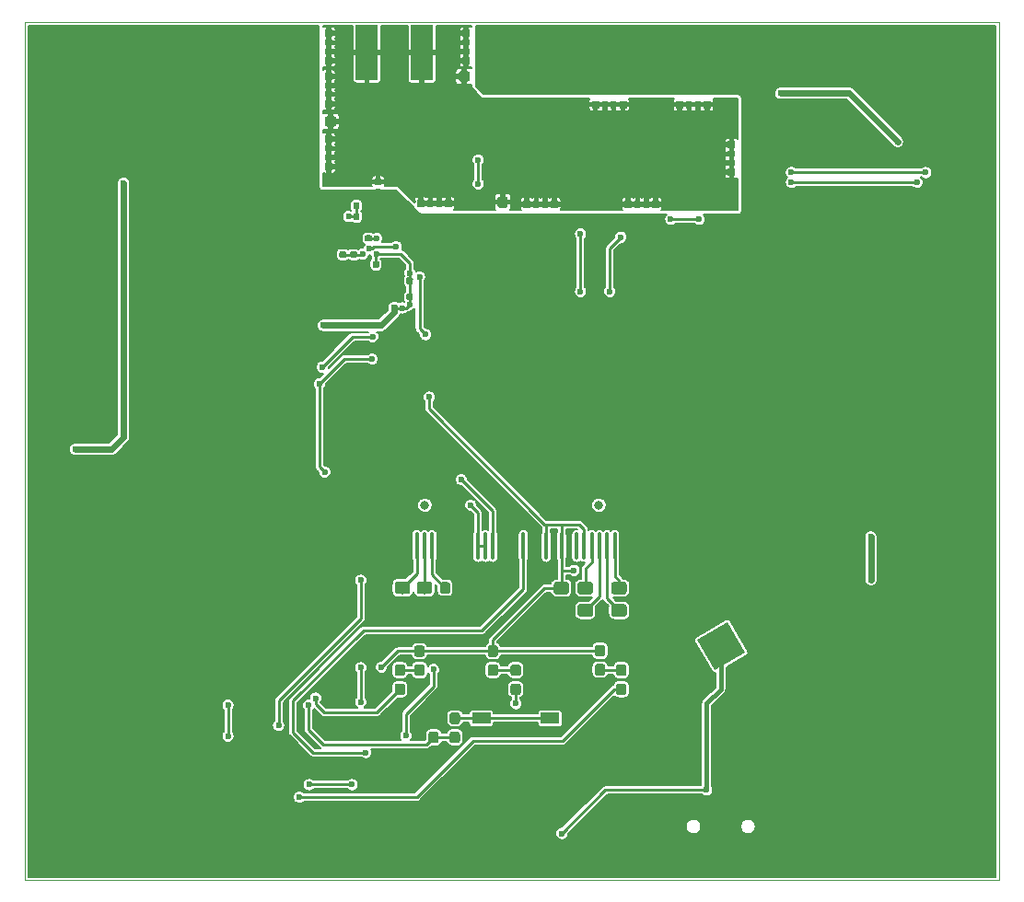
<source format=gbr>
G04 #@! TF.GenerationSoftware,KiCad,Pcbnew,5.1.0-unknown-c1c4a09~82~ubuntu18.04.1*
G04 #@! TF.CreationDate,2019-03-27T22:18:46+01:00*
G04 #@! TF.ProjectId,TDR_5351_core,5444525f-3533-4353-915f-636f72652e6b,rev?*
G04 #@! TF.SameCoordinates,Original*
G04 #@! TF.FileFunction,Copper,L2,Bot*
G04 #@! TF.FilePolarity,Positive*
%FSLAX46Y46*%
G04 Gerber Fmt 4.6, Leading zero omitted, Abs format (unit mm)*
G04 Created by KiCad (PCBNEW 5.1.0-unknown-c1c4a09~82~ubuntu18.04.1) date 2019-03-27 22:18:46*
%MOMM*%
%LPD*%
G04 APERTURE LIST*
G04 #@! TA.AperFunction,NonConductor*
%ADD10C,0.050000*%
G04 #@! TD*
G04 #@! TA.AperFunction,ComponentPad*
%ADD11C,3.200000*%
G04 #@! TD*
G04 #@! TA.AperFunction,Conductor*
%ADD12C,3.200000*%
G04 #@! TD*
G04 #@! TA.AperFunction,Conductor*
%ADD13C,0.100000*%
G04 #@! TD*
G04 #@! TA.AperFunction,ComponentPad*
%ADD14O,1.150000X1.800000*%
G04 #@! TD*
G04 #@! TA.AperFunction,ComponentPad*
%ADD15O,1.450000X2.000000*%
G04 #@! TD*
G04 #@! TA.AperFunction,SMDPad,CuDef*
%ADD16R,0.640000X0.700000*%
G04 #@! TD*
G04 #@! TA.AperFunction,SMDPad,CuDef*
%ADD17R,0.500000X0.700000*%
G04 #@! TD*
G04 #@! TA.AperFunction,SMDPad,CuDef*
%ADD18R,0.700000X0.640000*%
G04 #@! TD*
G04 #@! TA.AperFunction,SMDPad,CuDef*
%ADD19R,0.700000X0.500000*%
G04 #@! TD*
G04 #@! TA.AperFunction,SMDPad,CuDef*
%ADD20C,0.950000*%
G04 #@! TD*
G04 #@! TA.AperFunction,SMDPad,CuDef*
%ADD21C,0.590000*%
G04 #@! TD*
G04 #@! TA.AperFunction,ComponentPad*
%ADD22C,0.800000*%
G04 #@! TD*
G04 #@! TA.AperFunction,ComponentPad*
%ADD23C,6.400000*%
G04 #@! TD*
G04 #@! TA.AperFunction,Conductor*
%ADD24C,2.600000*%
G04 #@! TD*
G04 #@! TA.AperFunction,ViaPad*
%ADD25C,0.500000*%
G04 #@! TD*
G04 #@! TA.AperFunction,Conductor*
%ADD26C,1.700000*%
G04 #@! TD*
G04 #@! TA.AperFunction,ViaPad*
%ADD27C,0.600000*%
G04 #@! TD*
G04 #@! TA.AperFunction,WasherPad*
%ADD28C,0.800000*%
G04 #@! TD*
G04 #@! TA.AperFunction,SMDPad,CuDef*
%ADD29O,0.400000X2.500000*%
G04 #@! TD*
G04 #@! TA.AperFunction,SMDPad,CuDef*
%ADD30R,1.700000X1.000000*%
G04 #@! TD*
G04 #@! TA.AperFunction,SMDPad,CuDef*
%ADD31R,2.000000X5.080000*%
G04 #@! TD*
G04 #@! TA.AperFunction,SMDPad,CuDef*
%ADD32C,1.150000*%
G04 #@! TD*
G04 #@! TA.AperFunction,Conductor*
%ADD33C,0.250000*%
G04 #@! TD*
G04 #@! TA.AperFunction,Conductor*
%ADD34C,0.600000*%
G04 #@! TD*
G04 #@! TA.AperFunction,Conductor*
%ADD35C,0.400000*%
G04 #@! TD*
G04 #@! TA.AperFunction,Conductor*
%ADD36C,0.200000*%
G04 #@! TD*
G04 APERTURE END LIST*
D10*
X168000000Y-108950000D02*
X168000000Y-30000000D01*
X257600000Y-108950000D02*
X168000000Y-108950000D01*
X257600000Y-30000000D02*
X257600000Y-108950000D01*
X168000000Y-30000000D02*
X257600000Y-30000000D01*
D11*
G04 #@! TO.P,D105,2*
G04 #@! TO.N,GND*
X239670000Y-100598227D03*
D12*
G04 #@! TD*
G04 #@! TO.N,GND*
G04 #@! TO.C,D105*
X239670000Y-100598227D02*
X239670000Y-100598227D01*
D11*
G04 #@! TO.P,D105,1*
G04 #@! TO.N,+5V*
X232050000Y-87400000D03*
D13*
G04 #@! TD*
G04 #@! TO.N,+5V*
G04 #@! TO.C,D105*
G36*
X229864359Y-86814359D02*
G01*
X232635641Y-85214359D01*
X234235641Y-87985641D01*
X231464359Y-89585641D01*
X229864359Y-86814359D01*
X229864359Y-86814359D01*
G37*
D14*
G04 #@! TO.P,J103,6*
G04 #@! TO.N,GND*
X235875000Y-106750000D03*
X228125000Y-106750000D03*
D15*
X235725000Y-102950000D03*
X228275000Y-102950000D03*
G04 #@! TD*
D16*
G04 #@! TO.P,C259,1*
G04 #@! TO.N,GNDS*
X223480000Y-46750000D03*
D17*
G04 #@! TO.P,C259,3*
X225150000Y-46750000D03*
G04 #@! TO.P,C259,2*
X224350000Y-46750000D03*
D16*
G04 #@! TO.P,C259,4*
X226020000Y-46750000D03*
D17*
G04 #@! TO.P,C259,7*
G04 #@! TO.N,GND*
X224350000Y-48150000D03*
D16*
G04 #@! TO.P,C259,8*
X223480000Y-48150000D03*
D17*
G04 #@! TO.P,C259,6*
X225150000Y-48150000D03*
D16*
G04 #@! TO.P,C259,5*
X226020000Y-48150000D03*
G04 #@! TD*
D18*
G04 #@! TO.P,C258,1*
G04 #@! TO.N,GNDS*
X233000000Y-43820000D03*
D19*
G04 #@! TO.P,C258,3*
X233000000Y-42150000D03*
G04 #@! TO.P,C258,2*
X233000000Y-42950000D03*
D18*
G04 #@! TO.P,C258,4*
X233000000Y-41280000D03*
D19*
G04 #@! TO.P,C258,7*
G04 #@! TO.N,GND*
X234400000Y-42950000D03*
D18*
G04 #@! TO.P,C258,8*
X234400000Y-43820000D03*
D19*
G04 #@! TO.P,C258,6*
X234400000Y-42150000D03*
D18*
G04 #@! TO.P,C258,5*
X234400000Y-41280000D03*
G04 #@! TD*
D13*
G04 #@! TO.N,GNDS*
G04 #@! TO.C,C257*
G36*
X212210779Y-46051144D02*
G01*
X212233834Y-46054563D01*
X212256443Y-46060227D01*
X212278387Y-46068079D01*
X212299457Y-46078044D01*
X212319448Y-46090026D01*
X212338168Y-46103910D01*
X212355438Y-46119562D01*
X212371090Y-46136832D01*
X212384974Y-46155552D01*
X212396956Y-46175543D01*
X212406921Y-46196613D01*
X212414773Y-46218557D01*
X212420437Y-46241166D01*
X212423856Y-46264221D01*
X212425000Y-46287500D01*
X212425000Y-46862500D01*
X212423856Y-46885779D01*
X212420437Y-46908834D01*
X212414773Y-46931443D01*
X212406921Y-46953387D01*
X212396956Y-46974457D01*
X212384974Y-46994448D01*
X212371090Y-47013168D01*
X212355438Y-47030438D01*
X212338168Y-47046090D01*
X212319448Y-47059974D01*
X212299457Y-47071956D01*
X212278387Y-47081921D01*
X212256443Y-47089773D01*
X212233834Y-47095437D01*
X212210779Y-47098856D01*
X212187500Y-47100000D01*
X211712500Y-47100000D01*
X211689221Y-47098856D01*
X211666166Y-47095437D01*
X211643557Y-47089773D01*
X211621613Y-47081921D01*
X211600543Y-47071956D01*
X211580552Y-47059974D01*
X211561832Y-47046090D01*
X211544562Y-47030438D01*
X211528910Y-47013168D01*
X211515026Y-46994448D01*
X211503044Y-46974457D01*
X211493079Y-46953387D01*
X211485227Y-46931443D01*
X211479563Y-46908834D01*
X211476144Y-46885779D01*
X211475000Y-46862500D01*
X211475000Y-46287500D01*
X211476144Y-46264221D01*
X211479563Y-46241166D01*
X211485227Y-46218557D01*
X211493079Y-46196613D01*
X211503044Y-46175543D01*
X211515026Y-46155552D01*
X211528910Y-46136832D01*
X211544562Y-46119562D01*
X211561832Y-46103910D01*
X211580552Y-46090026D01*
X211600543Y-46078044D01*
X211621613Y-46068079D01*
X211643557Y-46060227D01*
X211666166Y-46054563D01*
X211689221Y-46051144D01*
X211712500Y-46050000D01*
X212187500Y-46050000D01*
X212210779Y-46051144D01*
X212210779Y-46051144D01*
G37*
D20*
G04 #@! TD*
G04 #@! TO.P,C257,2*
G04 #@! TO.N,GNDS*
X211950000Y-46575000D03*
D13*
G04 #@! TO.N,GND*
G04 #@! TO.C,C257*
G36*
X212210779Y-47801144D02*
G01*
X212233834Y-47804563D01*
X212256443Y-47810227D01*
X212278387Y-47818079D01*
X212299457Y-47828044D01*
X212319448Y-47840026D01*
X212338168Y-47853910D01*
X212355438Y-47869562D01*
X212371090Y-47886832D01*
X212384974Y-47905552D01*
X212396956Y-47925543D01*
X212406921Y-47946613D01*
X212414773Y-47968557D01*
X212420437Y-47991166D01*
X212423856Y-48014221D01*
X212425000Y-48037500D01*
X212425000Y-48612500D01*
X212423856Y-48635779D01*
X212420437Y-48658834D01*
X212414773Y-48681443D01*
X212406921Y-48703387D01*
X212396956Y-48724457D01*
X212384974Y-48744448D01*
X212371090Y-48763168D01*
X212355438Y-48780438D01*
X212338168Y-48796090D01*
X212319448Y-48809974D01*
X212299457Y-48821956D01*
X212278387Y-48831921D01*
X212256443Y-48839773D01*
X212233834Y-48845437D01*
X212210779Y-48848856D01*
X212187500Y-48850000D01*
X211712500Y-48850000D01*
X211689221Y-48848856D01*
X211666166Y-48845437D01*
X211643557Y-48839773D01*
X211621613Y-48831921D01*
X211600543Y-48821956D01*
X211580552Y-48809974D01*
X211561832Y-48796090D01*
X211544562Y-48780438D01*
X211528910Y-48763168D01*
X211515026Y-48744448D01*
X211503044Y-48724457D01*
X211493079Y-48703387D01*
X211485227Y-48681443D01*
X211479563Y-48658834D01*
X211476144Y-48635779D01*
X211475000Y-48612500D01*
X211475000Y-48037500D01*
X211476144Y-48014221D01*
X211479563Y-47991166D01*
X211485227Y-47968557D01*
X211493079Y-47946613D01*
X211503044Y-47925543D01*
X211515026Y-47905552D01*
X211528910Y-47886832D01*
X211544562Y-47869562D01*
X211561832Y-47853910D01*
X211580552Y-47840026D01*
X211600543Y-47828044D01*
X211621613Y-47818079D01*
X211643557Y-47810227D01*
X211666166Y-47804563D01*
X211689221Y-47801144D01*
X211712500Y-47800000D01*
X212187500Y-47800000D01*
X212210779Y-47801144D01*
X212210779Y-47801144D01*
G37*
D20*
G04 #@! TD*
G04 #@! TO.P,C257,1*
G04 #@! TO.N,GND*
X211950000Y-48325000D03*
D13*
G04 #@! TO.N,GNDS*
G04 #@! TO.C,C255*
G36*
X208735779Y-34526144D02*
G01*
X208758834Y-34529563D01*
X208781443Y-34535227D01*
X208803387Y-34543079D01*
X208824457Y-34553044D01*
X208844448Y-34565026D01*
X208863168Y-34578910D01*
X208880438Y-34594562D01*
X208896090Y-34611832D01*
X208909974Y-34630552D01*
X208921956Y-34650543D01*
X208931921Y-34671613D01*
X208939773Y-34693557D01*
X208945437Y-34716166D01*
X208948856Y-34739221D01*
X208950000Y-34762500D01*
X208950000Y-35237500D01*
X208948856Y-35260779D01*
X208945437Y-35283834D01*
X208939773Y-35306443D01*
X208931921Y-35328387D01*
X208921956Y-35349457D01*
X208909974Y-35369448D01*
X208896090Y-35388168D01*
X208880438Y-35405438D01*
X208863168Y-35421090D01*
X208844448Y-35434974D01*
X208824457Y-35446956D01*
X208803387Y-35456921D01*
X208781443Y-35464773D01*
X208758834Y-35470437D01*
X208735779Y-35473856D01*
X208712500Y-35475000D01*
X208137500Y-35475000D01*
X208114221Y-35473856D01*
X208091166Y-35470437D01*
X208068557Y-35464773D01*
X208046613Y-35456921D01*
X208025543Y-35446956D01*
X208005552Y-35434974D01*
X207986832Y-35421090D01*
X207969562Y-35405438D01*
X207953910Y-35388168D01*
X207940026Y-35369448D01*
X207928044Y-35349457D01*
X207918079Y-35328387D01*
X207910227Y-35306443D01*
X207904563Y-35283834D01*
X207901144Y-35260779D01*
X207900000Y-35237500D01*
X207900000Y-34762500D01*
X207901144Y-34739221D01*
X207904563Y-34716166D01*
X207910227Y-34693557D01*
X207918079Y-34671613D01*
X207928044Y-34650543D01*
X207940026Y-34630552D01*
X207953910Y-34611832D01*
X207969562Y-34594562D01*
X207986832Y-34578910D01*
X208005552Y-34565026D01*
X208025543Y-34553044D01*
X208046613Y-34543079D01*
X208068557Y-34535227D01*
X208091166Y-34529563D01*
X208114221Y-34526144D01*
X208137500Y-34525000D01*
X208712500Y-34525000D01*
X208735779Y-34526144D01*
X208735779Y-34526144D01*
G37*
D20*
G04 #@! TD*
G04 #@! TO.P,C255,2*
G04 #@! TO.N,GNDS*
X208425000Y-35000000D03*
D13*
G04 #@! TO.N,GND*
G04 #@! TO.C,C255*
G36*
X210485779Y-34526144D02*
G01*
X210508834Y-34529563D01*
X210531443Y-34535227D01*
X210553387Y-34543079D01*
X210574457Y-34553044D01*
X210594448Y-34565026D01*
X210613168Y-34578910D01*
X210630438Y-34594562D01*
X210646090Y-34611832D01*
X210659974Y-34630552D01*
X210671956Y-34650543D01*
X210681921Y-34671613D01*
X210689773Y-34693557D01*
X210695437Y-34716166D01*
X210698856Y-34739221D01*
X210700000Y-34762500D01*
X210700000Y-35237500D01*
X210698856Y-35260779D01*
X210695437Y-35283834D01*
X210689773Y-35306443D01*
X210681921Y-35328387D01*
X210671956Y-35349457D01*
X210659974Y-35369448D01*
X210646090Y-35388168D01*
X210630438Y-35405438D01*
X210613168Y-35421090D01*
X210594448Y-35434974D01*
X210574457Y-35446956D01*
X210553387Y-35456921D01*
X210531443Y-35464773D01*
X210508834Y-35470437D01*
X210485779Y-35473856D01*
X210462500Y-35475000D01*
X209887500Y-35475000D01*
X209864221Y-35473856D01*
X209841166Y-35470437D01*
X209818557Y-35464773D01*
X209796613Y-35456921D01*
X209775543Y-35446956D01*
X209755552Y-35434974D01*
X209736832Y-35421090D01*
X209719562Y-35405438D01*
X209703910Y-35388168D01*
X209690026Y-35369448D01*
X209678044Y-35349457D01*
X209668079Y-35328387D01*
X209660227Y-35306443D01*
X209654563Y-35283834D01*
X209651144Y-35260779D01*
X209650000Y-35237500D01*
X209650000Y-34762500D01*
X209651144Y-34739221D01*
X209654563Y-34716166D01*
X209660227Y-34693557D01*
X209668079Y-34671613D01*
X209678044Y-34650543D01*
X209690026Y-34630552D01*
X209703910Y-34611832D01*
X209719562Y-34594562D01*
X209736832Y-34578910D01*
X209755552Y-34565026D01*
X209775543Y-34553044D01*
X209796613Y-34543079D01*
X209818557Y-34535227D01*
X209841166Y-34529563D01*
X209864221Y-34526144D01*
X209887500Y-34525000D01*
X210462500Y-34525000D01*
X210485779Y-34526144D01*
X210485779Y-34526144D01*
G37*
D20*
G04 #@! TD*
G04 #@! TO.P,C255,1*
G04 #@! TO.N,GND*
X210175000Y-35000000D03*
D16*
G04 #@! TO.P,C254,1*
G04 #@! TO.N,GNDS*
X214180000Y-46750000D03*
D17*
G04 #@! TO.P,C254,3*
X215850000Y-46750000D03*
G04 #@! TO.P,C254,2*
X215050000Y-46750000D03*
D16*
G04 #@! TO.P,C254,4*
X216720000Y-46750000D03*
D17*
G04 #@! TO.P,C254,7*
G04 #@! TO.N,GND*
X215050000Y-48150000D03*
D16*
G04 #@! TO.P,C254,8*
X214180000Y-48150000D03*
D17*
G04 #@! TO.P,C254,6*
X215850000Y-48150000D03*
D16*
G04 #@! TO.P,C254,5*
X216720000Y-48150000D03*
G04 #@! TD*
G04 #@! TO.P,C253,1*
G04 #@! TO.N,GNDS*
X204430000Y-46700000D03*
D17*
G04 #@! TO.P,C253,3*
X206100000Y-46700000D03*
G04 #@! TO.P,C253,2*
X205300000Y-46700000D03*
D16*
G04 #@! TO.P,C253,4*
X206970000Y-46700000D03*
D17*
G04 #@! TO.P,C253,7*
G04 #@! TO.N,GND*
X205300000Y-48100000D03*
D16*
G04 #@! TO.P,C253,8*
X204430000Y-48100000D03*
D17*
G04 #@! TO.P,C253,6*
X206100000Y-48100000D03*
D16*
G04 #@! TO.P,C253,5*
X206970000Y-48100000D03*
G04 #@! TD*
G04 #@! TO.P,C252,1*
G04 #@! TO.N,GNDS*
X230770000Y-37600000D03*
D17*
G04 #@! TO.P,C252,3*
X229100000Y-37600000D03*
G04 #@! TO.P,C252,2*
X229900000Y-37600000D03*
D16*
G04 #@! TO.P,C252,4*
X228230000Y-37600000D03*
D17*
G04 #@! TO.P,C252,7*
G04 #@! TO.N,GND*
X229900000Y-36200000D03*
D16*
G04 #@! TO.P,C252,8*
X230770000Y-36200000D03*
D17*
G04 #@! TO.P,C252,6*
X229100000Y-36200000D03*
D16*
G04 #@! TO.P,C252,5*
X228230000Y-36200000D03*
G04 #@! TD*
G04 #@! TO.P,C251,1*
G04 #@! TO.N,GNDS*
X223020000Y-37600000D03*
D17*
G04 #@! TO.P,C251,3*
X221350000Y-37600000D03*
G04 #@! TO.P,C251,2*
X222150000Y-37600000D03*
D16*
G04 #@! TO.P,C251,4*
X220480000Y-37600000D03*
D17*
G04 #@! TO.P,C251,7*
G04 #@! TO.N,GND*
X222150000Y-36200000D03*
D16*
G04 #@! TO.P,C251,8*
X223020000Y-36200000D03*
D17*
G04 #@! TO.P,C251,6*
X221350000Y-36200000D03*
D16*
G04 #@! TO.P,C251,5*
X220480000Y-36200000D03*
G04 #@! TD*
D18*
G04 #@! TO.P,C250,1*
G04 #@! TO.N,GNDS*
X208600000Y-33570000D03*
D19*
G04 #@! TO.P,C250,3*
X208600000Y-31900000D03*
G04 #@! TO.P,C250,2*
X208600000Y-32700000D03*
D18*
G04 #@! TO.P,C250,4*
X208600000Y-31030000D03*
D19*
G04 #@! TO.P,C250,7*
G04 #@! TO.N,GND*
X210000000Y-32700000D03*
D18*
G04 #@! TO.P,C250,8*
X210000000Y-33570000D03*
D19*
G04 #@! TO.P,C250,6*
X210000000Y-31900000D03*
D18*
G04 #@! TO.P,C250,5*
X210000000Y-31030000D03*
G04 #@! TD*
G04 #@! TO.P,C249,1*
G04 #@! TO.N,GNDS*
X195950000Y-40780000D03*
D19*
G04 #@! TO.P,C249,3*
X195950000Y-42450000D03*
G04 #@! TO.P,C249,2*
X195950000Y-41650000D03*
D18*
G04 #@! TO.P,C249,4*
X195950000Y-43320000D03*
D19*
G04 #@! TO.P,C249,7*
G04 #@! TO.N,GND*
X194550000Y-41650000D03*
D18*
G04 #@! TO.P,C249,8*
X194550000Y-40780000D03*
D19*
G04 #@! TO.P,C249,6*
X194550000Y-42450000D03*
D18*
G04 #@! TO.P,C249,5*
X194550000Y-43320000D03*
G04 #@! TD*
G04 #@! TO.P,C248,1*
G04 #@! TO.N,GNDS*
X195950000Y-34980000D03*
D19*
G04 #@! TO.P,C248,3*
X195950000Y-36650000D03*
G04 #@! TO.P,C248,2*
X195950000Y-35850000D03*
D18*
G04 #@! TO.P,C248,4*
X195950000Y-37520000D03*
D19*
G04 #@! TO.P,C248,7*
G04 #@! TO.N,GND*
X194550000Y-35850000D03*
D18*
G04 #@! TO.P,C248,8*
X194550000Y-34980000D03*
D19*
G04 #@! TO.P,C248,6*
X194550000Y-36650000D03*
D18*
G04 #@! TO.P,C248,5*
X194550000Y-37520000D03*
G04 #@! TD*
G04 #@! TO.P,C247,1*
G04 #@! TO.N,GNDS*
X195950000Y-31030000D03*
D19*
G04 #@! TO.P,C247,3*
X195950000Y-32700000D03*
G04 #@! TO.P,C247,2*
X195950000Y-31900000D03*
D18*
G04 #@! TO.P,C247,4*
X195950000Y-33570000D03*
D19*
G04 #@! TO.P,C247,7*
G04 #@! TO.N,GND*
X194550000Y-31900000D03*
D18*
G04 #@! TO.P,C247,8*
X194550000Y-31030000D03*
D19*
G04 #@! TO.P,C247,6*
X194550000Y-32700000D03*
D18*
G04 #@! TO.P,C247,5*
X194550000Y-33570000D03*
G04 #@! TD*
D13*
G04 #@! TO.N,GNDS*
G04 #@! TO.C,C237*
G36*
X200686958Y-44405710D02*
G01*
X200701276Y-44407834D01*
X200715317Y-44411351D01*
X200728946Y-44416228D01*
X200742031Y-44422417D01*
X200754447Y-44429858D01*
X200766073Y-44438481D01*
X200776798Y-44448202D01*
X200786519Y-44458927D01*
X200795142Y-44470553D01*
X200802583Y-44482969D01*
X200808772Y-44496054D01*
X200813649Y-44509683D01*
X200817166Y-44523724D01*
X200819290Y-44538042D01*
X200820000Y-44552500D01*
X200820000Y-44847500D01*
X200819290Y-44861958D01*
X200817166Y-44876276D01*
X200813649Y-44890317D01*
X200808772Y-44903946D01*
X200802583Y-44917031D01*
X200795142Y-44929447D01*
X200786519Y-44941073D01*
X200776798Y-44951798D01*
X200766073Y-44961519D01*
X200754447Y-44970142D01*
X200742031Y-44977583D01*
X200728946Y-44983772D01*
X200715317Y-44988649D01*
X200701276Y-44992166D01*
X200686958Y-44994290D01*
X200672500Y-44995000D01*
X200327500Y-44995000D01*
X200313042Y-44994290D01*
X200298724Y-44992166D01*
X200284683Y-44988649D01*
X200271054Y-44983772D01*
X200257969Y-44977583D01*
X200245553Y-44970142D01*
X200233927Y-44961519D01*
X200223202Y-44951798D01*
X200213481Y-44941073D01*
X200204858Y-44929447D01*
X200197417Y-44917031D01*
X200191228Y-44903946D01*
X200186351Y-44890317D01*
X200182834Y-44876276D01*
X200180710Y-44861958D01*
X200180000Y-44847500D01*
X200180000Y-44552500D01*
X200180710Y-44538042D01*
X200182834Y-44523724D01*
X200186351Y-44509683D01*
X200191228Y-44496054D01*
X200197417Y-44482969D01*
X200204858Y-44470553D01*
X200213481Y-44458927D01*
X200223202Y-44448202D01*
X200233927Y-44438481D01*
X200245553Y-44429858D01*
X200257969Y-44422417D01*
X200271054Y-44416228D01*
X200284683Y-44411351D01*
X200298724Y-44407834D01*
X200313042Y-44405710D01*
X200327500Y-44405000D01*
X200672500Y-44405000D01*
X200686958Y-44405710D01*
X200686958Y-44405710D01*
G37*
D21*
G04 #@! TD*
G04 #@! TO.P,C237,2*
G04 #@! TO.N,GNDS*
X200500000Y-44700000D03*
D13*
G04 #@! TO.N,GND*
G04 #@! TO.C,C237*
G36*
X200686958Y-45375710D02*
G01*
X200701276Y-45377834D01*
X200715317Y-45381351D01*
X200728946Y-45386228D01*
X200742031Y-45392417D01*
X200754447Y-45399858D01*
X200766073Y-45408481D01*
X200776798Y-45418202D01*
X200786519Y-45428927D01*
X200795142Y-45440553D01*
X200802583Y-45452969D01*
X200808772Y-45466054D01*
X200813649Y-45479683D01*
X200817166Y-45493724D01*
X200819290Y-45508042D01*
X200820000Y-45522500D01*
X200820000Y-45817500D01*
X200819290Y-45831958D01*
X200817166Y-45846276D01*
X200813649Y-45860317D01*
X200808772Y-45873946D01*
X200802583Y-45887031D01*
X200795142Y-45899447D01*
X200786519Y-45911073D01*
X200776798Y-45921798D01*
X200766073Y-45931519D01*
X200754447Y-45940142D01*
X200742031Y-45947583D01*
X200728946Y-45953772D01*
X200715317Y-45958649D01*
X200701276Y-45962166D01*
X200686958Y-45964290D01*
X200672500Y-45965000D01*
X200327500Y-45965000D01*
X200313042Y-45964290D01*
X200298724Y-45962166D01*
X200284683Y-45958649D01*
X200271054Y-45953772D01*
X200257969Y-45947583D01*
X200245553Y-45940142D01*
X200233927Y-45931519D01*
X200223202Y-45921798D01*
X200213481Y-45911073D01*
X200204858Y-45899447D01*
X200197417Y-45887031D01*
X200191228Y-45873946D01*
X200186351Y-45860317D01*
X200182834Y-45846276D01*
X200180710Y-45831958D01*
X200180000Y-45817500D01*
X200180000Y-45522500D01*
X200180710Y-45508042D01*
X200182834Y-45493724D01*
X200186351Y-45479683D01*
X200191228Y-45466054D01*
X200197417Y-45452969D01*
X200204858Y-45440553D01*
X200213481Y-45428927D01*
X200223202Y-45418202D01*
X200233927Y-45408481D01*
X200245553Y-45399858D01*
X200257969Y-45392417D01*
X200271054Y-45386228D01*
X200284683Y-45381351D01*
X200298724Y-45377834D01*
X200313042Y-45375710D01*
X200327500Y-45375000D01*
X200672500Y-45375000D01*
X200686958Y-45375710D01*
X200686958Y-45375710D01*
G37*
D21*
G04 #@! TD*
G04 #@! TO.P,C237,1*
G04 #@! TO.N,GND*
X200500000Y-45670000D03*
D13*
G04 #@! TO.N,/generator_sampler/3V3_5351_OUTPUT*
G04 #@! TO.C,C218*
G36*
X203561958Y-53480710D02*
G01*
X203576276Y-53482834D01*
X203590317Y-53486351D01*
X203603946Y-53491228D01*
X203617031Y-53497417D01*
X203629447Y-53504858D01*
X203641073Y-53513481D01*
X203651798Y-53523202D01*
X203661519Y-53533927D01*
X203670142Y-53545553D01*
X203677583Y-53557969D01*
X203683772Y-53571054D01*
X203688649Y-53584683D01*
X203692166Y-53598724D01*
X203694290Y-53613042D01*
X203695000Y-53627500D01*
X203695000Y-53972500D01*
X203694290Y-53986958D01*
X203692166Y-54001276D01*
X203688649Y-54015317D01*
X203683772Y-54028946D01*
X203677583Y-54042031D01*
X203670142Y-54054447D01*
X203661519Y-54066073D01*
X203651798Y-54076798D01*
X203641073Y-54086519D01*
X203629447Y-54095142D01*
X203617031Y-54102583D01*
X203603946Y-54108772D01*
X203590317Y-54113649D01*
X203576276Y-54117166D01*
X203561958Y-54119290D01*
X203547500Y-54120000D01*
X203252500Y-54120000D01*
X203238042Y-54119290D01*
X203223724Y-54117166D01*
X203209683Y-54113649D01*
X203196054Y-54108772D01*
X203182969Y-54102583D01*
X203170553Y-54095142D01*
X203158927Y-54086519D01*
X203148202Y-54076798D01*
X203138481Y-54066073D01*
X203129858Y-54054447D01*
X203122417Y-54042031D01*
X203116228Y-54028946D01*
X203111351Y-54015317D01*
X203107834Y-54001276D01*
X203105710Y-53986958D01*
X203105000Y-53972500D01*
X203105000Y-53627500D01*
X203105710Y-53613042D01*
X203107834Y-53598724D01*
X203111351Y-53584683D01*
X203116228Y-53571054D01*
X203122417Y-53557969D01*
X203129858Y-53545553D01*
X203138481Y-53533927D01*
X203148202Y-53523202D01*
X203158927Y-53513481D01*
X203170553Y-53504858D01*
X203182969Y-53497417D01*
X203196054Y-53491228D01*
X203209683Y-53486351D01*
X203223724Y-53482834D01*
X203238042Y-53480710D01*
X203252500Y-53480000D01*
X203547500Y-53480000D01*
X203561958Y-53480710D01*
X203561958Y-53480710D01*
G37*
D21*
G04 #@! TD*
G04 #@! TO.P,C218,2*
G04 #@! TO.N,/generator_sampler/3V3_5351_OUTPUT*
X203400000Y-53800000D03*
D13*
G04 #@! TO.N,GND*
G04 #@! TO.C,C218*
G36*
X202591958Y-53480710D02*
G01*
X202606276Y-53482834D01*
X202620317Y-53486351D01*
X202633946Y-53491228D01*
X202647031Y-53497417D01*
X202659447Y-53504858D01*
X202671073Y-53513481D01*
X202681798Y-53523202D01*
X202691519Y-53533927D01*
X202700142Y-53545553D01*
X202707583Y-53557969D01*
X202713772Y-53571054D01*
X202718649Y-53584683D01*
X202722166Y-53598724D01*
X202724290Y-53613042D01*
X202725000Y-53627500D01*
X202725000Y-53972500D01*
X202724290Y-53986958D01*
X202722166Y-54001276D01*
X202718649Y-54015317D01*
X202713772Y-54028946D01*
X202707583Y-54042031D01*
X202700142Y-54054447D01*
X202691519Y-54066073D01*
X202681798Y-54076798D01*
X202671073Y-54086519D01*
X202659447Y-54095142D01*
X202647031Y-54102583D01*
X202633946Y-54108772D01*
X202620317Y-54113649D01*
X202606276Y-54117166D01*
X202591958Y-54119290D01*
X202577500Y-54120000D01*
X202282500Y-54120000D01*
X202268042Y-54119290D01*
X202253724Y-54117166D01*
X202239683Y-54113649D01*
X202226054Y-54108772D01*
X202212969Y-54102583D01*
X202200553Y-54095142D01*
X202188927Y-54086519D01*
X202178202Y-54076798D01*
X202168481Y-54066073D01*
X202159858Y-54054447D01*
X202152417Y-54042031D01*
X202146228Y-54028946D01*
X202141351Y-54015317D01*
X202137834Y-54001276D01*
X202135710Y-53986958D01*
X202135000Y-53972500D01*
X202135000Y-53627500D01*
X202135710Y-53613042D01*
X202137834Y-53598724D01*
X202141351Y-53584683D01*
X202146228Y-53571054D01*
X202152417Y-53557969D01*
X202159858Y-53545553D01*
X202168481Y-53533927D01*
X202178202Y-53523202D01*
X202188927Y-53513481D01*
X202200553Y-53504858D01*
X202212969Y-53497417D01*
X202226054Y-53491228D01*
X202239683Y-53486351D01*
X202253724Y-53482834D01*
X202268042Y-53480710D01*
X202282500Y-53480000D01*
X202577500Y-53480000D01*
X202591958Y-53480710D01*
X202591958Y-53480710D01*
G37*
D21*
G04 #@! TD*
G04 #@! TO.P,C218,1*
G04 #@! TO.N,GND*
X202430000Y-53800000D03*
D13*
G04 #@! TO.N,GND*
G04 #@! TO.C,C226*
G36*
X199786958Y-48635710D02*
G01*
X199801276Y-48637834D01*
X199815317Y-48641351D01*
X199828946Y-48646228D01*
X199842031Y-48652417D01*
X199854447Y-48659858D01*
X199866073Y-48668481D01*
X199876798Y-48678202D01*
X199886519Y-48688927D01*
X199895142Y-48700553D01*
X199902583Y-48712969D01*
X199908772Y-48726054D01*
X199913649Y-48739683D01*
X199917166Y-48753724D01*
X199919290Y-48768042D01*
X199920000Y-48782500D01*
X199920000Y-49077500D01*
X199919290Y-49091958D01*
X199917166Y-49106276D01*
X199913649Y-49120317D01*
X199908772Y-49133946D01*
X199902583Y-49147031D01*
X199895142Y-49159447D01*
X199886519Y-49171073D01*
X199876798Y-49181798D01*
X199866073Y-49191519D01*
X199854447Y-49200142D01*
X199842031Y-49207583D01*
X199828946Y-49213772D01*
X199815317Y-49218649D01*
X199801276Y-49222166D01*
X199786958Y-49224290D01*
X199772500Y-49225000D01*
X199427500Y-49225000D01*
X199413042Y-49224290D01*
X199398724Y-49222166D01*
X199384683Y-49218649D01*
X199371054Y-49213772D01*
X199357969Y-49207583D01*
X199345553Y-49200142D01*
X199333927Y-49191519D01*
X199323202Y-49181798D01*
X199313481Y-49171073D01*
X199304858Y-49159447D01*
X199297417Y-49147031D01*
X199291228Y-49133946D01*
X199286351Y-49120317D01*
X199282834Y-49106276D01*
X199280710Y-49091958D01*
X199280000Y-49077500D01*
X199280000Y-48782500D01*
X199280710Y-48768042D01*
X199282834Y-48753724D01*
X199286351Y-48739683D01*
X199291228Y-48726054D01*
X199297417Y-48712969D01*
X199304858Y-48700553D01*
X199313481Y-48688927D01*
X199323202Y-48678202D01*
X199333927Y-48668481D01*
X199345553Y-48659858D01*
X199357969Y-48652417D01*
X199371054Y-48646228D01*
X199384683Y-48641351D01*
X199398724Y-48637834D01*
X199413042Y-48635710D01*
X199427500Y-48635000D01*
X199772500Y-48635000D01*
X199786958Y-48635710D01*
X199786958Y-48635710D01*
G37*
D21*
G04 #@! TD*
G04 #@! TO.P,C226,2*
G04 #@! TO.N,GND*
X199600000Y-48930000D03*
D13*
G04 #@! TO.N,/generator_sampler/VT*
G04 #@! TO.C,C226*
G36*
X199786958Y-49605710D02*
G01*
X199801276Y-49607834D01*
X199815317Y-49611351D01*
X199828946Y-49616228D01*
X199842031Y-49622417D01*
X199854447Y-49629858D01*
X199866073Y-49638481D01*
X199876798Y-49648202D01*
X199886519Y-49658927D01*
X199895142Y-49670553D01*
X199902583Y-49682969D01*
X199908772Y-49696054D01*
X199913649Y-49709683D01*
X199917166Y-49723724D01*
X199919290Y-49738042D01*
X199920000Y-49752500D01*
X199920000Y-50047500D01*
X199919290Y-50061958D01*
X199917166Y-50076276D01*
X199913649Y-50090317D01*
X199908772Y-50103946D01*
X199902583Y-50117031D01*
X199895142Y-50129447D01*
X199886519Y-50141073D01*
X199876798Y-50151798D01*
X199866073Y-50161519D01*
X199854447Y-50170142D01*
X199842031Y-50177583D01*
X199828946Y-50183772D01*
X199815317Y-50188649D01*
X199801276Y-50192166D01*
X199786958Y-50194290D01*
X199772500Y-50195000D01*
X199427500Y-50195000D01*
X199413042Y-50194290D01*
X199398724Y-50192166D01*
X199384683Y-50188649D01*
X199371054Y-50183772D01*
X199357969Y-50177583D01*
X199345553Y-50170142D01*
X199333927Y-50161519D01*
X199323202Y-50151798D01*
X199313481Y-50141073D01*
X199304858Y-50129447D01*
X199297417Y-50117031D01*
X199291228Y-50103946D01*
X199286351Y-50090317D01*
X199282834Y-50076276D01*
X199280710Y-50061958D01*
X199280000Y-50047500D01*
X199280000Y-49752500D01*
X199280710Y-49738042D01*
X199282834Y-49723724D01*
X199286351Y-49709683D01*
X199291228Y-49696054D01*
X199297417Y-49682969D01*
X199304858Y-49670553D01*
X199313481Y-49658927D01*
X199323202Y-49648202D01*
X199333927Y-49638481D01*
X199345553Y-49629858D01*
X199357969Y-49622417D01*
X199371054Y-49616228D01*
X199384683Y-49611351D01*
X199398724Y-49607834D01*
X199413042Y-49605710D01*
X199427500Y-49605000D01*
X199772500Y-49605000D01*
X199786958Y-49605710D01*
X199786958Y-49605710D01*
G37*
D21*
G04 #@! TD*
G04 #@! TO.P,C226,1*
G04 #@! TO.N,/generator_sampler/VT*
X199600000Y-49900000D03*
D13*
G04 #@! TO.N,+2V5*
G04 #@! TO.C,C222*
G36*
X198661958Y-47580710D02*
G01*
X198676276Y-47582834D01*
X198690317Y-47586351D01*
X198703946Y-47591228D01*
X198717031Y-47597417D01*
X198729447Y-47604858D01*
X198741073Y-47613481D01*
X198751798Y-47623202D01*
X198761519Y-47633927D01*
X198770142Y-47645553D01*
X198777583Y-47657969D01*
X198783772Y-47671054D01*
X198788649Y-47684683D01*
X198792166Y-47698724D01*
X198794290Y-47713042D01*
X198795000Y-47727500D01*
X198795000Y-48072500D01*
X198794290Y-48086958D01*
X198792166Y-48101276D01*
X198788649Y-48115317D01*
X198783772Y-48128946D01*
X198777583Y-48142031D01*
X198770142Y-48154447D01*
X198761519Y-48166073D01*
X198751798Y-48176798D01*
X198741073Y-48186519D01*
X198729447Y-48195142D01*
X198717031Y-48202583D01*
X198703946Y-48208772D01*
X198690317Y-48213649D01*
X198676276Y-48217166D01*
X198661958Y-48219290D01*
X198647500Y-48220000D01*
X198352500Y-48220000D01*
X198338042Y-48219290D01*
X198323724Y-48217166D01*
X198309683Y-48213649D01*
X198296054Y-48208772D01*
X198282969Y-48202583D01*
X198270553Y-48195142D01*
X198258927Y-48186519D01*
X198248202Y-48176798D01*
X198238481Y-48166073D01*
X198229858Y-48154447D01*
X198222417Y-48142031D01*
X198216228Y-48128946D01*
X198211351Y-48115317D01*
X198207834Y-48101276D01*
X198205710Y-48086958D01*
X198205000Y-48072500D01*
X198205000Y-47727500D01*
X198205710Y-47713042D01*
X198207834Y-47698724D01*
X198211351Y-47684683D01*
X198216228Y-47671054D01*
X198222417Y-47657969D01*
X198229858Y-47645553D01*
X198238481Y-47633927D01*
X198248202Y-47623202D01*
X198258927Y-47613481D01*
X198270553Y-47604858D01*
X198282969Y-47597417D01*
X198296054Y-47591228D01*
X198309683Y-47586351D01*
X198323724Y-47582834D01*
X198338042Y-47580710D01*
X198352500Y-47580000D01*
X198647500Y-47580000D01*
X198661958Y-47580710D01*
X198661958Y-47580710D01*
G37*
D21*
G04 #@! TD*
G04 #@! TO.P,C222,2*
G04 #@! TO.N,+2V5*
X198500000Y-47900000D03*
D13*
G04 #@! TO.N,GND*
G04 #@! TO.C,C222*
G36*
X199631958Y-47580710D02*
G01*
X199646276Y-47582834D01*
X199660317Y-47586351D01*
X199673946Y-47591228D01*
X199687031Y-47597417D01*
X199699447Y-47604858D01*
X199711073Y-47613481D01*
X199721798Y-47623202D01*
X199731519Y-47633927D01*
X199740142Y-47645553D01*
X199747583Y-47657969D01*
X199753772Y-47671054D01*
X199758649Y-47684683D01*
X199762166Y-47698724D01*
X199764290Y-47713042D01*
X199765000Y-47727500D01*
X199765000Y-48072500D01*
X199764290Y-48086958D01*
X199762166Y-48101276D01*
X199758649Y-48115317D01*
X199753772Y-48128946D01*
X199747583Y-48142031D01*
X199740142Y-48154447D01*
X199731519Y-48166073D01*
X199721798Y-48176798D01*
X199711073Y-48186519D01*
X199699447Y-48195142D01*
X199687031Y-48202583D01*
X199673946Y-48208772D01*
X199660317Y-48213649D01*
X199646276Y-48217166D01*
X199631958Y-48219290D01*
X199617500Y-48220000D01*
X199322500Y-48220000D01*
X199308042Y-48219290D01*
X199293724Y-48217166D01*
X199279683Y-48213649D01*
X199266054Y-48208772D01*
X199252969Y-48202583D01*
X199240553Y-48195142D01*
X199228927Y-48186519D01*
X199218202Y-48176798D01*
X199208481Y-48166073D01*
X199199858Y-48154447D01*
X199192417Y-48142031D01*
X199186228Y-48128946D01*
X199181351Y-48115317D01*
X199177834Y-48101276D01*
X199175710Y-48086958D01*
X199175000Y-48072500D01*
X199175000Y-47727500D01*
X199175710Y-47713042D01*
X199177834Y-47698724D01*
X199181351Y-47684683D01*
X199186228Y-47671054D01*
X199192417Y-47657969D01*
X199199858Y-47645553D01*
X199208481Y-47633927D01*
X199218202Y-47623202D01*
X199228927Y-47613481D01*
X199240553Y-47604858D01*
X199252969Y-47597417D01*
X199266054Y-47591228D01*
X199279683Y-47586351D01*
X199293724Y-47582834D01*
X199308042Y-47580710D01*
X199322500Y-47580000D01*
X199617500Y-47580000D01*
X199631958Y-47580710D01*
X199631958Y-47580710D01*
G37*
D21*
G04 #@! TD*
G04 #@! TO.P,C222,1*
G04 #@! TO.N,GND*
X199470000Y-47900000D03*
D13*
G04 #@! TO.N,/generator_sampler/3V3_5351_OUTPUT*
G04 #@! TO.C,C216*
G36*
X202161958Y-55980710D02*
G01*
X202176276Y-55982834D01*
X202190317Y-55986351D01*
X202203946Y-55991228D01*
X202217031Y-55997417D01*
X202229447Y-56004858D01*
X202241073Y-56013481D01*
X202251798Y-56023202D01*
X202261519Y-56033927D01*
X202270142Y-56045553D01*
X202277583Y-56057969D01*
X202283772Y-56071054D01*
X202288649Y-56084683D01*
X202292166Y-56098724D01*
X202294290Y-56113042D01*
X202295000Y-56127500D01*
X202295000Y-56472500D01*
X202294290Y-56486958D01*
X202292166Y-56501276D01*
X202288649Y-56515317D01*
X202283772Y-56528946D01*
X202277583Y-56542031D01*
X202270142Y-56554447D01*
X202261519Y-56566073D01*
X202251798Y-56576798D01*
X202241073Y-56586519D01*
X202229447Y-56595142D01*
X202217031Y-56602583D01*
X202203946Y-56608772D01*
X202190317Y-56613649D01*
X202176276Y-56617166D01*
X202161958Y-56619290D01*
X202147500Y-56620000D01*
X201852500Y-56620000D01*
X201838042Y-56619290D01*
X201823724Y-56617166D01*
X201809683Y-56613649D01*
X201796054Y-56608772D01*
X201782969Y-56602583D01*
X201770553Y-56595142D01*
X201758927Y-56586519D01*
X201748202Y-56576798D01*
X201738481Y-56566073D01*
X201729858Y-56554447D01*
X201722417Y-56542031D01*
X201716228Y-56528946D01*
X201711351Y-56515317D01*
X201707834Y-56501276D01*
X201705710Y-56486958D01*
X201705000Y-56472500D01*
X201705000Y-56127500D01*
X201705710Y-56113042D01*
X201707834Y-56098724D01*
X201711351Y-56084683D01*
X201716228Y-56071054D01*
X201722417Y-56057969D01*
X201729858Y-56045553D01*
X201738481Y-56033927D01*
X201748202Y-56023202D01*
X201758927Y-56013481D01*
X201770553Y-56004858D01*
X201782969Y-55997417D01*
X201796054Y-55991228D01*
X201809683Y-55986351D01*
X201823724Y-55982834D01*
X201838042Y-55980710D01*
X201852500Y-55980000D01*
X202147500Y-55980000D01*
X202161958Y-55980710D01*
X202161958Y-55980710D01*
G37*
D21*
G04 #@! TD*
G04 #@! TO.P,C216,2*
G04 #@! TO.N,/generator_sampler/3V3_5351_OUTPUT*
X202000000Y-56300000D03*
D13*
G04 #@! TO.N,GND*
G04 #@! TO.C,C216*
G36*
X201191958Y-55980710D02*
G01*
X201206276Y-55982834D01*
X201220317Y-55986351D01*
X201233946Y-55991228D01*
X201247031Y-55997417D01*
X201259447Y-56004858D01*
X201271073Y-56013481D01*
X201281798Y-56023202D01*
X201291519Y-56033927D01*
X201300142Y-56045553D01*
X201307583Y-56057969D01*
X201313772Y-56071054D01*
X201318649Y-56084683D01*
X201322166Y-56098724D01*
X201324290Y-56113042D01*
X201325000Y-56127500D01*
X201325000Y-56472500D01*
X201324290Y-56486958D01*
X201322166Y-56501276D01*
X201318649Y-56515317D01*
X201313772Y-56528946D01*
X201307583Y-56542031D01*
X201300142Y-56554447D01*
X201291519Y-56566073D01*
X201281798Y-56576798D01*
X201271073Y-56586519D01*
X201259447Y-56595142D01*
X201247031Y-56602583D01*
X201233946Y-56608772D01*
X201220317Y-56613649D01*
X201206276Y-56617166D01*
X201191958Y-56619290D01*
X201177500Y-56620000D01*
X200882500Y-56620000D01*
X200868042Y-56619290D01*
X200853724Y-56617166D01*
X200839683Y-56613649D01*
X200826054Y-56608772D01*
X200812969Y-56602583D01*
X200800553Y-56595142D01*
X200788927Y-56586519D01*
X200778202Y-56576798D01*
X200768481Y-56566073D01*
X200759858Y-56554447D01*
X200752417Y-56542031D01*
X200746228Y-56528946D01*
X200741351Y-56515317D01*
X200737834Y-56501276D01*
X200735710Y-56486958D01*
X200735000Y-56472500D01*
X200735000Y-56127500D01*
X200735710Y-56113042D01*
X200737834Y-56098724D01*
X200741351Y-56084683D01*
X200746228Y-56071054D01*
X200752417Y-56057969D01*
X200759858Y-56045553D01*
X200768481Y-56033927D01*
X200778202Y-56023202D01*
X200788927Y-56013481D01*
X200800553Y-56004858D01*
X200812969Y-55997417D01*
X200826054Y-55991228D01*
X200839683Y-55986351D01*
X200853724Y-55982834D01*
X200868042Y-55980710D01*
X200882500Y-55980000D01*
X201177500Y-55980000D01*
X201191958Y-55980710D01*
X201191958Y-55980710D01*
G37*
D21*
G04 #@! TD*
G04 #@! TO.P,C216,1*
G04 #@! TO.N,GND*
X201030000Y-56300000D03*
D13*
G04 #@! TO.N,/generator_sampler/3V3_5351_CORE*
G04 #@! TO.C,C203*
G36*
X198436958Y-51105710D02*
G01*
X198451276Y-51107834D01*
X198465317Y-51111351D01*
X198478946Y-51116228D01*
X198492031Y-51122417D01*
X198504447Y-51129858D01*
X198516073Y-51138481D01*
X198526798Y-51148202D01*
X198536519Y-51158927D01*
X198545142Y-51170553D01*
X198552583Y-51182969D01*
X198558772Y-51196054D01*
X198563649Y-51209683D01*
X198567166Y-51223724D01*
X198569290Y-51238042D01*
X198570000Y-51252500D01*
X198570000Y-51547500D01*
X198569290Y-51561958D01*
X198567166Y-51576276D01*
X198563649Y-51590317D01*
X198558772Y-51603946D01*
X198552583Y-51617031D01*
X198545142Y-51629447D01*
X198536519Y-51641073D01*
X198526798Y-51651798D01*
X198516073Y-51661519D01*
X198504447Y-51670142D01*
X198492031Y-51677583D01*
X198478946Y-51683772D01*
X198465317Y-51688649D01*
X198451276Y-51692166D01*
X198436958Y-51694290D01*
X198422500Y-51695000D01*
X198077500Y-51695000D01*
X198063042Y-51694290D01*
X198048724Y-51692166D01*
X198034683Y-51688649D01*
X198021054Y-51683772D01*
X198007969Y-51677583D01*
X197995553Y-51670142D01*
X197983927Y-51661519D01*
X197973202Y-51651798D01*
X197963481Y-51641073D01*
X197954858Y-51629447D01*
X197947417Y-51617031D01*
X197941228Y-51603946D01*
X197936351Y-51590317D01*
X197932834Y-51576276D01*
X197930710Y-51561958D01*
X197930000Y-51547500D01*
X197930000Y-51252500D01*
X197930710Y-51238042D01*
X197932834Y-51223724D01*
X197936351Y-51209683D01*
X197941228Y-51196054D01*
X197947417Y-51182969D01*
X197954858Y-51170553D01*
X197963481Y-51158927D01*
X197973202Y-51148202D01*
X197983927Y-51138481D01*
X197995553Y-51129858D01*
X198007969Y-51122417D01*
X198021054Y-51116228D01*
X198034683Y-51111351D01*
X198048724Y-51107834D01*
X198063042Y-51105710D01*
X198077500Y-51105000D01*
X198422500Y-51105000D01*
X198436958Y-51105710D01*
X198436958Y-51105710D01*
G37*
D21*
G04 #@! TD*
G04 #@! TO.P,C203,2*
G04 #@! TO.N,/generator_sampler/3V3_5351_CORE*
X198250000Y-51400000D03*
D13*
G04 #@! TO.N,GND*
G04 #@! TO.C,C203*
G36*
X198436958Y-52075710D02*
G01*
X198451276Y-52077834D01*
X198465317Y-52081351D01*
X198478946Y-52086228D01*
X198492031Y-52092417D01*
X198504447Y-52099858D01*
X198516073Y-52108481D01*
X198526798Y-52118202D01*
X198536519Y-52128927D01*
X198545142Y-52140553D01*
X198552583Y-52152969D01*
X198558772Y-52166054D01*
X198563649Y-52179683D01*
X198567166Y-52193724D01*
X198569290Y-52208042D01*
X198570000Y-52222500D01*
X198570000Y-52517500D01*
X198569290Y-52531958D01*
X198567166Y-52546276D01*
X198563649Y-52560317D01*
X198558772Y-52573946D01*
X198552583Y-52587031D01*
X198545142Y-52599447D01*
X198536519Y-52611073D01*
X198526798Y-52621798D01*
X198516073Y-52631519D01*
X198504447Y-52640142D01*
X198492031Y-52647583D01*
X198478946Y-52653772D01*
X198465317Y-52658649D01*
X198451276Y-52662166D01*
X198436958Y-52664290D01*
X198422500Y-52665000D01*
X198077500Y-52665000D01*
X198063042Y-52664290D01*
X198048724Y-52662166D01*
X198034683Y-52658649D01*
X198021054Y-52653772D01*
X198007969Y-52647583D01*
X197995553Y-52640142D01*
X197983927Y-52631519D01*
X197973202Y-52621798D01*
X197963481Y-52611073D01*
X197954858Y-52599447D01*
X197947417Y-52587031D01*
X197941228Y-52573946D01*
X197936351Y-52560317D01*
X197932834Y-52546276D01*
X197930710Y-52531958D01*
X197930000Y-52517500D01*
X197930000Y-52222500D01*
X197930710Y-52208042D01*
X197932834Y-52193724D01*
X197936351Y-52179683D01*
X197941228Y-52166054D01*
X197947417Y-52152969D01*
X197954858Y-52140553D01*
X197963481Y-52128927D01*
X197973202Y-52118202D01*
X197983927Y-52108481D01*
X197995553Y-52099858D01*
X198007969Y-52092417D01*
X198021054Y-52086228D01*
X198034683Y-52081351D01*
X198048724Y-52077834D01*
X198063042Y-52075710D01*
X198077500Y-52075000D01*
X198422500Y-52075000D01*
X198436958Y-52075710D01*
X198436958Y-52075710D01*
G37*
D21*
G04 #@! TD*
G04 #@! TO.P,C203,1*
G04 #@! TO.N,GND*
X198250000Y-52370000D03*
D22*
G04 #@! TO.P,H104,1*
G04 #@! TO.N,GND*
X254297056Y-102252944D03*
X252600000Y-101550000D03*
X250902944Y-102252944D03*
X250200000Y-103950000D03*
X250902944Y-105647056D03*
X252600000Y-106350000D03*
X254297056Y-105647056D03*
X255000000Y-103950000D03*
D23*
X252600000Y-103950000D03*
G04 #@! TD*
D22*
G04 #@! TO.P,H103,1*
G04 #@! TO.N,GND*
X254297056Y-33302944D03*
X252600000Y-32600000D03*
X250902944Y-33302944D03*
X250200000Y-35000000D03*
X250902944Y-36697056D03*
X252600000Y-37400000D03*
X254297056Y-36697056D03*
X255000000Y-35000000D03*
D23*
X252600000Y-35000000D03*
G04 #@! TD*
G04 #@! TO.P,H102,1*
G04 #@! TO.N,GND*
X173000000Y-103950000D03*
D22*
X175400000Y-103950000D03*
X174697056Y-105647056D03*
X173000000Y-106350000D03*
X171302944Y-105647056D03*
X170600000Y-103950000D03*
X171302944Y-102252944D03*
X173000000Y-101550000D03*
X174697056Y-102252944D03*
G04 #@! TD*
G04 #@! TO.P,H101,1*
G04 #@! TO.N,GND*
X174697056Y-33302944D03*
X173000000Y-32600000D03*
X171302944Y-33302944D03*
X170600000Y-35000000D03*
X171302944Y-36697056D03*
X173000000Y-37400000D03*
X174697056Y-36697056D03*
X175400000Y-35000000D03*
D23*
X173000000Y-35000000D03*
G04 #@! TD*
D13*
G04 #@! TO.N,Net-(R115-Pad2)*
G04 #@! TO.C,R115*
G36*
X206910779Y-81526144D02*
G01*
X206933834Y-81529563D01*
X206956443Y-81535227D01*
X206978387Y-81543079D01*
X206999457Y-81553044D01*
X207019448Y-81565026D01*
X207038168Y-81578910D01*
X207055438Y-81594562D01*
X207071090Y-81611832D01*
X207084974Y-81630552D01*
X207096956Y-81650543D01*
X207106921Y-81671613D01*
X207114773Y-81693557D01*
X207120437Y-81716166D01*
X207123856Y-81739221D01*
X207125000Y-81762500D01*
X207125000Y-82337500D01*
X207123856Y-82360779D01*
X207120437Y-82383834D01*
X207114773Y-82406443D01*
X207106921Y-82428387D01*
X207096956Y-82449457D01*
X207084974Y-82469448D01*
X207071090Y-82488168D01*
X207055438Y-82505438D01*
X207038168Y-82521090D01*
X207019448Y-82534974D01*
X206999457Y-82546956D01*
X206978387Y-82556921D01*
X206956443Y-82564773D01*
X206933834Y-82570437D01*
X206910779Y-82573856D01*
X206887500Y-82575000D01*
X206412500Y-82575000D01*
X206389221Y-82573856D01*
X206366166Y-82570437D01*
X206343557Y-82564773D01*
X206321613Y-82556921D01*
X206300543Y-82546956D01*
X206280552Y-82534974D01*
X206261832Y-82521090D01*
X206244562Y-82505438D01*
X206228910Y-82488168D01*
X206215026Y-82469448D01*
X206203044Y-82449457D01*
X206193079Y-82428387D01*
X206185227Y-82406443D01*
X206179563Y-82383834D01*
X206176144Y-82360779D01*
X206175000Y-82337500D01*
X206175000Y-81762500D01*
X206176144Y-81739221D01*
X206179563Y-81716166D01*
X206185227Y-81693557D01*
X206193079Y-81671613D01*
X206203044Y-81650543D01*
X206215026Y-81630552D01*
X206228910Y-81611832D01*
X206244562Y-81594562D01*
X206261832Y-81578910D01*
X206280552Y-81565026D01*
X206300543Y-81553044D01*
X206321613Y-81543079D01*
X206343557Y-81535227D01*
X206366166Y-81529563D01*
X206389221Y-81526144D01*
X206412500Y-81525000D01*
X206887500Y-81525000D01*
X206910779Y-81526144D01*
X206910779Y-81526144D01*
G37*
D20*
G04 #@! TD*
G04 #@! TO.P,R115,2*
G04 #@! TO.N,Net-(R115-Pad2)*
X206650000Y-82050000D03*
D13*
G04 #@! TO.N,GND*
G04 #@! TO.C,R115*
G36*
X206910779Y-83276144D02*
G01*
X206933834Y-83279563D01*
X206956443Y-83285227D01*
X206978387Y-83293079D01*
X206999457Y-83303044D01*
X207019448Y-83315026D01*
X207038168Y-83328910D01*
X207055438Y-83344562D01*
X207071090Y-83361832D01*
X207084974Y-83380552D01*
X207096956Y-83400543D01*
X207106921Y-83421613D01*
X207114773Y-83443557D01*
X207120437Y-83466166D01*
X207123856Y-83489221D01*
X207125000Y-83512500D01*
X207125000Y-84087500D01*
X207123856Y-84110779D01*
X207120437Y-84133834D01*
X207114773Y-84156443D01*
X207106921Y-84178387D01*
X207096956Y-84199457D01*
X207084974Y-84219448D01*
X207071090Y-84238168D01*
X207055438Y-84255438D01*
X207038168Y-84271090D01*
X207019448Y-84284974D01*
X206999457Y-84296956D01*
X206978387Y-84306921D01*
X206956443Y-84314773D01*
X206933834Y-84320437D01*
X206910779Y-84323856D01*
X206887500Y-84325000D01*
X206412500Y-84325000D01*
X206389221Y-84323856D01*
X206366166Y-84320437D01*
X206343557Y-84314773D01*
X206321613Y-84306921D01*
X206300543Y-84296956D01*
X206280552Y-84284974D01*
X206261832Y-84271090D01*
X206244562Y-84255438D01*
X206228910Y-84238168D01*
X206215026Y-84219448D01*
X206203044Y-84199457D01*
X206193079Y-84178387D01*
X206185227Y-84156443D01*
X206179563Y-84133834D01*
X206176144Y-84110779D01*
X206175000Y-84087500D01*
X206175000Y-83512500D01*
X206176144Y-83489221D01*
X206179563Y-83466166D01*
X206185227Y-83443557D01*
X206193079Y-83421613D01*
X206203044Y-83400543D01*
X206215026Y-83380552D01*
X206228910Y-83361832D01*
X206244562Y-83344562D01*
X206261832Y-83328910D01*
X206280552Y-83315026D01*
X206300543Y-83303044D01*
X206321613Y-83293079D01*
X206343557Y-83285227D01*
X206366166Y-83279563D01*
X206389221Y-83276144D01*
X206412500Y-83275000D01*
X206887500Y-83275000D01*
X206910779Y-83276144D01*
X206910779Y-83276144D01*
G37*
D20*
G04 #@! TD*
G04 #@! TO.P,R115,1*
G04 #@! TO.N,GND*
X206650000Y-83800000D03*
D13*
G04 #@! TO.N,Net-(D103-Pad2)*
G04 #@! TO.C,R108*
G36*
X221160779Y-89051144D02*
G01*
X221183834Y-89054563D01*
X221206443Y-89060227D01*
X221228387Y-89068079D01*
X221249457Y-89078044D01*
X221269448Y-89090026D01*
X221288168Y-89103910D01*
X221305438Y-89119562D01*
X221321090Y-89136832D01*
X221334974Y-89155552D01*
X221346956Y-89175543D01*
X221356921Y-89196613D01*
X221364773Y-89218557D01*
X221370437Y-89241166D01*
X221373856Y-89264221D01*
X221375000Y-89287500D01*
X221375000Y-89862500D01*
X221373856Y-89885779D01*
X221370437Y-89908834D01*
X221364773Y-89931443D01*
X221356921Y-89953387D01*
X221346956Y-89974457D01*
X221334974Y-89994448D01*
X221321090Y-90013168D01*
X221305438Y-90030438D01*
X221288168Y-90046090D01*
X221269448Y-90059974D01*
X221249457Y-90071956D01*
X221228387Y-90081921D01*
X221206443Y-90089773D01*
X221183834Y-90095437D01*
X221160779Y-90098856D01*
X221137500Y-90100000D01*
X220662500Y-90100000D01*
X220639221Y-90098856D01*
X220616166Y-90095437D01*
X220593557Y-90089773D01*
X220571613Y-90081921D01*
X220550543Y-90071956D01*
X220530552Y-90059974D01*
X220511832Y-90046090D01*
X220494562Y-90030438D01*
X220478910Y-90013168D01*
X220465026Y-89994448D01*
X220453044Y-89974457D01*
X220443079Y-89953387D01*
X220435227Y-89931443D01*
X220429563Y-89908834D01*
X220426144Y-89885779D01*
X220425000Y-89862500D01*
X220425000Y-89287500D01*
X220426144Y-89264221D01*
X220429563Y-89241166D01*
X220435227Y-89218557D01*
X220443079Y-89196613D01*
X220453044Y-89175543D01*
X220465026Y-89155552D01*
X220478910Y-89136832D01*
X220494562Y-89119562D01*
X220511832Y-89103910D01*
X220530552Y-89090026D01*
X220550543Y-89078044D01*
X220571613Y-89068079D01*
X220593557Y-89060227D01*
X220616166Y-89054563D01*
X220639221Y-89051144D01*
X220662500Y-89050000D01*
X221137500Y-89050000D01*
X221160779Y-89051144D01*
X221160779Y-89051144D01*
G37*
D20*
G04 #@! TD*
G04 #@! TO.P,R108,2*
G04 #@! TO.N,Net-(D103-Pad2)*
X220900000Y-89575000D03*
D13*
G04 #@! TO.N,+3V3*
G04 #@! TO.C,R108*
G36*
X221160779Y-87301144D02*
G01*
X221183834Y-87304563D01*
X221206443Y-87310227D01*
X221228387Y-87318079D01*
X221249457Y-87328044D01*
X221269448Y-87340026D01*
X221288168Y-87353910D01*
X221305438Y-87369562D01*
X221321090Y-87386832D01*
X221334974Y-87405552D01*
X221346956Y-87425543D01*
X221356921Y-87446613D01*
X221364773Y-87468557D01*
X221370437Y-87491166D01*
X221373856Y-87514221D01*
X221375000Y-87537500D01*
X221375000Y-88112500D01*
X221373856Y-88135779D01*
X221370437Y-88158834D01*
X221364773Y-88181443D01*
X221356921Y-88203387D01*
X221346956Y-88224457D01*
X221334974Y-88244448D01*
X221321090Y-88263168D01*
X221305438Y-88280438D01*
X221288168Y-88296090D01*
X221269448Y-88309974D01*
X221249457Y-88321956D01*
X221228387Y-88331921D01*
X221206443Y-88339773D01*
X221183834Y-88345437D01*
X221160779Y-88348856D01*
X221137500Y-88350000D01*
X220662500Y-88350000D01*
X220639221Y-88348856D01*
X220616166Y-88345437D01*
X220593557Y-88339773D01*
X220571613Y-88331921D01*
X220550543Y-88321956D01*
X220530552Y-88309974D01*
X220511832Y-88296090D01*
X220494562Y-88280438D01*
X220478910Y-88263168D01*
X220465026Y-88244448D01*
X220453044Y-88224457D01*
X220443079Y-88203387D01*
X220435227Y-88181443D01*
X220429563Y-88158834D01*
X220426144Y-88135779D01*
X220425000Y-88112500D01*
X220425000Y-87537500D01*
X220426144Y-87514221D01*
X220429563Y-87491166D01*
X220435227Y-87468557D01*
X220443079Y-87446613D01*
X220453044Y-87425543D01*
X220465026Y-87405552D01*
X220478910Y-87386832D01*
X220494562Y-87369562D01*
X220511832Y-87353910D01*
X220530552Y-87340026D01*
X220550543Y-87328044D01*
X220571613Y-87318079D01*
X220593557Y-87310227D01*
X220616166Y-87304563D01*
X220639221Y-87301144D01*
X220662500Y-87300000D01*
X221137500Y-87300000D01*
X221160779Y-87301144D01*
X221160779Y-87301144D01*
G37*
D20*
G04 #@! TD*
G04 #@! TO.P,R108,1*
G04 #@! TO.N,+3V3*
X220900000Y-87825000D03*
D13*
G04 #@! TO.N,Net-(D102-Pad2)*
G04 #@! TO.C,R106*
G36*
X211310779Y-89101144D02*
G01*
X211333834Y-89104563D01*
X211356443Y-89110227D01*
X211378387Y-89118079D01*
X211399457Y-89128044D01*
X211419448Y-89140026D01*
X211438168Y-89153910D01*
X211455438Y-89169562D01*
X211471090Y-89186832D01*
X211484974Y-89205552D01*
X211496956Y-89225543D01*
X211506921Y-89246613D01*
X211514773Y-89268557D01*
X211520437Y-89291166D01*
X211523856Y-89314221D01*
X211525000Y-89337500D01*
X211525000Y-89912500D01*
X211523856Y-89935779D01*
X211520437Y-89958834D01*
X211514773Y-89981443D01*
X211506921Y-90003387D01*
X211496956Y-90024457D01*
X211484974Y-90044448D01*
X211471090Y-90063168D01*
X211455438Y-90080438D01*
X211438168Y-90096090D01*
X211419448Y-90109974D01*
X211399457Y-90121956D01*
X211378387Y-90131921D01*
X211356443Y-90139773D01*
X211333834Y-90145437D01*
X211310779Y-90148856D01*
X211287500Y-90150000D01*
X210812500Y-90150000D01*
X210789221Y-90148856D01*
X210766166Y-90145437D01*
X210743557Y-90139773D01*
X210721613Y-90131921D01*
X210700543Y-90121956D01*
X210680552Y-90109974D01*
X210661832Y-90096090D01*
X210644562Y-90080438D01*
X210628910Y-90063168D01*
X210615026Y-90044448D01*
X210603044Y-90024457D01*
X210593079Y-90003387D01*
X210585227Y-89981443D01*
X210579563Y-89958834D01*
X210576144Y-89935779D01*
X210575000Y-89912500D01*
X210575000Y-89337500D01*
X210576144Y-89314221D01*
X210579563Y-89291166D01*
X210585227Y-89268557D01*
X210593079Y-89246613D01*
X210603044Y-89225543D01*
X210615026Y-89205552D01*
X210628910Y-89186832D01*
X210644562Y-89169562D01*
X210661832Y-89153910D01*
X210680552Y-89140026D01*
X210700543Y-89128044D01*
X210721613Y-89118079D01*
X210743557Y-89110227D01*
X210766166Y-89104563D01*
X210789221Y-89101144D01*
X210812500Y-89100000D01*
X211287500Y-89100000D01*
X211310779Y-89101144D01*
X211310779Y-89101144D01*
G37*
D20*
G04 #@! TD*
G04 #@! TO.P,R106,2*
G04 #@! TO.N,Net-(D102-Pad2)*
X211050000Y-89625000D03*
D13*
G04 #@! TO.N,+3V3*
G04 #@! TO.C,R106*
G36*
X211310779Y-87351144D02*
G01*
X211333834Y-87354563D01*
X211356443Y-87360227D01*
X211378387Y-87368079D01*
X211399457Y-87378044D01*
X211419448Y-87390026D01*
X211438168Y-87403910D01*
X211455438Y-87419562D01*
X211471090Y-87436832D01*
X211484974Y-87455552D01*
X211496956Y-87475543D01*
X211506921Y-87496613D01*
X211514773Y-87518557D01*
X211520437Y-87541166D01*
X211523856Y-87564221D01*
X211525000Y-87587500D01*
X211525000Y-88162500D01*
X211523856Y-88185779D01*
X211520437Y-88208834D01*
X211514773Y-88231443D01*
X211506921Y-88253387D01*
X211496956Y-88274457D01*
X211484974Y-88294448D01*
X211471090Y-88313168D01*
X211455438Y-88330438D01*
X211438168Y-88346090D01*
X211419448Y-88359974D01*
X211399457Y-88371956D01*
X211378387Y-88381921D01*
X211356443Y-88389773D01*
X211333834Y-88395437D01*
X211310779Y-88398856D01*
X211287500Y-88400000D01*
X210812500Y-88400000D01*
X210789221Y-88398856D01*
X210766166Y-88395437D01*
X210743557Y-88389773D01*
X210721613Y-88381921D01*
X210700543Y-88371956D01*
X210680552Y-88359974D01*
X210661832Y-88346090D01*
X210644562Y-88330438D01*
X210628910Y-88313168D01*
X210615026Y-88294448D01*
X210603044Y-88274457D01*
X210593079Y-88253387D01*
X210585227Y-88231443D01*
X210579563Y-88208834D01*
X210576144Y-88185779D01*
X210575000Y-88162500D01*
X210575000Y-87587500D01*
X210576144Y-87564221D01*
X210579563Y-87541166D01*
X210585227Y-87518557D01*
X210593079Y-87496613D01*
X210603044Y-87475543D01*
X210615026Y-87455552D01*
X210628910Y-87436832D01*
X210644562Y-87419562D01*
X210661832Y-87403910D01*
X210680552Y-87390026D01*
X210700543Y-87378044D01*
X210721613Y-87368079D01*
X210743557Y-87360227D01*
X210766166Y-87354563D01*
X210789221Y-87351144D01*
X210812500Y-87350000D01*
X211287500Y-87350000D01*
X211310779Y-87351144D01*
X211310779Y-87351144D01*
G37*
D20*
G04 #@! TD*
G04 #@! TO.P,R106,1*
G04 #@! TO.N,+3V3*
X211050000Y-87875000D03*
D13*
G04 #@! TO.N,Net-(R104-Pad2)*
G04 #@! TO.C,R104*
G36*
X207810779Y-93526144D02*
G01*
X207833834Y-93529563D01*
X207856443Y-93535227D01*
X207878387Y-93543079D01*
X207899457Y-93553044D01*
X207919448Y-93565026D01*
X207938168Y-93578910D01*
X207955438Y-93594562D01*
X207971090Y-93611832D01*
X207984974Y-93630552D01*
X207996956Y-93650543D01*
X208006921Y-93671613D01*
X208014773Y-93693557D01*
X208020437Y-93716166D01*
X208023856Y-93739221D01*
X208025000Y-93762500D01*
X208025000Y-94337500D01*
X208023856Y-94360779D01*
X208020437Y-94383834D01*
X208014773Y-94406443D01*
X208006921Y-94428387D01*
X207996956Y-94449457D01*
X207984974Y-94469448D01*
X207971090Y-94488168D01*
X207955438Y-94505438D01*
X207938168Y-94521090D01*
X207919448Y-94534974D01*
X207899457Y-94546956D01*
X207878387Y-94556921D01*
X207856443Y-94564773D01*
X207833834Y-94570437D01*
X207810779Y-94573856D01*
X207787500Y-94575000D01*
X207312500Y-94575000D01*
X207289221Y-94573856D01*
X207266166Y-94570437D01*
X207243557Y-94564773D01*
X207221613Y-94556921D01*
X207200543Y-94546956D01*
X207180552Y-94534974D01*
X207161832Y-94521090D01*
X207144562Y-94505438D01*
X207128910Y-94488168D01*
X207115026Y-94469448D01*
X207103044Y-94449457D01*
X207093079Y-94428387D01*
X207085227Y-94406443D01*
X207079563Y-94383834D01*
X207076144Y-94360779D01*
X207075000Y-94337500D01*
X207075000Y-93762500D01*
X207076144Y-93739221D01*
X207079563Y-93716166D01*
X207085227Y-93693557D01*
X207093079Y-93671613D01*
X207103044Y-93650543D01*
X207115026Y-93630552D01*
X207128910Y-93611832D01*
X207144562Y-93594562D01*
X207161832Y-93578910D01*
X207180552Y-93565026D01*
X207200543Y-93553044D01*
X207221613Y-93543079D01*
X207243557Y-93535227D01*
X207266166Y-93529563D01*
X207289221Y-93526144D01*
X207312500Y-93525000D01*
X207787500Y-93525000D01*
X207810779Y-93526144D01*
X207810779Y-93526144D01*
G37*
D20*
G04 #@! TD*
G04 #@! TO.P,R104,2*
G04 #@! TO.N,Net-(R104-Pad2)*
X207550000Y-94050000D03*
D13*
G04 #@! TO.N,/BTN_USER*
G04 #@! TO.C,R104*
G36*
X207810779Y-95276144D02*
G01*
X207833834Y-95279563D01*
X207856443Y-95285227D01*
X207878387Y-95293079D01*
X207899457Y-95303044D01*
X207919448Y-95315026D01*
X207938168Y-95328910D01*
X207955438Y-95344562D01*
X207971090Y-95361832D01*
X207984974Y-95380552D01*
X207996956Y-95400543D01*
X208006921Y-95421613D01*
X208014773Y-95443557D01*
X208020437Y-95466166D01*
X208023856Y-95489221D01*
X208025000Y-95512500D01*
X208025000Y-96087500D01*
X208023856Y-96110779D01*
X208020437Y-96133834D01*
X208014773Y-96156443D01*
X208006921Y-96178387D01*
X207996956Y-96199457D01*
X207984974Y-96219448D01*
X207971090Y-96238168D01*
X207955438Y-96255438D01*
X207938168Y-96271090D01*
X207919448Y-96284974D01*
X207899457Y-96296956D01*
X207878387Y-96306921D01*
X207856443Y-96314773D01*
X207833834Y-96320437D01*
X207810779Y-96323856D01*
X207787500Y-96325000D01*
X207312500Y-96325000D01*
X207289221Y-96323856D01*
X207266166Y-96320437D01*
X207243557Y-96314773D01*
X207221613Y-96306921D01*
X207200543Y-96296956D01*
X207180552Y-96284974D01*
X207161832Y-96271090D01*
X207144562Y-96255438D01*
X207128910Y-96238168D01*
X207115026Y-96219448D01*
X207103044Y-96199457D01*
X207093079Y-96178387D01*
X207085227Y-96156443D01*
X207079563Y-96133834D01*
X207076144Y-96110779D01*
X207075000Y-96087500D01*
X207075000Y-95512500D01*
X207076144Y-95489221D01*
X207079563Y-95466166D01*
X207085227Y-95443557D01*
X207093079Y-95421613D01*
X207103044Y-95400543D01*
X207115026Y-95380552D01*
X207128910Y-95361832D01*
X207144562Y-95344562D01*
X207161832Y-95328910D01*
X207180552Y-95315026D01*
X207200543Y-95303044D01*
X207221613Y-95293079D01*
X207243557Y-95285227D01*
X207266166Y-95279563D01*
X207289221Y-95276144D01*
X207312500Y-95275000D01*
X207787500Y-95275000D01*
X207810779Y-95276144D01*
X207810779Y-95276144D01*
G37*
D20*
G04 #@! TD*
G04 #@! TO.P,R104,1*
G04 #@! TO.N,/BTN_USER*
X207550000Y-95800000D03*
D13*
G04 #@! TO.N,Net-(D101-Pad2)*
G04 #@! TO.C,R101*
G36*
X204560779Y-89101144D02*
G01*
X204583834Y-89104563D01*
X204606443Y-89110227D01*
X204628387Y-89118079D01*
X204649457Y-89128044D01*
X204669448Y-89140026D01*
X204688168Y-89153910D01*
X204705438Y-89169562D01*
X204721090Y-89186832D01*
X204734974Y-89205552D01*
X204746956Y-89225543D01*
X204756921Y-89246613D01*
X204764773Y-89268557D01*
X204770437Y-89291166D01*
X204773856Y-89314221D01*
X204775000Y-89337500D01*
X204775000Y-89912500D01*
X204773856Y-89935779D01*
X204770437Y-89958834D01*
X204764773Y-89981443D01*
X204756921Y-90003387D01*
X204746956Y-90024457D01*
X204734974Y-90044448D01*
X204721090Y-90063168D01*
X204705438Y-90080438D01*
X204688168Y-90096090D01*
X204669448Y-90109974D01*
X204649457Y-90121956D01*
X204628387Y-90131921D01*
X204606443Y-90139773D01*
X204583834Y-90145437D01*
X204560779Y-90148856D01*
X204537500Y-90150000D01*
X204062500Y-90150000D01*
X204039221Y-90148856D01*
X204016166Y-90145437D01*
X203993557Y-90139773D01*
X203971613Y-90131921D01*
X203950543Y-90121956D01*
X203930552Y-90109974D01*
X203911832Y-90096090D01*
X203894562Y-90080438D01*
X203878910Y-90063168D01*
X203865026Y-90044448D01*
X203853044Y-90024457D01*
X203843079Y-90003387D01*
X203835227Y-89981443D01*
X203829563Y-89958834D01*
X203826144Y-89935779D01*
X203825000Y-89912500D01*
X203825000Y-89337500D01*
X203826144Y-89314221D01*
X203829563Y-89291166D01*
X203835227Y-89268557D01*
X203843079Y-89246613D01*
X203853044Y-89225543D01*
X203865026Y-89205552D01*
X203878910Y-89186832D01*
X203894562Y-89169562D01*
X203911832Y-89153910D01*
X203930552Y-89140026D01*
X203950543Y-89128044D01*
X203971613Y-89118079D01*
X203993557Y-89110227D01*
X204016166Y-89104563D01*
X204039221Y-89101144D01*
X204062500Y-89100000D01*
X204537500Y-89100000D01*
X204560779Y-89101144D01*
X204560779Y-89101144D01*
G37*
D20*
G04 #@! TD*
G04 #@! TO.P,R101,2*
G04 #@! TO.N,Net-(D101-Pad2)*
X204300000Y-89625000D03*
D13*
G04 #@! TO.N,+3V3*
G04 #@! TO.C,R101*
G36*
X204560779Y-87351144D02*
G01*
X204583834Y-87354563D01*
X204606443Y-87360227D01*
X204628387Y-87368079D01*
X204649457Y-87378044D01*
X204669448Y-87390026D01*
X204688168Y-87403910D01*
X204705438Y-87419562D01*
X204721090Y-87436832D01*
X204734974Y-87455552D01*
X204746956Y-87475543D01*
X204756921Y-87496613D01*
X204764773Y-87518557D01*
X204770437Y-87541166D01*
X204773856Y-87564221D01*
X204775000Y-87587500D01*
X204775000Y-88162500D01*
X204773856Y-88185779D01*
X204770437Y-88208834D01*
X204764773Y-88231443D01*
X204756921Y-88253387D01*
X204746956Y-88274457D01*
X204734974Y-88294448D01*
X204721090Y-88313168D01*
X204705438Y-88330438D01*
X204688168Y-88346090D01*
X204669448Y-88359974D01*
X204649457Y-88371956D01*
X204628387Y-88381921D01*
X204606443Y-88389773D01*
X204583834Y-88395437D01*
X204560779Y-88398856D01*
X204537500Y-88400000D01*
X204062500Y-88400000D01*
X204039221Y-88398856D01*
X204016166Y-88395437D01*
X203993557Y-88389773D01*
X203971613Y-88381921D01*
X203950543Y-88371956D01*
X203930552Y-88359974D01*
X203911832Y-88346090D01*
X203894562Y-88330438D01*
X203878910Y-88313168D01*
X203865026Y-88294448D01*
X203853044Y-88274457D01*
X203843079Y-88253387D01*
X203835227Y-88231443D01*
X203829563Y-88208834D01*
X203826144Y-88185779D01*
X203825000Y-88162500D01*
X203825000Y-87587500D01*
X203826144Y-87564221D01*
X203829563Y-87541166D01*
X203835227Y-87518557D01*
X203843079Y-87496613D01*
X203853044Y-87475543D01*
X203865026Y-87455552D01*
X203878910Y-87436832D01*
X203894562Y-87419562D01*
X203911832Y-87403910D01*
X203930552Y-87390026D01*
X203950543Y-87378044D01*
X203971613Y-87368079D01*
X203993557Y-87360227D01*
X204016166Y-87354563D01*
X204039221Y-87351144D01*
X204062500Y-87350000D01*
X204537500Y-87350000D01*
X204560779Y-87351144D01*
X204560779Y-87351144D01*
G37*
D20*
G04 #@! TD*
G04 #@! TO.P,R101,1*
G04 #@! TO.N,+3V3*
X204300000Y-87875000D03*
D13*
G04 #@! TO.N,/generator_sampler/3V3_5351_OUTPUT*
G04 #@! TO.C,C219*
G36*
X200461958Y-51980710D02*
G01*
X200476276Y-51982834D01*
X200490317Y-51986351D01*
X200503946Y-51991228D01*
X200517031Y-51997417D01*
X200529447Y-52004858D01*
X200541073Y-52013481D01*
X200551798Y-52023202D01*
X200561519Y-52033927D01*
X200570142Y-52045553D01*
X200577583Y-52057969D01*
X200583772Y-52071054D01*
X200588649Y-52084683D01*
X200592166Y-52098724D01*
X200594290Y-52113042D01*
X200595000Y-52127500D01*
X200595000Y-52472500D01*
X200594290Y-52486958D01*
X200592166Y-52501276D01*
X200588649Y-52515317D01*
X200583772Y-52528946D01*
X200577583Y-52542031D01*
X200570142Y-52554447D01*
X200561519Y-52566073D01*
X200551798Y-52576798D01*
X200541073Y-52586519D01*
X200529447Y-52595142D01*
X200517031Y-52602583D01*
X200503946Y-52608772D01*
X200490317Y-52613649D01*
X200476276Y-52617166D01*
X200461958Y-52619290D01*
X200447500Y-52620000D01*
X200152500Y-52620000D01*
X200138042Y-52619290D01*
X200123724Y-52617166D01*
X200109683Y-52613649D01*
X200096054Y-52608772D01*
X200082969Y-52602583D01*
X200070553Y-52595142D01*
X200058927Y-52586519D01*
X200048202Y-52576798D01*
X200038481Y-52566073D01*
X200029858Y-52554447D01*
X200022417Y-52542031D01*
X200016228Y-52528946D01*
X200011351Y-52515317D01*
X200007834Y-52501276D01*
X200005710Y-52486958D01*
X200005000Y-52472500D01*
X200005000Y-52127500D01*
X200005710Y-52113042D01*
X200007834Y-52098724D01*
X200011351Y-52084683D01*
X200016228Y-52071054D01*
X200022417Y-52057969D01*
X200029858Y-52045553D01*
X200038481Y-52033927D01*
X200048202Y-52023202D01*
X200058927Y-52013481D01*
X200070553Y-52004858D01*
X200082969Y-51997417D01*
X200096054Y-51991228D01*
X200109683Y-51986351D01*
X200123724Y-51982834D01*
X200138042Y-51980710D01*
X200152500Y-51980000D01*
X200447500Y-51980000D01*
X200461958Y-51980710D01*
X200461958Y-51980710D01*
G37*
D21*
G04 #@! TD*
G04 #@! TO.P,C219,2*
G04 #@! TO.N,/generator_sampler/3V3_5351_OUTPUT*
X200300000Y-52300000D03*
D13*
G04 #@! TO.N,GND*
G04 #@! TO.C,C219*
G36*
X201431958Y-51980710D02*
G01*
X201446276Y-51982834D01*
X201460317Y-51986351D01*
X201473946Y-51991228D01*
X201487031Y-51997417D01*
X201499447Y-52004858D01*
X201511073Y-52013481D01*
X201521798Y-52023202D01*
X201531519Y-52033927D01*
X201540142Y-52045553D01*
X201547583Y-52057969D01*
X201553772Y-52071054D01*
X201558649Y-52084683D01*
X201562166Y-52098724D01*
X201564290Y-52113042D01*
X201565000Y-52127500D01*
X201565000Y-52472500D01*
X201564290Y-52486958D01*
X201562166Y-52501276D01*
X201558649Y-52515317D01*
X201553772Y-52528946D01*
X201547583Y-52542031D01*
X201540142Y-52554447D01*
X201531519Y-52566073D01*
X201521798Y-52576798D01*
X201511073Y-52586519D01*
X201499447Y-52595142D01*
X201487031Y-52602583D01*
X201473946Y-52608772D01*
X201460317Y-52613649D01*
X201446276Y-52617166D01*
X201431958Y-52619290D01*
X201417500Y-52620000D01*
X201122500Y-52620000D01*
X201108042Y-52619290D01*
X201093724Y-52617166D01*
X201079683Y-52613649D01*
X201066054Y-52608772D01*
X201052969Y-52602583D01*
X201040553Y-52595142D01*
X201028927Y-52586519D01*
X201018202Y-52576798D01*
X201008481Y-52566073D01*
X200999858Y-52554447D01*
X200992417Y-52542031D01*
X200986228Y-52528946D01*
X200981351Y-52515317D01*
X200977834Y-52501276D01*
X200975710Y-52486958D01*
X200975000Y-52472500D01*
X200975000Y-52127500D01*
X200975710Y-52113042D01*
X200977834Y-52098724D01*
X200981351Y-52084683D01*
X200986228Y-52071054D01*
X200992417Y-52057969D01*
X200999858Y-52045553D01*
X201008481Y-52033927D01*
X201018202Y-52023202D01*
X201028927Y-52013481D01*
X201040553Y-52004858D01*
X201052969Y-51997417D01*
X201066054Y-51991228D01*
X201079683Y-51986351D01*
X201093724Y-51982834D01*
X201108042Y-51980710D01*
X201122500Y-51980000D01*
X201417500Y-51980000D01*
X201431958Y-51980710D01*
X201431958Y-51980710D01*
G37*
D21*
G04 #@! TD*
G04 #@! TO.P,C219,1*
G04 #@! TO.N,GND*
X201270000Y-52300000D03*
D13*
G04 #@! TO.N,GNDS*
G04 #@! TO.C,C220*
G36*
X196435779Y-38676144D02*
G01*
X196458834Y-38679563D01*
X196481443Y-38685227D01*
X196503387Y-38693079D01*
X196524457Y-38703044D01*
X196544448Y-38715026D01*
X196563168Y-38728910D01*
X196580438Y-38744562D01*
X196596090Y-38761832D01*
X196609974Y-38780552D01*
X196621956Y-38800543D01*
X196631921Y-38821613D01*
X196639773Y-38843557D01*
X196645437Y-38866166D01*
X196648856Y-38889221D01*
X196650000Y-38912500D01*
X196650000Y-39387500D01*
X196648856Y-39410779D01*
X196645437Y-39433834D01*
X196639773Y-39456443D01*
X196631921Y-39478387D01*
X196621956Y-39499457D01*
X196609974Y-39519448D01*
X196596090Y-39538168D01*
X196580438Y-39555438D01*
X196563168Y-39571090D01*
X196544448Y-39584974D01*
X196524457Y-39596956D01*
X196503387Y-39606921D01*
X196481443Y-39614773D01*
X196458834Y-39620437D01*
X196435779Y-39623856D01*
X196412500Y-39625000D01*
X195837500Y-39625000D01*
X195814221Y-39623856D01*
X195791166Y-39620437D01*
X195768557Y-39614773D01*
X195746613Y-39606921D01*
X195725543Y-39596956D01*
X195705552Y-39584974D01*
X195686832Y-39571090D01*
X195669562Y-39555438D01*
X195653910Y-39538168D01*
X195640026Y-39519448D01*
X195628044Y-39499457D01*
X195618079Y-39478387D01*
X195610227Y-39456443D01*
X195604563Y-39433834D01*
X195601144Y-39410779D01*
X195600000Y-39387500D01*
X195600000Y-38912500D01*
X195601144Y-38889221D01*
X195604563Y-38866166D01*
X195610227Y-38843557D01*
X195618079Y-38821613D01*
X195628044Y-38800543D01*
X195640026Y-38780552D01*
X195653910Y-38761832D01*
X195669562Y-38744562D01*
X195686832Y-38728910D01*
X195705552Y-38715026D01*
X195725543Y-38703044D01*
X195746613Y-38693079D01*
X195768557Y-38685227D01*
X195791166Y-38679563D01*
X195814221Y-38676144D01*
X195837500Y-38675000D01*
X196412500Y-38675000D01*
X196435779Y-38676144D01*
X196435779Y-38676144D01*
G37*
D20*
G04 #@! TD*
G04 #@! TO.P,C220,2*
G04 #@! TO.N,GNDS*
X196125000Y-39150000D03*
D13*
G04 #@! TO.N,GND*
G04 #@! TO.C,C220*
G36*
X194685779Y-38676144D02*
G01*
X194708834Y-38679563D01*
X194731443Y-38685227D01*
X194753387Y-38693079D01*
X194774457Y-38703044D01*
X194794448Y-38715026D01*
X194813168Y-38728910D01*
X194830438Y-38744562D01*
X194846090Y-38761832D01*
X194859974Y-38780552D01*
X194871956Y-38800543D01*
X194881921Y-38821613D01*
X194889773Y-38843557D01*
X194895437Y-38866166D01*
X194898856Y-38889221D01*
X194900000Y-38912500D01*
X194900000Y-39387500D01*
X194898856Y-39410779D01*
X194895437Y-39433834D01*
X194889773Y-39456443D01*
X194881921Y-39478387D01*
X194871956Y-39499457D01*
X194859974Y-39519448D01*
X194846090Y-39538168D01*
X194830438Y-39555438D01*
X194813168Y-39571090D01*
X194794448Y-39584974D01*
X194774457Y-39596956D01*
X194753387Y-39606921D01*
X194731443Y-39614773D01*
X194708834Y-39620437D01*
X194685779Y-39623856D01*
X194662500Y-39625000D01*
X194087500Y-39625000D01*
X194064221Y-39623856D01*
X194041166Y-39620437D01*
X194018557Y-39614773D01*
X193996613Y-39606921D01*
X193975543Y-39596956D01*
X193955552Y-39584974D01*
X193936832Y-39571090D01*
X193919562Y-39555438D01*
X193903910Y-39538168D01*
X193890026Y-39519448D01*
X193878044Y-39499457D01*
X193868079Y-39478387D01*
X193860227Y-39456443D01*
X193854563Y-39433834D01*
X193851144Y-39410779D01*
X193850000Y-39387500D01*
X193850000Y-38912500D01*
X193851144Y-38889221D01*
X193854563Y-38866166D01*
X193860227Y-38843557D01*
X193868079Y-38821613D01*
X193878044Y-38800543D01*
X193890026Y-38780552D01*
X193903910Y-38761832D01*
X193919562Y-38744562D01*
X193936832Y-38728910D01*
X193955552Y-38715026D01*
X193975543Y-38703044D01*
X193996613Y-38693079D01*
X194018557Y-38685227D01*
X194041166Y-38679563D01*
X194064221Y-38676144D01*
X194087500Y-38675000D01*
X194662500Y-38675000D01*
X194685779Y-38676144D01*
X194685779Y-38676144D01*
G37*
D20*
G04 #@! TD*
G04 #@! TO.P,C220,1*
G04 #@! TO.N,GND*
X194375000Y-39150000D03*
D13*
G04 #@! TO.N,+2V5*
G04 #@! TO.C,C223*
G36*
X198661958Y-46580710D02*
G01*
X198676276Y-46582834D01*
X198690317Y-46586351D01*
X198703946Y-46591228D01*
X198717031Y-46597417D01*
X198729447Y-46604858D01*
X198741073Y-46613481D01*
X198751798Y-46623202D01*
X198761519Y-46633927D01*
X198770142Y-46645553D01*
X198777583Y-46657969D01*
X198783772Y-46671054D01*
X198788649Y-46684683D01*
X198792166Y-46698724D01*
X198794290Y-46713042D01*
X198795000Y-46727500D01*
X198795000Y-47072500D01*
X198794290Y-47086958D01*
X198792166Y-47101276D01*
X198788649Y-47115317D01*
X198783772Y-47128946D01*
X198777583Y-47142031D01*
X198770142Y-47154447D01*
X198761519Y-47166073D01*
X198751798Y-47176798D01*
X198741073Y-47186519D01*
X198729447Y-47195142D01*
X198717031Y-47202583D01*
X198703946Y-47208772D01*
X198690317Y-47213649D01*
X198676276Y-47217166D01*
X198661958Y-47219290D01*
X198647500Y-47220000D01*
X198352500Y-47220000D01*
X198338042Y-47219290D01*
X198323724Y-47217166D01*
X198309683Y-47213649D01*
X198296054Y-47208772D01*
X198282969Y-47202583D01*
X198270553Y-47195142D01*
X198258927Y-47186519D01*
X198248202Y-47176798D01*
X198238481Y-47166073D01*
X198229858Y-47154447D01*
X198222417Y-47142031D01*
X198216228Y-47128946D01*
X198211351Y-47115317D01*
X198207834Y-47101276D01*
X198205710Y-47086958D01*
X198205000Y-47072500D01*
X198205000Y-46727500D01*
X198205710Y-46713042D01*
X198207834Y-46698724D01*
X198211351Y-46684683D01*
X198216228Y-46671054D01*
X198222417Y-46657969D01*
X198229858Y-46645553D01*
X198238481Y-46633927D01*
X198248202Y-46623202D01*
X198258927Y-46613481D01*
X198270553Y-46604858D01*
X198282969Y-46597417D01*
X198296054Y-46591228D01*
X198309683Y-46586351D01*
X198323724Y-46582834D01*
X198338042Y-46580710D01*
X198352500Y-46580000D01*
X198647500Y-46580000D01*
X198661958Y-46580710D01*
X198661958Y-46580710D01*
G37*
D21*
G04 #@! TD*
G04 #@! TO.P,C223,2*
G04 #@! TO.N,+2V5*
X198500000Y-46900000D03*
D13*
G04 #@! TO.N,GND*
G04 #@! TO.C,C223*
G36*
X199631958Y-46580710D02*
G01*
X199646276Y-46582834D01*
X199660317Y-46586351D01*
X199673946Y-46591228D01*
X199687031Y-46597417D01*
X199699447Y-46604858D01*
X199711073Y-46613481D01*
X199721798Y-46623202D01*
X199731519Y-46633927D01*
X199740142Y-46645553D01*
X199747583Y-46657969D01*
X199753772Y-46671054D01*
X199758649Y-46684683D01*
X199762166Y-46698724D01*
X199764290Y-46713042D01*
X199765000Y-46727500D01*
X199765000Y-47072500D01*
X199764290Y-47086958D01*
X199762166Y-47101276D01*
X199758649Y-47115317D01*
X199753772Y-47128946D01*
X199747583Y-47142031D01*
X199740142Y-47154447D01*
X199731519Y-47166073D01*
X199721798Y-47176798D01*
X199711073Y-47186519D01*
X199699447Y-47195142D01*
X199687031Y-47202583D01*
X199673946Y-47208772D01*
X199660317Y-47213649D01*
X199646276Y-47217166D01*
X199631958Y-47219290D01*
X199617500Y-47220000D01*
X199322500Y-47220000D01*
X199308042Y-47219290D01*
X199293724Y-47217166D01*
X199279683Y-47213649D01*
X199266054Y-47208772D01*
X199252969Y-47202583D01*
X199240553Y-47195142D01*
X199228927Y-47186519D01*
X199218202Y-47176798D01*
X199208481Y-47166073D01*
X199199858Y-47154447D01*
X199192417Y-47142031D01*
X199186228Y-47128946D01*
X199181351Y-47115317D01*
X199177834Y-47101276D01*
X199175710Y-47086958D01*
X199175000Y-47072500D01*
X199175000Y-46727500D01*
X199175710Y-46713042D01*
X199177834Y-46698724D01*
X199181351Y-46684683D01*
X199186228Y-46671054D01*
X199192417Y-46657969D01*
X199199858Y-46645553D01*
X199208481Y-46633927D01*
X199218202Y-46623202D01*
X199228927Y-46613481D01*
X199240553Y-46604858D01*
X199252969Y-46597417D01*
X199266054Y-46591228D01*
X199279683Y-46586351D01*
X199293724Y-46582834D01*
X199308042Y-46580710D01*
X199322500Y-46580000D01*
X199617500Y-46580000D01*
X199631958Y-46580710D01*
X199631958Y-46580710D01*
G37*
D21*
G04 #@! TD*
G04 #@! TO.P,C223,1*
G04 #@! TO.N,GND*
X199470000Y-46900000D03*
D13*
G04 #@! TO.N,/generator_sampler/3V3_5351_OUTPUT*
G04 #@! TO.C,C217*
G36*
X203561958Y-54980710D02*
G01*
X203576276Y-54982834D01*
X203590317Y-54986351D01*
X203603946Y-54991228D01*
X203617031Y-54997417D01*
X203629447Y-55004858D01*
X203641073Y-55013481D01*
X203651798Y-55023202D01*
X203661519Y-55033927D01*
X203670142Y-55045553D01*
X203677583Y-55057969D01*
X203683772Y-55071054D01*
X203688649Y-55084683D01*
X203692166Y-55098724D01*
X203694290Y-55113042D01*
X203695000Y-55127500D01*
X203695000Y-55472500D01*
X203694290Y-55486958D01*
X203692166Y-55501276D01*
X203688649Y-55515317D01*
X203683772Y-55528946D01*
X203677583Y-55542031D01*
X203670142Y-55554447D01*
X203661519Y-55566073D01*
X203651798Y-55576798D01*
X203641073Y-55586519D01*
X203629447Y-55595142D01*
X203617031Y-55602583D01*
X203603946Y-55608772D01*
X203590317Y-55613649D01*
X203576276Y-55617166D01*
X203561958Y-55619290D01*
X203547500Y-55620000D01*
X203252500Y-55620000D01*
X203238042Y-55619290D01*
X203223724Y-55617166D01*
X203209683Y-55613649D01*
X203196054Y-55608772D01*
X203182969Y-55602583D01*
X203170553Y-55595142D01*
X203158927Y-55586519D01*
X203148202Y-55576798D01*
X203138481Y-55566073D01*
X203129858Y-55554447D01*
X203122417Y-55542031D01*
X203116228Y-55528946D01*
X203111351Y-55515317D01*
X203107834Y-55501276D01*
X203105710Y-55486958D01*
X203105000Y-55472500D01*
X203105000Y-55127500D01*
X203105710Y-55113042D01*
X203107834Y-55098724D01*
X203111351Y-55084683D01*
X203116228Y-55071054D01*
X203122417Y-55057969D01*
X203129858Y-55045553D01*
X203138481Y-55033927D01*
X203148202Y-55023202D01*
X203158927Y-55013481D01*
X203170553Y-55004858D01*
X203182969Y-54997417D01*
X203196054Y-54991228D01*
X203209683Y-54986351D01*
X203223724Y-54982834D01*
X203238042Y-54980710D01*
X203252500Y-54980000D01*
X203547500Y-54980000D01*
X203561958Y-54980710D01*
X203561958Y-54980710D01*
G37*
D21*
G04 #@! TD*
G04 #@! TO.P,C217,2*
G04 #@! TO.N,/generator_sampler/3V3_5351_OUTPUT*
X203400000Y-55300000D03*
D13*
G04 #@! TO.N,GND*
G04 #@! TO.C,C217*
G36*
X202591958Y-54980710D02*
G01*
X202606276Y-54982834D01*
X202620317Y-54986351D01*
X202633946Y-54991228D01*
X202647031Y-54997417D01*
X202659447Y-55004858D01*
X202671073Y-55013481D01*
X202681798Y-55023202D01*
X202691519Y-55033927D01*
X202700142Y-55045553D01*
X202707583Y-55057969D01*
X202713772Y-55071054D01*
X202718649Y-55084683D01*
X202722166Y-55098724D01*
X202724290Y-55113042D01*
X202725000Y-55127500D01*
X202725000Y-55472500D01*
X202724290Y-55486958D01*
X202722166Y-55501276D01*
X202718649Y-55515317D01*
X202713772Y-55528946D01*
X202707583Y-55542031D01*
X202700142Y-55554447D01*
X202691519Y-55566073D01*
X202681798Y-55576798D01*
X202671073Y-55586519D01*
X202659447Y-55595142D01*
X202647031Y-55602583D01*
X202633946Y-55608772D01*
X202620317Y-55613649D01*
X202606276Y-55617166D01*
X202591958Y-55619290D01*
X202577500Y-55620000D01*
X202282500Y-55620000D01*
X202268042Y-55619290D01*
X202253724Y-55617166D01*
X202239683Y-55613649D01*
X202226054Y-55608772D01*
X202212969Y-55602583D01*
X202200553Y-55595142D01*
X202188927Y-55586519D01*
X202178202Y-55576798D01*
X202168481Y-55566073D01*
X202159858Y-55554447D01*
X202152417Y-55542031D01*
X202146228Y-55528946D01*
X202141351Y-55515317D01*
X202137834Y-55501276D01*
X202135710Y-55486958D01*
X202135000Y-55472500D01*
X202135000Y-55127500D01*
X202135710Y-55113042D01*
X202137834Y-55098724D01*
X202141351Y-55084683D01*
X202146228Y-55071054D01*
X202152417Y-55057969D01*
X202159858Y-55045553D01*
X202168481Y-55033927D01*
X202178202Y-55023202D01*
X202188927Y-55013481D01*
X202200553Y-55004858D01*
X202212969Y-54997417D01*
X202226054Y-54991228D01*
X202239683Y-54986351D01*
X202253724Y-54982834D01*
X202268042Y-54980710D01*
X202282500Y-54980000D01*
X202577500Y-54980000D01*
X202591958Y-54980710D01*
X202591958Y-54980710D01*
G37*
D21*
G04 #@! TD*
G04 #@! TO.P,C217,1*
G04 #@! TO.N,GND*
X202430000Y-55300000D03*
D13*
G04 #@! TO.N,/generator_sampler/3V3_5351_CORE*
G04 #@! TO.C,C204*
G36*
X197436958Y-51105710D02*
G01*
X197451276Y-51107834D01*
X197465317Y-51111351D01*
X197478946Y-51116228D01*
X197492031Y-51122417D01*
X197504447Y-51129858D01*
X197516073Y-51138481D01*
X197526798Y-51148202D01*
X197536519Y-51158927D01*
X197545142Y-51170553D01*
X197552583Y-51182969D01*
X197558772Y-51196054D01*
X197563649Y-51209683D01*
X197567166Y-51223724D01*
X197569290Y-51238042D01*
X197570000Y-51252500D01*
X197570000Y-51547500D01*
X197569290Y-51561958D01*
X197567166Y-51576276D01*
X197563649Y-51590317D01*
X197558772Y-51603946D01*
X197552583Y-51617031D01*
X197545142Y-51629447D01*
X197536519Y-51641073D01*
X197526798Y-51651798D01*
X197516073Y-51661519D01*
X197504447Y-51670142D01*
X197492031Y-51677583D01*
X197478946Y-51683772D01*
X197465317Y-51688649D01*
X197451276Y-51692166D01*
X197436958Y-51694290D01*
X197422500Y-51695000D01*
X197077500Y-51695000D01*
X197063042Y-51694290D01*
X197048724Y-51692166D01*
X197034683Y-51688649D01*
X197021054Y-51683772D01*
X197007969Y-51677583D01*
X196995553Y-51670142D01*
X196983927Y-51661519D01*
X196973202Y-51651798D01*
X196963481Y-51641073D01*
X196954858Y-51629447D01*
X196947417Y-51617031D01*
X196941228Y-51603946D01*
X196936351Y-51590317D01*
X196932834Y-51576276D01*
X196930710Y-51561958D01*
X196930000Y-51547500D01*
X196930000Y-51252500D01*
X196930710Y-51238042D01*
X196932834Y-51223724D01*
X196936351Y-51209683D01*
X196941228Y-51196054D01*
X196947417Y-51182969D01*
X196954858Y-51170553D01*
X196963481Y-51158927D01*
X196973202Y-51148202D01*
X196983927Y-51138481D01*
X196995553Y-51129858D01*
X197007969Y-51122417D01*
X197021054Y-51116228D01*
X197034683Y-51111351D01*
X197048724Y-51107834D01*
X197063042Y-51105710D01*
X197077500Y-51105000D01*
X197422500Y-51105000D01*
X197436958Y-51105710D01*
X197436958Y-51105710D01*
G37*
D21*
G04 #@! TD*
G04 #@! TO.P,C204,2*
G04 #@! TO.N,/generator_sampler/3V3_5351_CORE*
X197250000Y-51400000D03*
D13*
G04 #@! TO.N,GND*
G04 #@! TO.C,C204*
G36*
X197436958Y-52075710D02*
G01*
X197451276Y-52077834D01*
X197465317Y-52081351D01*
X197478946Y-52086228D01*
X197492031Y-52092417D01*
X197504447Y-52099858D01*
X197516073Y-52108481D01*
X197526798Y-52118202D01*
X197536519Y-52128927D01*
X197545142Y-52140553D01*
X197552583Y-52152969D01*
X197558772Y-52166054D01*
X197563649Y-52179683D01*
X197567166Y-52193724D01*
X197569290Y-52208042D01*
X197570000Y-52222500D01*
X197570000Y-52517500D01*
X197569290Y-52531958D01*
X197567166Y-52546276D01*
X197563649Y-52560317D01*
X197558772Y-52573946D01*
X197552583Y-52587031D01*
X197545142Y-52599447D01*
X197536519Y-52611073D01*
X197526798Y-52621798D01*
X197516073Y-52631519D01*
X197504447Y-52640142D01*
X197492031Y-52647583D01*
X197478946Y-52653772D01*
X197465317Y-52658649D01*
X197451276Y-52662166D01*
X197436958Y-52664290D01*
X197422500Y-52665000D01*
X197077500Y-52665000D01*
X197063042Y-52664290D01*
X197048724Y-52662166D01*
X197034683Y-52658649D01*
X197021054Y-52653772D01*
X197007969Y-52647583D01*
X196995553Y-52640142D01*
X196983927Y-52631519D01*
X196973202Y-52621798D01*
X196963481Y-52611073D01*
X196954858Y-52599447D01*
X196947417Y-52587031D01*
X196941228Y-52573946D01*
X196936351Y-52560317D01*
X196932834Y-52546276D01*
X196930710Y-52531958D01*
X196930000Y-52517500D01*
X196930000Y-52222500D01*
X196930710Y-52208042D01*
X196932834Y-52193724D01*
X196936351Y-52179683D01*
X196941228Y-52166054D01*
X196947417Y-52152969D01*
X196954858Y-52140553D01*
X196963481Y-52128927D01*
X196973202Y-52118202D01*
X196983927Y-52108481D01*
X196995553Y-52099858D01*
X197007969Y-52092417D01*
X197021054Y-52086228D01*
X197034683Y-52081351D01*
X197048724Y-52077834D01*
X197063042Y-52075710D01*
X197077500Y-52075000D01*
X197422500Y-52075000D01*
X197436958Y-52075710D01*
X197436958Y-52075710D01*
G37*
D21*
G04 #@! TD*
G04 #@! TO.P,C204,1*
G04 #@! TO.N,GND*
X197250000Y-52370000D03*
D13*
G04 #@! TO.N,/BTN_USER*
G04 #@! TO.C,C102*
G36*
X205860779Y-95276144D02*
G01*
X205883834Y-95279563D01*
X205906443Y-95285227D01*
X205928387Y-95293079D01*
X205949457Y-95303044D01*
X205969448Y-95315026D01*
X205988168Y-95328910D01*
X206005438Y-95344562D01*
X206021090Y-95361832D01*
X206034974Y-95380552D01*
X206046956Y-95400543D01*
X206056921Y-95421613D01*
X206064773Y-95443557D01*
X206070437Y-95466166D01*
X206073856Y-95489221D01*
X206075000Y-95512500D01*
X206075000Y-96087500D01*
X206073856Y-96110779D01*
X206070437Y-96133834D01*
X206064773Y-96156443D01*
X206056921Y-96178387D01*
X206046956Y-96199457D01*
X206034974Y-96219448D01*
X206021090Y-96238168D01*
X206005438Y-96255438D01*
X205988168Y-96271090D01*
X205969448Y-96284974D01*
X205949457Y-96296956D01*
X205928387Y-96306921D01*
X205906443Y-96314773D01*
X205883834Y-96320437D01*
X205860779Y-96323856D01*
X205837500Y-96325000D01*
X205362500Y-96325000D01*
X205339221Y-96323856D01*
X205316166Y-96320437D01*
X205293557Y-96314773D01*
X205271613Y-96306921D01*
X205250543Y-96296956D01*
X205230552Y-96284974D01*
X205211832Y-96271090D01*
X205194562Y-96255438D01*
X205178910Y-96238168D01*
X205165026Y-96219448D01*
X205153044Y-96199457D01*
X205143079Y-96178387D01*
X205135227Y-96156443D01*
X205129563Y-96133834D01*
X205126144Y-96110779D01*
X205125000Y-96087500D01*
X205125000Y-95512500D01*
X205126144Y-95489221D01*
X205129563Y-95466166D01*
X205135227Y-95443557D01*
X205143079Y-95421613D01*
X205153044Y-95400543D01*
X205165026Y-95380552D01*
X205178910Y-95361832D01*
X205194562Y-95344562D01*
X205211832Y-95328910D01*
X205230552Y-95315026D01*
X205250543Y-95303044D01*
X205271613Y-95293079D01*
X205293557Y-95285227D01*
X205316166Y-95279563D01*
X205339221Y-95276144D01*
X205362500Y-95275000D01*
X205837500Y-95275000D01*
X205860779Y-95276144D01*
X205860779Y-95276144D01*
G37*
D20*
G04 #@! TD*
G04 #@! TO.P,C102,2*
G04 #@! TO.N,/BTN_USER*
X205600000Y-95800000D03*
D13*
G04 #@! TO.N,GND*
G04 #@! TO.C,C102*
G36*
X205860779Y-93526144D02*
G01*
X205883834Y-93529563D01*
X205906443Y-93535227D01*
X205928387Y-93543079D01*
X205949457Y-93553044D01*
X205969448Y-93565026D01*
X205988168Y-93578910D01*
X206005438Y-93594562D01*
X206021090Y-93611832D01*
X206034974Y-93630552D01*
X206046956Y-93650543D01*
X206056921Y-93671613D01*
X206064773Y-93693557D01*
X206070437Y-93716166D01*
X206073856Y-93739221D01*
X206075000Y-93762500D01*
X206075000Y-94337500D01*
X206073856Y-94360779D01*
X206070437Y-94383834D01*
X206064773Y-94406443D01*
X206056921Y-94428387D01*
X206046956Y-94449457D01*
X206034974Y-94469448D01*
X206021090Y-94488168D01*
X206005438Y-94505438D01*
X205988168Y-94521090D01*
X205969448Y-94534974D01*
X205949457Y-94546956D01*
X205928387Y-94556921D01*
X205906443Y-94564773D01*
X205883834Y-94570437D01*
X205860779Y-94573856D01*
X205837500Y-94575000D01*
X205362500Y-94575000D01*
X205339221Y-94573856D01*
X205316166Y-94570437D01*
X205293557Y-94564773D01*
X205271613Y-94556921D01*
X205250543Y-94546956D01*
X205230552Y-94534974D01*
X205211832Y-94521090D01*
X205194562Y-94505438D01*
X205178910Y-94488168D01*
X205165026Y-94469448D01*
X205153044Y-94449457D01*
X205143079Y-94428387D01*
X205135227Y-94406443D01*
X205129563Y-94383834D01*
X205126144Y-94360779D01*
X205125000Y-94337500D01*
X205125000Y-93762500D01*
X205126144Y-93739221D01*
X205129563Y-93716166D01*
X205135227Y-93693557D01*
X205143079Y-93671613D01*
X205153044Y-93650543D01*
X205165026Y-93630552D01*
X205178910Y-93611832D01*
X205194562Y-93594562D01*
X205211832Y-93578910D01*
X205230552Y-93565026D01*
X205250543Y-93553044D01*
X205271613Y-93543079D01*
X205293557Y-93535227D01*
X205316166Y-93529563D01*
X205339221Y-93526144D01*
X205362500Y-93525000D01*
X205837500Y-93525000D01*
X205860779Y-93526144D01*
X205860779Y-93526144D01*
G37*
D20*
G04 #@! TD*
G04 #@! TO.P,C102,1*
G04 #@! TO.N,GND*
X205600000Y-94050000D03*
D13*
G04 #@! TO.N,GND*
G04 #@! TO.C,U207*
G36*
X201574504Y-53001204D02*
G01*
X201598773Y-53004804D01*
X201622571Y-53010765D01*
X201645671Y-53019030D01*
X201667849Y-53029520D01*
X201688893Y-53042133D01*
X201708598Y-53056747D01*
X201726777Y-53073223D01*
X201743253Y-53091402D01*
X201757867Y-53111107D01*
X201770480Y-53132151D01*
X201780970Y-53154329D01*
X201789235Y-53177429D01*
X201795196Y-53201227D01*
X201798796Y-53225496D01*
X201800000Y-53250000D01*
X201800000Y-55350000D01*
X201798796Y-55374504D01*
X201795196Y-55398773D01*
X201789235Y-55422571D01*
X201780970Y-55445671D01*
X201770480Y-55467849D01*
X201757867Y-55488893D01*
X201743253Y-55508598D01*
X201726777Y-55526777D01*
X201708598Y-55543253D01*
X201688893Y-55557867D01*
X201667849Y-55570480D01*
X201645671Y-55580970D01*
X201622571Y-55589235D01*
X201598773Y-55595196D01*
X201574504Y-55598796D01*
X201550000Y-55600000D01*
X199450000Y-55600000D01*
X199425496Y-55598796D01*
X199401227Y-55595196D01*
X199377429Y-55589235D01*
X199354329Y-55580970D01*
X199332151Y-55570480D01*
X199311107Y-55557867D01*
X199291402Y-55543253D01*
X199273223Y-55526777D01*
X199256747Y-55508598D01*
X199242133Y-55488893D01*
X199229520Y-55467849D01*
X199219030Y-55445671D01*
X199210765Y-55422571D01*
X199204804Y-55398773D01*
X199201204Y-55374504D01*
X199200000Y-55350000D01*
X199200000Y-53250000D01*
X199201204Y-53225496D01*
X199204804Y-53201227D01*
X199210765Y-53177429D01*
X199219030Y-53154329D01*
X199229520Y-53132151D01*
X199242133Y-53111107D01*
X199256747Y-53091402D01*
X199273223Y-53073223D01*
X199291402Y-53056747D01*
X199311107Y-53042133D01*
X199332151Y-53029520D01*
X199354329Y-53019030D01*
X199377429Y-53010765D01*
X199401227Y-53004804D01*
X199425496Y-53001204D01*
X199450000Y-53000000D01*
X201550000Y-53000000D01*
X201574504Y-53001204D01*
X201574504Y-53001204D01*
G37*
D24*
X200500000Y-54300000D03*
D25*
X201550000Y-55350000D03*
X199450000Y-55350000D03*
X201550000Y-53250000D03*
X199450000Y-53250000D03*
G04 #@! TD*
D13*
G04 #@! TO.N,GND*
G04 #@! TO.C,U210*
G36*
X201874504Y-46301204D02*
G01*
X201898773Y-46304804D01*
X201922571Y-46310765D01*
X201945671Y-46319030D01*
X201967849Y-46329520D01*
X201988893Y-46342133D01*
X202008598Y-46356747D01*
X202026777Y-46373223D01*
X202043253Y-46391402D01*
X202057867Y-46411107D01*
X202070480Y-46432151D01*
X202080970Y-46454329D01*
X202089235Y-46477429D01*
X202095196Y-46501227D01*
X202098796Y-46525496D01*
X202100000Y-46550000D01*
X202100000Y-47750000D01*
X202098796Y-47774504D01*
X202095196Y-47798773D01*
X202089235Y-47822571D01*
X202080970Y-47845671D01*
X202070480Y-47867849D01*
X202057867Y-47888893D01*
X202043253Y-47908598D01*
X202026777Y-47926777D01*
X202008598Y-47943253D01*
X201988893Y-47957867D01*
X201967849Y-47970480D01*
X201945671Y-47980970D01*
X201922571Y-47989235D01*
X201898773Y-47995196D01*
X201874504Y-47998796D01*
X201850000Y-48000000D01*
X200650000Y-48000000D01*
X200625496Y-47998796D01*
X200601227Y-47995196D01*
X200577429Y-47989235D01*
X200554329Y-47980970D01*
X200532151Y-47970480D01*
X200511107Y-47957867D01*
X200491402Y-47943253D01*
X200473223Y-47926777D01*
X200456747Y-47908598D01*
X200442133Y-47888893D01*
X200429520Y-47867849D01*
X200419030Y-47845671D01*
X200410765Y-47822571D01*
X200404804Y-47798773D01*
X200401204Y-47774504D01*
X200400000Y-47750000D01*
X200400000Y-46550000D01*
X200401204Y-46525496D01*
X200404804Y-46501227D01*
X200410765Y-46477429D01*
X200419030Y-46454329D01*
X200429520Y-46432151D01*
X200442133Y-46411107D01*
X200456747Y-46391402D01*
X200473223Y-46373223D01*
X200491402Y-46356747D01*
X200511107Y-46342133D01*
X200532151Y-46329520D01*
X200554329Y-46319030D01*
X200577429Y-46310765D01*
X200601227Y-46304804D01*
X200625496Y-46301204D01*
X200650000Y-46300000D01*
X201850000Y-46300000D01*
X201874504Y-46301204D01*
X201874504Y-46301204D01*
G37*
D26*
X201250000Y-47150000D03*
D27*
X201800000Y-46600000D03*
X201800000Y-47150000D03*
X201800000Y-47700000D03*
X201250000Y-46600000D03*
X201250000Y-47150000D03*
X201250000Y-47700000D03*
X200700000Y-46600000D03*
X200700000Y-47150000D03*
X200700000Y-47700000D03*
G04 #@! TD*
D28*
G04 #@! TO.P,U102,*
G04 #@! TO.N,*
X220800000Y-74450000D03*
X204800000Y-74450000D03*
D29*
G04 #@! TO.P,U102,1*
G04 #@! TO.N,GND*
X222950000Y-78200000D03*
G04 #@! TO.P,U102,2*
G04 #@! TO.N,Net-(C114-Pad2)*
X222250000Y-78200000D03*
G04 #@! TO.P,U102,3*
G04 #@! TO.N,Net-(C114-Pad1)*
X221550000Y-78200000D03*
G04 #@! TO.P,U102,4*
G04 #@! TO.N,Net-(C113-Pad1)*
X220850000Y-78200000D03*
G04 #@! TO.P,U102,5*
G04 #@! TO.N,Net-(C113-Pad2)*
X220150000Y-78200000D03*
G04 #@! TO.P,U102,6*
G04 #@! TO.N,+3V3*
X219450000Y-78200000D03*
G04 #@! TO.P,U102,7*
G04 #@! TO.N,Net-(U102-Pad7)*
X218750000Y-78200000D03*
G04 #@! TO.P,U102,8*
G04 #@! TO.N,GND*
X218050000Y-78200000D03*
G04 #@! TO.P,U102,9*
G04 #@! TO.N,+3V3*
X217350000Y-78200000D03*
G04 #@! TO.P,U102,10*
G04 #@! TO.N,GND*
X216650000Y-78200000D03*
G04 #@! TO.P,U102,11*
G04 #@! TO.N,+3V3*
X215950000Y-78200000D03*
G04 #@! TO.P,U102,12*
G04 #@! TO.N,GND*
X215250000Y-78200000D03*
G04 #@! TO.P,U102,13*
X214550000Y-78200000D03*
G04 #@! TO.P,U102,14*
G04 #@! TO.N,/~OLED_RESET*
X213850000Y-78200000D03*
G04 #@! TO.P,U102,15*
G04 #@! TO.N,GND*
X213150000Y-78200000D03*
G04 #@! TO.P,U102,16*
X212450000Y-78200000D03*
G04 #@! TO.P,U102,17*
X211750000Y-78200000D03*
G04 #@! TO.P,U102,18*
G04 #@! TO.N,/I2C1_SCL*
X211050000Y-78200000D03*
G04 #@! TO.P,U102,19*
G04 #@! TO.N,/I2C1_SDA*
X210350000Y-78200000D03*
G04 #@! TO.P,U102,20*
X209650000Y-78200000D03*
G04 #@! TO.P,U102,21*
G04 #@! TO.N,GND*
X208950000Y-78200000D03*
G04 #@! TO.P,U102,22*
X208250000Y-78200000D03*
G04 #@! TO.P,U102,23*
X207550000Y-78200000D03*
G04 #@! TO.P,U102,24*
X206850000Y-78200000D03*
G04 #@! TO.P,U102,25*
X206150000Y-78200000D03*
G04 #@! TO.P,U102,26*
G04 #@! TO.N,Net-(R115-Pad2)*
X205450000Y-78200000D03*
G04 #@! TO.P,U102,27*
G04 #@! TO.N,Net-(C112-Pad2)*
X204750000Y-78200000D03*
G04 #@! TO.P,U102,28*
G04 #@! TO.N,Net-(C110-Pad1)*
X204050000Y-78200000D03*
G04 #@! TO.P,U102,29*
G04 #@! TO.N,GND*
X203350000Y-78200000D03*
G04 #@! TO.P,U102,30*
X202650000Y-78200000D03*
G04 #@! TD*
D30*
G04 #@! TO.P,SW102,2*
G04 #@! TO.N,Net-(R104-Pad2)*
X216300000Y-94050000D03*
X210000000Y-94050000D03*
G04 #@! TO.P,SW102,1*
G04 #@! TO.N,GND*
X216300000Y-97850000D03*
X210000000Y-97850000D03*
G04 #@! TD*
D31*
G04 #@! TO.P,J201,2*
G04 #@! TO.N,GNDS*
X204530000Y-32800000D03*
X199470000Y-32800000D03*
G04 #@! TD*
D13*
G04 #@! TO.N,Net-(D103-Pad2)*
G04 #@! TO.C,D103*
G36*
X223110779Y-89101144D02*
G01*
X223133834Y-89104563D01*
X223156443Y-89110227D01*
X223178387Y-89118079D01*
X223199457Y-89128044D01*
X223219448Y-89140026D01*
X223238168Y-89153910D01*
X223255438Y-89169562D01*
X223271090Y-89186832D01*
X223284974Y-89205552D01*
X223296956Y-89225543D01*
X223306921Y-89246613D01*
X223314773Y-89268557D01*
X223320437Y-89291166D01*
X223323856Y-89314221D01*
X223325000Y-89337500D01*
X223325000Y-89912500D01*
X223323856Y-89935779D01*
X223320437Y-89958834D01*
X223314773Y-89981443D01*
X223306921Y-90003387D01*
X223296956Y-90024457D01*
X223284974Y-90044448D01*
X223271090Y-90063168D01*
X223255438Y-90080438D01*
X223238168Y-90096090D01*
X223219448Y-90109974D01*
X223199457Y-90121956D01*
X223178387Y-90131921D01*
X223156443Y-90139773D01*
X223133834Y-90145437D01*
X223110779Y-90148856D01*
X223087500Y-90150000D01*
X222612500Y-90150000D01*
X222589221Y-90148856D01*
X222566166Y-90145437D01*
X222543557Y-90139773D01*
X222521613Y-90131921D01*
X222500543Y-90121956D01*
X222480552Y-90109974D01*
X222461832Y-90096090D01*
X222444562Y-90080438D01*
X222428910Y-90063168D01*
X222415026Y-90044448D01*
X222403044Y-90024457D01*
X222393079Y-90003387D01*
X222385227Y-89981443D01*
X222379563Y-89958834D01*
X222376144Y-89935779D01*
X222375000Y-89912500D01*
X222375000Y-89337500D01*
X222376144Y-89314221D01*
X222379563Y-89291166D01*
X222385227Y-89268557D01*
X222393079Y-89246613D01*
X222403044Y-89225543D01*
X222415026Y-89205552D01*
X222428910Y-89186832D01*
X222444562Y-89169562D01*
X222461832Y-89153910D01*
X222480552Y-89140026D01*
X222500543Y-89128044D01*
X222521613Y-89118079D01*
X222543557Y-89110227D01*
X222566166Y-89104563D01*
X222589221Y-89101144D01*
X222612500Y-89100000D01*
X223087500Y-89100000D01*
X223110779Y-89101144D01*
X223110779Y-89101144D01*
G37*
D20*
G04 #@! TD*
G04 #@! TO.P,D103,2*
G04 #@! TO.N,Net-(D103-Pad2)*
X222850000Y-89625000D03*
D13*
G04 #@! TO.N,/LED_NOT_READY*
G04 #@! TO.C,D103*
G36*
X223110779Y-90851144D02*
G01*
X223133834Y-90854563D01*
X223156443Y-90860227D01*
X223178387Y-90868079D01*
X223199457Y-90878044D01*
X223219448Y-90890026D01*
X223238168Y-90903910D01*
X223255438Y-90919562D01*
X223271090Y-90936832D01*
X223284974Y-90955552D01*
X223296956Y-90975543D01*
X223306921Y-90996613D01*
X223314773Y-91018557D01*
X223320437Y-91041166D01*
X223323856Y-91064221D01*
X223325000Y-91087500D01*
X223325000Y-91662500D01*
X223323856Y-91685779D01*
X223320437Y-91708834D01*
X223314773Y-91731443D01*
X223306921Y-91753387D01*
X223296956Y-91774457D01*
X223284974Y-91794448D01*
X223271090Y-91813168D01*
X223255438Y-91830438D01*
X223238168Y-91846090D01*
X223219448Y-91859974D01*
X223199457Y-91871956D01*
X223178387Y-91881921D01*
X223156443Y-91889773D01*
X223133834Y-91895437D01*
X223110779Y-91898856D01*
X223087500Y-91900000D01*
X222612500Y-91900000D01*
X222589221Y-91898856D01*
X222566166Y-91895437D01*
X222543557Y-91889773D01*
X222521613Y-91881921D01*
X222500543Y-91871956D01*
X222480552Y-91859974D01*
X222461832Y-91846090D01*
X222444562Y-91830438D01*
X222428910Y-91813168D01*
X222415026Y-91794448D01*
X222403044Y-91774457D01*
X222393079Y-91753387D01*
X222385227Y-91731443D01*
X222379563Y-91708834D01*
X222376144Y-91685779D01*
X222375000Y-91662500D01*
X222375000Y-91087500D01*
X222376144Y-91064221D01*
X222379563Y-91041166D01*
X222385227Y-91018557D01*
X222393079Y-90996613D01*
X222403044Y-90975543D01*
X222415026Y-90955552D01*
X222428910Y-90936832D01*
X222444562Y-90919562D01*
X222461832Y-90903910D01*
X222480552Y-90890026D01*
X222500543Y-90878044D01*
X222521613Y-90868079D01*
X222543557Y-90860227D01*
X222566166Y-90854563D01*
X222589221Y-90851144D01*
X222612500Y-90850000D01*
X223087500Y-90850000D01*
X223110779Y-90851144D01*
X223110779Y-90851144D01*
G37*
D20*
G04 #@! TD*
G04 #@! TO.P,D103,1*
G04 #@! TO.N,/LED_NOT_READY*
X222850000Y-91375000D03*
D13*
G04 #@! TO.N,Net-(D102-Pad2)*
G04 #@! TO.C,D102*
G36*
X213410779Y-89101144D02*
G01*
X213433834Y-89104563D01*
X213456443Y-89110227D01*
X213478387Y-89118079D01*
X213499457Y-89128044D01*
X213519448Y-89140026D01*
X213538168Y-89153910D01*
X213555438Y-89169562D01*
X213571090Y-89186832D01*
X213584974Y-89205552D01*
X213596956Y-89225543D01*
X213606921Y-89246613D01*
X213614773Y-89268557D01*
X213620437Y-89291166D01*
X213623856Y-89314221D01*
X213625000Y-89337500D01*
X213625000Y-89912500D01*
X213623856Y-89935779D01*
X213620437Y-89958834D01*
X213614773Y-89981443D01*
X213606921Y-90003387D01*
X213596956Y-90024457D01*
X213584974Y-90044448D01*
X213571090Y-90063168D01*
X213555438Y-90080438D01*
X213538168Y-90096090D01*
X213519448Y-90109974D01*
X213499457Y-90121956D01*
X213478387Y-90131921D01*
X213456443Y-90139773D01*
X213433834Y-90145437D01*
X213410779Y-90148856D01*
X213387500Y-90150000D01*
X212912500Y-90150000D01*
X212889221Y-90148856D01*
X212866166Y-90145437D01*
X212843557Y-90139773D01*
X212821613Y-90131921D01*
X212800543Y-90121956D01*
X212780552Y-90109974D01*
X212761832Y-90096090D01*
X212744562Y-90080438D01*
X212728910Y-90063168D01*
X212715026Y-90044448D01*
X212703044Y-90024457D01*
X212693079Y-90003387D01*
X212685227Y-89981443D01*
X212679563Y-89958834D01*
X212676144Y-89935779D01*
X212675000Y-89912500D01*
X212675000Y-89337500D01*
X212676144Y-89314221D01*
X212679563Y-89291166D01*
X212685227Y-89268557D01*
X212693079Y-89246613D01*
X212703044Y-89225543D01*
X212715026Y-89205552D01*
X212728910Y-89186832D01*
X212744562Y-89169562D01*
X212761832Y-89153910D01*
X212780552Y-89140026D01*
X212800543Y-89128044D01*
X212821613Y-89118079D01*
X212843557Y-89110227D01*
X212866166Y-89104563D01*
X212889221Y-89101144D01*
X212912500Y-89100000D01*
X213387500Y-89100000D01*
X213410779Y-89101144D01*
X213410779Y-89101144D01*
G37*
D20*
G04 #@! TD*
G04 #@! TO.P,D102,2*
G04 #@! TO.N,Net-(D102-Pad2)*
X213150000Y-89625000D03*
D13*
G04 #@! TO.N,/LED_READY*
G04 #@! TO.C,D102*
G36*
X213410779Y-90851144D02*
G01*
X213433834Y-90854563D01*
X213456443Y-90860227D01*
X213478387Y-90868079D01*
X213499457Y-90878044D01*
X213519448Y-90890026D01*
X213538168Y-90903910D01*
X213555438Y-90919562D01*
X213571090Y-90936832D01*
X213584974Y-90955552D01*
X213596956Y-90975543D01*
X213606921Y-90996613D01*
X213614773Y-91018557D01*
X213620437Y-91041166D01*
X213623856Y-91064221D01*
X213625000Y-91087500D01*
X213625000Y-91662500D01*
X213623856Y-91685779D01*
X213620437Y-91708834D01*
X213614773Y-91731443D01*
X213606921Y-91753387D01*
X213596956Y-91774457D01*
X213584974Y-91794448D01*
X213571090Y-91813168D01*
X213555438Y-91830438D01*
X213538168Y-91846090D01*
X213519448Y-91859974D01*
X213499457Y-91871956D01*
X213478387Y-91881921D01*
X213456443Y-91889773D01*
X213433834Y-91895437D01*
X213410779Y-91898856D01*
X213387500Y-91900000D01*
X212912500Y-91900000D01*
X212889221Y-91898856D01*
X212866166Y-91895437D01*
X212843557Y-91889773D01*
X212821613Y-91881921D01*
X212800543Y-91871956D01*
X212780552Y-91859974D01*
X212761832Y-91846090D01*
X212744562Y-91830438D01*
X212728910Y-91813168D01*
X212715026Y-91794448D01*
X212703044Y-91774457D01*
X212693079Y-91753387D01*
X212685227Y-91731443D01*
X212679563Y-91708834D01*
X212676144Y-91685779D01*
X212675000Y-91662500D01*
X212675000Y-91087500D01*
X212676144Y-91064221D01*
X212679563Y-91041166D01*
X212685227Y-91018557D01*
X212693079Y-90996613D01*
X212703044Y-90975543D01*
X212715026Y-90955552D01*
X212728910Y-90936832D01*
X212744562Y-90919562D01*
X212761832Y-90903910D01*
X212780552Y-90890026D01*
X212800543Y-90878044D01*
X212821613Y-90868079D01*
X212843557Y-90860227D01*
X212866166Y-90854563D01*
X212889221Y-90851144D01*
X212912500Y-90850000D01*
X213387500Y-90850000D01*
X213410779Y-90851144D01*
X213410779Y-90851144D01*
G37*
D20*
G04 #@! TD*
G04 #@! TO.P,D102,1*
G04 #@! TO.N,/LED_READY*
X213150000Y-91375000D03*
D13*
G04 #@! TO.N,Net-(D101-Pad2)*
G04 #@! TO.C,D101*
G36*
X202760779Y-89101144D02*
G01*
X202783834Y-89104563D01*
X202806443Y-89110227D01*
X202828387Y-89118079D01*
X202849457Y-89128044D01*
X202869448Y-89140026D01*
X202888168Y-89153910D01*
X202905438Y-89169562D01*
X202921090Y-89186832D01*
X202934974Y-89205552D01*
X202946956Y-89225543D01*
X202956921Y-89246613D01*
X202964773Y-89268557D01*
X202970437Y-89291166D01*
X202973856Y-89314221D01*
X202975000Y-89337500D01*
X202975000Y-89912500D01*
X202973856Y-89935779D01*
X202970437Y-89958834D01*
X202964773Y-89981443D01*
X202956921Y-90003387D01*
X202946956Y-90024457D01*
X202934974Y-90044448D01*
X202921090Y-90063168D01*
X202905438Y-90080438D01*
X202888168Y-90096090D01*
X202869448Y-90109974D01*
X202849457Y-90121956D01*
X202828387Y-90131921D01*
X202806443Y-90139773D01*
X202783834Y-90145437D01*
X202760779Y-90148856D01*
X202737500Y-90150000D01*
X202262500Y-90150000D01*
X202239221Y-90148856D01*
X202216166Y-90145437D01*
X202193557Y-90139773D01*
X202171613Y-90131921D01*
X202150543Y-90121956D01*
X202130552Y-90109974D01*
X202111832Y-90096090D01*
X202094562Y-90080438D01*
X202078910Y-90063168D01*
X202065026Y-90044448D01*
X202053044Y-90024457D01*
X202043079Y-90003387D01*
X202035227Y-89981443D01*
X202029563Y-89958834D01*
X202026144Y-89935779D01*
X202025000Y-89912500D01*
X202025000Y-89337500D01*
X202026144Y-89314221D01*
X202029563Y-89291166D01*
X202035227Y-89268557D01*
X202043079Y-89246613D01*
X202053044Y-89225543D01*
X202065026Y-89205552D01*
X202078910Y-89186832D01*
X202094562Y-89169562D01*
X202111832Y-89153910D01*
X202130552Y-89140026D01*
X202150543Y-89128044D01*
X202171613Y-89118079D01*
X202193557Y-89110227D01*
X202216166Y-89104563D01*
X202239221Y-89101144D01*
X202262500Y-89100000D01*
X202737500Y-89100000D01*
X202760779Y-89101144D01*
X202760779Y-89101144D01*
G37*
D20*
G04 #@! TD*
G04 #@! TO.P,D101,2*
G04 #@! TO.N,Net-(D101-Pad2)*
X202500000Y-89625000D03*
D13*
G04 #@! TO.N,/LED_SAMPLING*
G04 #@! TO.C,D101*
G36*
X202760779Y-90851144D02*
G01*
X202783834Y-90854563D01*
X202806443Y-90860227D01*
X202828387Y-90868079D01*
X202849457Y-90878044D01*
X202869448Y-90890026D01*
X202888168Y-90903910D01*
X202905438Y-90919562D01*
X202921090Y-90936832D01*
X202934974Y-90955552D01*
X202946956Y-90975543D01*
X202956921Y-90996613D01*
X202964773Y-91018557D01*
X202970437Y-91041166D01*
X202973856Y-91064221D01*
X202975000Y-91087500D01*
X202975000Y-91662500D01*
X202973856Y-91685779D01*
X202970437Y-91708834D01*
X202964773Y-91731443D01*
X202956921Y-91753387D01*
X202946956Y-91774457D01*
X202934974Y-91794448D01*
X202921090Y-91813168D01*
X202905438Y-91830438D01*
X202888168Y-91846090D01*
X202869448Y-91859974D01*
X202849457Y-91871956D01*
X202828387Y-91881921D01*
X202806443Y-91889773D01*
X202783834Y-91895437D01*
X202760779Y-91898856D01*
X202737500Y-91900000D01*
X202262500Y-91900000D01*
X202239221Y-91898856D01*
X202216166Y-91895437D01*
X202193557Y-91889773D01*
X202171613Y-91881921D01*
X202150543Y-91871956D01*
X202130552Y-91859974D01*
X202111832Y-91846090D01*
X202094562Y-91830438D01*
X202078910Y-91813168D01*
X202065026Y-91794448D01*
X202053044Y-91774457D01*
X202043079Y-91753387D01*
X202035227Y-91731443D01*
X202029563Y-91708834D01*
X202026144Y-91685779D01*
X202025000Y-91662500D01*
X202025000Y-91087500D01*
X202026144Y-91064221D01*
X202029563Y-91041166D01*
X202035227Y-91018557D01*
X202043079Y-90996613D01*
X202053044Y-90975543D01*
X202065026Y-90955552D01*
X202078910Y-90936832D01*
X202094562Y-90919562D01*
X202111832Y-90903910D01*
X202130552Y-90890026D01*
X202150543Y-90878044D01*
X202171613Y-90868079D01*
X202193557Y-90860227D01*
X202216166Y-90854563D01*
X202239221Y-90851144D01*
X202262500Y-90850000D01*
X202737500Y-90850000D01*
X202760779Y-90851144D01*
X202760779Y-90851144D01*
G37*
D20*
G04 #@! TD*
G04 #@! TO.P,D101,1*
G04 #@! TO.N,/LED_SAMPLING*
X202500000Y-91375000D03*
D13*
G04 #@! TO.N,Net-(C114-Pad2)*
G04 #@! TO.C,C114*
G36*
X223124505Y-81501204D02*
G01*
X223148773Y-81504804D01*
X223172572Y-81510765D01*
X223195671Y-81519030D01*
X223217850Y-81529520D01*
X223238893Y-81542132D01*
X223258599Y-81556747D01*
X223276777Y-81573223D01*
X223293253Y-81591401D01*
X223307868Y-81611107D01*
X223320480Y-81632150D01*
X223330970Y-81654329D01*
X223339235Y-81677428D01*
X223345196Y-81701227D01*
X223348796Y-81725495D01*
X223350000Y-81749999D01*
X223350000Y-82400001D01*
X223348796Y-82424505D01*
X223345196Y-82448773D01*
X223339235Y-82472572D01*
X223330970Y-82495671D01*
X223320480Y-82517850D01*
X223307868Y-82538893D01*
X223293253Y-82558599D01*
X223276777Y-82576777D01*
X223258599Y-82593253D01*
X223238893Y-82607868D01*
X223217850Y-82620480D01*
X223195671Y-82630970D01*
X223172572Y-82639235D01*
X223148773Y-82645196D01*
X223124505Y-82648796D01*
X223100001Y-82650000D01*
X222199999Y-82650000D01*
X222175495Y-82648796D01*
X222151227Y-82645196D01*
X222127428Y-82639235D01*
X222104329Y-82630970D01*
X222082150Y-82620480D01*
X222061107Y-82607868D01*
X222041401Y-82593253D01*
X222023223Y-82576777D01*
X222006747Y-82558599D01*
X221992132Y-82538893D01*
X221979520Y-82517850D01*
X221969030Y-82495671D01*
X221960765Y-82472572D01*
X221954804Y-82448773D01*
X221951204Y-82424505D01*
X221950000Y-82400001D01*
X221950000Y-81749999D01*
X221951204Y-81725495D01*
X221954804Y-81701227D01*
X221960765Y-81677428D01*
X221969030Y-81654329D01*
X221979520Y-81632150D01*
X221992132Y-81611107D01*
X222006747Y-81591401D01*
X222023223Y-81573223D01*
X222041401Y-81556747D01*
X222061107Y-81542132D01*
X222082150Y-81529520D01*
X222104329Y-81519030D01*
X222127428Y-81510765D01*
X222151227Y-81504804D01*
X222175495Y-81501204D01*
X222199999Y-81500000D01*
X223100001Y-81500000D01*
X223124505Y-81501204D01*
X223124505Y-81501204D01*
G37*
D32*
G04 #@! TD*
G04 #@! TO.P,C114,2*
G04 #@! TO.N,Net-(C114-Pad2)*
X222650000Y-82075000D03*
D13*
G04 #@! TO.N,Net-(C114-Pad1)*
G04 #@! TO.C,C114*
G36*
X223124505Y-83551204D02*
G01*
X223148773Y-83554804D01*
X223172572Y-83560765D01*
X223195671Y-83569030D01*
X223217850Y-83579520D01*
X223238893Y-83592132D01*
X223258599Y-83606747D01*
X223276777Y-83623223D01*
X223293253Y-83641401D01*
X223307868Y-83661107D01*
X223320480Y-83682150D01*
X223330970Y-83704329D01*
X223339235Y-83727428D01*
X223345196Y-83751227D01*
X223348796Y-83775495D01*
X223350000Y-83799999D01*
X223350000Y-84450001D01*
X223348796Y-84474505D01*
X223345196Y-84498773D01*
X223339235Y-84522572D01*
X223330970Y-84545671D01*
X223320480Y-84567850D01*
X223307868Y-84588893D01*
X223293253Y-84608599D01*
X223276777Y-84626777D01*
X223258599Y-84643253D01*
X223238893Y-84657868D01*
X223217850Y-84670480D01*
X223195671Y-84680970D01*
X223172572Y-84689235D01*
X223148773Y-84695196D01*
X223124505Y-84698796D01*
X223100001Y-84700000D01*
X222199999Y-84700000D01*
X222175495Y-84698796D01*
X222151227Y-84695196D01*
X222127428Y-84689235D01*
X222104329Y-84680970D01*
X222082150Y-84670480D01*
X222061107Y-84657868D01*
X222041401Y-84643253D01*
X222023223Y-84626777D01*
X222006747Y-84608599D01*
X221992132Y-84588893D01*
X221979520Y-84567850D01*
X221969030Y-84545671D01*
X221960765Y-84522572D01*
X221954804Y-84498773D01*
X221951204Y-84474505D01*
X221950000Y-84450001D01*
X221950000Y-83799999D01*
X221951204Y-83775495D01*
X221954804Y-83751227D01*
X221960765Y-83727428D01*
X221969030Y-83704329D01*
X221979520Y-83682150D01*
X221992132Y-83661107D01*
X222006747Y-83641401D01*
X222023223Y-83623223D01*
X222041401Y-83606747D01*
X222061107Y-83592132D01*
X222082150Y-83579520D01*
X222104329Y-83569030D01*
X222127428Y-83560765D01*
X222151227Y-83554804D01*
X222175495Y-83551204D01*
X222199999Y-83550000D01*
X223100001Y-83550000D01*
X223124505Y-83551204D01*
X223124505Y-83551204D01*
G37*
D32*
G04 #@! TD*
G04 #@! TO.P,C114,1*
G04 #@! TO.N,Net-(C114-Pad1)*
X222650000Y-84125000D03*
D13*
G04 #@! TO.N,Net-(C113-Pad2)*
G04 #@! TO.C,C113*
G36*
X220024505Y-81501204D02*
G01*
X220048773Y-81504804D01*
X220072572Y-81510765D01*
X220095671Y-81519030D01*
X220117850Y-81529520D01*
X220138893Y-81542132D01*
X220158599Y-81556747D01*
X220176777Y-81573223D01*
X220193253Y-81591401D01*
X220207868Y-81611107D01*
X220220480Y-81632150D01*
X220230970Y-81654329D01*
X220239235Y-81677428D01*
X220245196Y-81701227D01*
X220248796Y-81725495D01*
X220250000Y-81749999D01*
X220250000Y-82400001D01*
X220248796Y-82424505D01*
X220245196Y-82448773D01*
X220239235Y-82472572D01*
X220230970Y-82495671D01*
X220220480Y-82517850D01*
X220207868Y-82538893D01*
X220193253Y-82558599D01*
X220176777Y-82576777D01*
X220158599Y-82593253D01*
X220138893Y-82607868D01*
X220117850Y-82620480D01*
X220095671Y-82630970D01*
X220072572Y-82639235D01*
X220048773Y-82645196D01*
X220024505Y-82648796D01*
X220000001Y-82650000D01*
X219099999Y-82650000D01*
X219075495Y-82648796D01*
X219051227Y-82645196D01*
X219027428Y-82639235D01*
X219004329Y-82630970D01*
X218982150Y-82620480D01*
X218961107Y-82607868D01*
X218941401Y-82593253D01*
X218923223Y-82576777D01*
X218906747Y-82558599D01*
X218892132Y-82538893D01*
X218879520Y-82517850D01*
X218869030Y-82495671D01*
X218860765Y-82472572D01*
X218854804Y-82448773D01*
X218851204Y-82424505D01*
X218850000Y-82400001D01*
X218850000Y-81749999D01*
X218851204Y-81725495D01*
X218854804Y-81701227D01*
X218860765Y-81677428D01*
X218869030Y-81654329D01*
X218879520Y-81632150D01*
X218892132Y-81611107D01*
X218906747Y-81591401D01*
X218923223Y-81573223D01*
X218941401Y-81556747D01*
X218961107Y-81542132D01*
X218982150Y-81529520D01*
X219004329Y-81519030D01*
X219027428Y-81510765D01*
X219051227Y-81504804D01*
X219075495Y-81501204D01*
X219099999Y-81500000D01*
X220000001Y-81500000D01*
X220024505Y-81501204D01*
X220024505Y-81501204D01*
G37*
D32*
G04 #@! TD*
G04 #@! TO.P,C113,2*
G04 #@! TO.N,Net-(C113-Pad2)*
X219550000Y-82075000D03*
D13*
G04 #@! TO.N,Net-(C113-Pad1)*
G04 #@! TO.C,C113*
G36*
X220024505Y-83551204D02*
G01*
X220048773Y-83554804D01*
X220072572Y-83560765D01*
X220095671Y-83569030D01*
X220117850Y-83579520D01*
X220138893Y-83592132D01*
X220158599Y-83606747D01*
X220176777Y-83623223D01*
X220193253Y-83641401D01*
X220207868Y-83661107D01*
X220220480Y-83682150D01*
X220230970Y-83704329D01*
X220239235Y-83727428D01*
X220245196Y-83751227D01*
X220248796Y-83775495D01*
X220250000Y-83799999D01*
X220250000Y-84450001D01*
X220248796Y-84474505D01*
X220245196Y-84498773D01*
X220239235Y-84522572D01*
X220230970Y-84545671D01*
X220220480Y-84567850D01*
X220207868Y-84588893D01*
X220193253Y-84608599D01*
X220176777Y-84626777D01*
X220158599Y-84643253D01*
X220138893Y-84657868D01*
X220117850Y-84670480D01*
X220095671Y-84680970D01*
X220072572Y-84689235D01*
X220048773Y-84695196D01*
X220024505Y-84698796D01*
X220000001Y-84700000D01*
X219099999Y-84700000D01*
X219075495Y-84698796D01*
X219051227Y-84695196D01*
X219027428Y-84689235D01*
X219004329Y-84680970D01*
X218982150Y-84670480D01*
X218961107Y-84657868D01*
X218941401Y-84643253D01*
X218923223Y-84626777D01*
X218906747Y-84608599D01*
X218892132Y-84588893D01*
X218879520Y-84567850D01*
X218869030Y-84545671D01*
X218860765Y-84522572D01*
X218854804Y-84498773D01*
X218851204Y-84474505D01*
X218850000Y-84450001D01*
X218850000Y-83799999D01*
X218851204Y-83775495D01*
X218854804Y-83751227D01*
X218860765Y-83727428D01*
X218869030Y-83704329D01*
X218879520Y-83682150D01*
X218892132Y-83661107D01*
X218906747Y-83641401D01*
X218923223Y-83623223D01*
X218941401Y-83606747D01*
X218961107Y-83592132D01*
X218982150Y-83579520D01*
X219004329Y-83569030D01*
X219027428Y-83560765D01*
X219051227Y-83554804D01*
X219075495Y-83551204D01*
X219099999Y-83550000D01*
X220000001Y-83550000D01*
X220024505Y-83551204D01*
X220024505Y-83551204D01*
G37*
D32*
G04 #@! TD*
G04 #@! TO.P,C113,1*
G04 #@! TO.N,Net-(C113-Pad1)*
X219550000Y-84125000D03*
D13*
G04 #@! TO.N,Net-(C112-Pad2)*
G04 #@! TO.C,C112*
G36*
X205224505Y-81476204D02*
G01*
X205248773Y-81479804D01*
X205272572Y-81485765D01*
X205295671Y-81494030D01*
X205317850Y-81504520D01*
X205338893Y-81517132D01*
X205358599Y-81531747D01*
X205376777Y-81548223D01*
X205393253Y-81566401D01*
X205407868Y-81586107D01*
X205420480Y-81607150D01*
X205430970Y-81629329D01*
X205439235Y-81652428D01*
X205445196Y-81676227D01*
X205448796Y-81700495D01*
X205450000Y-81724999D01*
X205450000Y-82375001D01*
X205448796Y-82399505D01*
X205445196Y-82423773D01*
X205439235Y-82447572D01*
X205430970Y-82470671D01*
X205420480Y-82492850D01*
X205407868Y-82513893D01*
X205393253Y-82533599D01*
X205376777Y-82551777D01*
X205358599Y-82568253D01*
X205338893Y-82582868D01*
X205317850Y-82595480D01*
X205295671Y-82605970D01*
X205272572Y-82614235D01*
X205248773Y-82620196D01*
X205224505Y-82623796D01*
X205200001Y-82625000D01*
X204299999Y-82625000D01*
X204275495Y-82623796D01*
X204251227Y-82620196D01*
X204227428Y-82614235D01*
X204204329Y-82605970D01*
X204182150Y-82595480D01*
X204161107Y-82582868D01*
X204141401Y-82568253D01*
X204123223Y-82551777D01*
X204106747Y-82533599D01*
X204092132Y-82513893D01*
X204079520Y-82492850D01*
X204069030Y-82470671D01*
X204060765Y-82447572D01*
X204054804Y-82423773D01*
X204051204Y-82399505D01*
X204050000Y-82375001D01*
X204050000Y-81724999D01*
X204051204Y-81700495D01*
X204054804Y-81676227D01*
X204060765Y-81652428D01*
X204069030Y-81629329D01*
X204079520Y-81607150D01*
X204092132Y-81586107D01*
X204106747Y-81566401D01*
X204123223Y-81548223D01*
X204141401Y-81531747D01*
X204161107Y-81517132D01*
X204182150Y-81504520D01*
X204204329Y-81494030D01*
X204227428Y-81485765D01*
X204251227Y-81479804D01*
X204275495Y-81476204D01*
X204299999Y-81475000D01*
X205200001Y-81475000D01*
X205224505Y-81476204D01*
X205224505Y-81476204D01*
G37*
D32*
G04 #@! TD*
G04 #@! TO.P,C112,2*
G04 #@! TO.N,Net-(C112-Pad2)*
X204750000Y-82050000D03*
D13*
G04 #@! TO.N,GND*
G04 #@! TO.C,C112*
G36*
X205224505Y-83526204D02*
G01*
X205248773Y-83529804D01*
X205272572Y-83535765D01*
X205295671Y-83544030D01*
X205317850Y-83554520D01*
X205338893Y-83567132D01*
X205358599Y-83581747D01*
X205376777Y-83598223D01*
X205393253Y-83616401D01*
X205407868Y-83636107D01*
X205420480Y-83657150D01*
X205430970Y-83679329D01*
X205439235Y-83702428D01*
X205445196Y-83726227D01*
X205448796Y-83750495D01*
X205450000Y-83774999D01*
X205450000Y-84425001D01*
X205448796Y-84449505D01*
X205445196Y-84473773D01*
X205439235Y-84497572D01*
X205430970Y-84520671D01*
X205420480Y-84542850D01*
X205407868Y-84563893D01*
X205393253Y-84583599D01*
X205376777Y-84601777D01*
X205358599Y-84618253D01*
X205338893Y-84632868D01*
X205317850Y-84645480D01*
X205295671Y-84655970D01*
X205272572Y-84664235D01*
X205248773Y-84670196D01*
X205224505Y-84673796D01*
X205200001Y-84675000D01*
X204299999Y-84675000D01*
X204275495Y-84673796D01*
X204251227Y-84670196D01*
X204227428Y-84664235D01*
X204204329Y-84655970D01*
X204182150Y-84645480D01*
X204161107Y-84632868D01*
X204141401Y-84618253D01*
X204123223Y-84601777D01*
X204106747Y-84583599D01*
X204092132Y-84563893D01*
X204079520Y-84542850D01*
X204069030Y-84520671D01*
X204060765Y-84497572D01*
X204054804Y-84473773D01*
X204051204Y-84449505D01*
X204050000Y-84425001D01*
X204050000Y-83774999D01*
X204051204Y-83750495D01*
X204054804Y-83726227D01*
X204060765Y-83702428D01*
X204069030Y-83679329D01*
X204079520Y-83657150D01*
X204092132Y-83636107D01*
X204106747Y-83616401D01*
X204123223Y-83598223D01*
X204141401Y-83581747D01*
X204161107Y-83567132D01*
X204182150Y-83554520D01*
X204204329Y-83544030D01*
X204227428Y-83535765D01*
X204251227Y-83529804D01*
X204275495Y-83526204D01*
X204299999Y-83525000D01*
X205200001Y-83525000D01*
X205224505Y-83526204D01*
X205224505Y-83526204D01*
G37*
D32*
G04 #@! TD*
G04 #@! TO.P,C112,1*
G04 #@! TO.N,GND*
X204750000Y-84100000D03*
D13*
G04 #@! TO.N,GND*
G04 #@! TO.C,C110*
G36*
X203224505Y-83526204D02*
G01*
X203248773Y-83529804D01*
X203272572Y-83535765D01*
X203295671Y-83544030D01*
X203317850Y-83554520D01*
X203338893Y-83567132D01*
X203358599Y-83581747D01*
X203376777Y-83598223D01*
X203393253Y-83616401D01*
X203407868Y-83636107D01*
X203420480Y-83657150D01*
X203430970Y-83679329D01*
X203439235Y-83702428D01*
X203445196Y-83726227D01*
X203448796Y-83750495D01*
X203450000Y-83774999D01*
X203450000Y-84425001D01*
X203448796Y-84449505D01*
X203445196Y-84473773D01*
X203439235Y-84497572D01*
X203430970Y-84520671D01*
X203420480Y-84542850D01*
X203407868Y-84563893D01*
X203393253Y-84583599D01*
X203376777Y-84601777D01*
X203358599Y-84618253D01*
X203338893Y-84632868D01*
X203317850Y-84645480D01*
X203295671Y-84655970D01*
X203272572Y-84664235D01*
X203248773Y-84670196D01*
X203224505Y-84673796D01*
X203200001Y-84675000D01*
X202299999Y-84675000D01*
X202275495Y-84673796D01*
X202251227Y-84670196D01*
X202227428Y-84664235D01*
X202204329Y-84655970D01*
X202182150Y-84645480D01*
X202161107Y-84632868D01*
X202141401Y-84618253D01*
X202123223Y-84601777D01*
X202106747Y-84583599D01*
X202092132Y-84563893D01*
X202079520Y-84542850D01*
X202069030Y-84520671D01*
X202060765Y-84497572D01*
X202054804Y-84473773D01*
X202051204Y-84449505D01*
X202050000Y-84425001D01*
X202050000Y-83774999D01*
X202051204Y-83750495D01*
X202054804Y-83726227D01*
X202060765Y-83702428D01*
X202069030Y-83679329D01*
X202079520Y-83657150D01*
X202092132Y-83636107D01*
X202106747Y-83616401D01*
X202123223Y-83598223D01*
X202141401Y-83581747D01*
X202161107Y-83567132D01*
X202182150Y-83554520D01*
X202204329Y-83544030D01*
X202227428Y-83535765D01*
X202251227Y-83529804D01*
X202275495Y-83526204D01*
X202299999Y-83525000D01*
X203200001Y-83525000D01*
X203224505Y-83526204D01*
X203224505Y-83526204D01*
G37*
D32*
G04 #@! TD*
G04 #@! TO.P,C110,2*
G04 #@! TO.N,GND*
X202750000Y-84100000D03*
D13*
G04 #@! TO.N,Net-(C110-Pad1)*
G04 #@! TO.C,C110*
G36*
X203224505Y-81476204D02*
G01*
X203248773Y-81479804D01*
X203272572Y-81485765D01*
X203295671Y-81494030D01*
X203317850Y-81504520D01*
X203338893Y-81517132D01*
X203358599Y-81531747D01*
X203376777Y-81548223D01*
X203393253Y-81566401D01*
X203407868Y-81586107D01*
X203420480Y-81607150D01*
X203430970Y-81629329D01*
X203439235Y-81652428D01*
X203445196Y-81676227D01*
X203448796Y-81700495D01*
X203450000Y-81724999D01*
X203450000Y-82375001D01*
X203448796Y-82399505D01*
X203445196Y-82423773D01*
X203439235Y-82447572D01*
X203430970Y-82470671D01*
X203420480Y-82492850D01*
X203407868Y-82513893D01*
X203393253Y-82533599D01*
X203376777Y-82551777D01*
X203358599Y-82568253D01*
X203338893Y-82582868D01*
X203317850Y-82595480D01*
X203295671Y-82605970D01*
X203272572Y-82614235D01*
X203248773Y-82620196D01*
X203224505Y-82623796D01*
X203200001Y-82625000D01*
X202299999Y-82625000D01*
X202275495Y-82623796D01*
X202251227Y-82620196D01*
X202227428Y-82614235D01*
X202204329Y-82605970D01*
X202182150Y-82595480D01*
X202161107Y-82582868D01*
X202141401Y-82568253D01*
X202123223Y-82551777D01*
X202106747Y-82533599D01*
X202092132Y-82513893D01*
X202079520Y-82492850D01*
X202069030Y-82470671D01*
X202060765Y-82447572D01*
X202054804Y-82423773D01*
X202051204Y-82399505D01*
X202050000Y-82375001D01*
X202050000Y-81724999D01*
X202051204Y-81700495D01*
X202054804Y-81676227D01*
X202060765Y-81652428D01*
X202069030Y-81629329D01*
X202079520Y-81607150D01*
X202092132Y-81586107D01*
X202106747Y-81566401D01*
X202123223Y-81548223D01*
X202141401Y-81531747D01*
X202161107Y-81517132D01*
X202182150Y-81504520D01*
X202204329Y-81494030D01*
X202227428Y-81485765D01*
X202251227Y-81479804D01*
X202275495Y-81476204D01*
X202299999Y-81475000D01*
X203200001Y-81475000D01*
X203224505Y-81476204D01*
X203224505Y-81476204D01*
G37*
D32*
G04 #@! TD*
G04 #@! TO.P,C110,1*
G04 #@! TO.N,Net-(C110-Pad1)*
X202750000Y-82050000D03*
D13*
G04 #@! TO.N,GND*
G04 #@! TO.C,C107*
G36*
X217824505Y-83551204D02*
G01*
X217848773Y-83554804D01*
X217872572Y-83560765D01*
X217895671Y-83569030D01*
X217917850Y-83579520D01*
X217938893Y-83592132D01*
X217958599Y-83606747D01*
X217976777Y-83623223D01*
X217993253Y-83641401D01*
X218007868Y-83661107D01*
X218020480Y-83682150D01*
X218030970Y-83704329D01*
X218039235Y-83727428D01*
X218045196Y-83751227D01*
X218048796Y-83775495D01*
X218050000Y-83799999D01*
X218050000Y-84450001D01*
X218048796Y-84474505D01*
X218045196Y-84498773D01*
X218039235Y-84522572D01*
X218030970Y-84545671D01*
X218020480Y-84567850D01*
X218007868Y-84588893D01*
X217993253Y-84608599D01*
X217976777Y-84626777D01*
X217958599Y-84643253D01*
X217938893Y-84657868D01*
X217917850Y-84670480D01*
X217895671Y-84680970D01*
X217872572Y-84689235D01*
X217848773Y-84695196D01*
X217824505Y-84698796D01*
X217800001Y-84700000D01*
X216899999Y-84700000D01*
X216875495Y-84698796D01*
X216851227Y-84695196D01*
X216827428Y-84689235D01*
X216804329Y-84680970D01*
X216782150Y-84670480D01*
X216761107Y-84657868D01*
X216741401Y-84643253D01*
X216723223Y-84626777D01*
X216706747Y-84608599D01*
X216692132Y-84588893D01*
X216679520Y-84567850D01*
X216669030Y-84545671D01*
X216660765Y-84522572D01*
X216654804Y-84498773D01*
X216651204Y-84474505D01*
X216650000Y-84450001D01*
X216650000Y-83799999D01*
X216651204Y-83775495D01*
X216654804Y-83751227D01*
X216660765Y-83727428D01*
X216669030Y-83704329D01*
X216679520Y-83682150D01*
X216692132Y-83661107D01*
X216706747Y-83641401D01*
X216723223Y-83623223D01*
X216741401Y-83606747D01*
X216761107Y-83592132D01*
X216782150Y-83579520D01*
X216804329Y-83569030D01*
X216827428Y-83560765D01*
X216851227Y-83554804D01*
X216875495Y-83551204D01*
X216899999Y-83550000D01*
X217800001Y-83550000D01*
X217824505Y-83551204D01*
X217824505Y-83551204D01*
G37*
D32*
G04 #@! TD*
G04 #@! TO.P,C107,2*
G04 #@! TO.N,GND*
X217350000Y-84125000D03*
D13*
G04 #@! TO.N,+3V3*
G04 #@! TO.C,C107*
G36*
X217824505Y-81501204D02*
G01*
X217848773Y-81504804D01*
X217872572Y-81510765D01*
X217895671Y-81519030D01*
X217917850Y-81529520D01*
X217938893Y-81542132D01*
X217958599Y-81556747D01*
X217976777Y-81573223D01*
X217993253Y-81591401D01*
X218007868Y-81611107D01*
X218020480Y-81632150D01*
X218030970Y-81654329D01*
X218039235Y-81677428D01*
X218045196Y-81701227D01*
X218048796Y-81725495D01*
X218050000Y-81749999D01*
X218050000Y-82400001D01*
X218048796Y-82424505D01*
X218045196Y-82448773D01*
X218039235Y-82472572D01*
X218030970Y-82495671D01*
X218020480Y-82517850D01*
X218007868Y-82538893D01*
X217993253Y-82558599D01*
X217976777Y-82576777D01*
X217958599Y-82593253D01*
X217938893Y-82607868D01*
X217917850Y-82620480D01*
X217895671Y-82630970D01*
X217872572Y-82639235D01*
X217848773Y-82645196D01*
X217824505Y-82648796D01*
X217800001Y-82650000D01*
X216899999Y-82650000D01*
X216875495Y-82648796D01*
X216851227Y-82645196D01*
X216827428Y-82639235D01*
X216804329Y-82630970D01*
X216782150Y-82620480D01*
X216761107Y-82607868D01*
X216741401Y-82593253D01*
X216723223Y-82576777D01*
X216706747Y-82558599D01*
X216692132Y-82538893D01*
X216679520Y-82517850D01*
X216669030Y-82495671D01*
X216660765Y-82472572D01*
X216654804Y-82448773D01*
X216651204Y-82424505D01*
X216650000Y-82400001D01*
X216650000Y-81749999D01*
X216651204Y-81725495D01*
X216654804Y-81701227D01*
X216660765Y-81677428D01*
X216669030Y-81654329D01*
X216679520Y-81632150D01*
X216692132Y-81611107D01*
X216706747Y-81591401D01*
X216723223Y-81573223D01*
X216741401Y-81556747D01*
X216761107Y-81542132D01*
X216782150Y-81529520D01*
X216804329Y-81519030D01*
X216827428Y-81510765D01*
X216851227Y-81504804D01*
X216875495Y-81501204D01*
X216899999Y-81500000D01*
X217800001Y-81500000D01*
X217824505Y-81501204D01*
X217824505Y-81501204D01*
G37*
D32*
G04 #@! TD*
G04 #@! TO.P,C107,1*
G04 #@! TO.N,+3V3*
X217350000Y-82075000D03*
D27*
G04 #@! TO.N,/BTN_RESET*
X191350000Y-94700000D03*
X198900000Y-81350000D03*
G04 #@! TO.N,GND*
X202350000Y-52100000D03*
X196500000Y-49900000D03*
X197500000Y-49000000D03*
X192850000Y-57000000D03*
X191550000Y-57000000D03*
X190250000Y-57000000D03*
X188950000Y-57000000D03*
X194150000Y-57000000D03*
X188950000Y-55700000D03*
X188950000Y-54400000D03*
X188950000Y-53100000D03*
X198600000Y-56200000D03*
X190250000Y-51800000D03*
X191550000Y-51800000D03*
X192850000Y-51800000D03*
X194150000Y-51800000D03*
X195450000Y-57000000D03*
X195450000Y-55700000D03*
X195450000Y-54600000D03*
X195450000Y-51800000D03*
X206900000Y-49150000D03*
X205700000Y-49150000D03*
X204500000Y-49150000D03*
X193100000Y-30700000D03*
X193100000Y-32200000D03*
X193100000Y-33700000D03*
X193100000Y-35200000D03*
X193100000Y-36700000D03*
X193100000Y-38200000D03*
X193100000Y-39700000D03*
X193100000Y-41200000D03*
X193100000Y-42700000D03*
X193100000Y-44200000D03*
X211450000Y-30700000D03*
X211450000Y-32200000D03*
X211450000Y-33700000D03*
X211450000Y-35200000D03*
X221750000Y-35000000D03*
X222950000Y-35000000D03*
X220550000Y-35000000D03*
X229500000Y-35000000D03*
X228300000Y-35000000D03*
X230700000Y-35000000D03*
X215450000Y-49150000D03*
X216650000Y-49150000D03*
X214250000Y-49150000D03*
X196350000Y-52400000D03*
X224800000Y-49700000D03*
X225700000Y-49700000D03*
X223900000Y-49700000D03*
X235950000Y-45850000D03*
X206350000Y-52650000D03*
X207400000Y-51250000D03*
X206850000Y-56000000D03*
X203640000Y-58750000D03*
X206180000Y-58750000D03*
X208720000Y-58750000D03*
X201100000Y-58750000D03*
X210600000Y-57000000D03*
X212050000Y-55550000D03*
X213250000Y-54200000D03*
X214400000Y-53050000D03*
X215400000Y-51000000D03*
X213800000Y-50950000D03*
X211900000Y-51600000D03*
X209350000Y-54200000D03*
X210650000Y-52850000D03*
X208250000Y-55250000D03*
X223400000Y-53100000D03*
X226550000Y-53050000D03*
X228400000Y-51400000D03*
X225450000Y-51000000D03*
X223800000Y-51000000D03*
X243850000Y-40700000D03*
X247500000Y-42400000D03*
X248800000Y-36050000D03*
X246550000Y-48600000D03*
X244650000Y-55300000D03*
X238450000Y-64250000D03*
X244800000Y-71750000D03*
X245750000Y-67300000D03*
X240300000Y-73300000D03*
X235500000Y-70550000D03*
X234550000Y-65000000D03*
X234550000Y-60250000D03*
X230850000Y-60350000D03*
X222950000Y-55500000D03*
X224900000Y-74100000D03*
X223550000Y-74100000D03*
X216800000Y-72800000D03*
X208900000Y-62550000D03*
X204200000Y-65400000D03*
X200000000Y-67700000D03*
X237250000Y-56950000D03*
X239050000Y-40000000D03*
X171800000Y-40300000D03*
X171800000Y-42500000D03*
X171800000Y-44800000D03*
X171800000Y-47400000D03*
X171800000Y-49700000D03*
X171800000Y-52000000D03*
X181200000Y-54600000D03*
X175700000Y-54800000D03*
X171800000Y-59200000D03*
X171800000Y-66400000D03*
X175700000Y-62000000D03*
X181200000Y-61800000D03*
X206150000Y-76050000D03*
X202650000Y-76050000D03*
X208950000Y-76050000D03*
X211750000Y-76050000D03*
X214550000Y-76050000D03*
X223000000Y-76050000D03*
X212800000Y-80500000D03*
X215600000Y-80500000D03*
X207700000Y-80500000D03*
X223650000Y-80450000D03*
X205098240Y-53503216D03*
X204925010Y-56000000D03*
X233300000Y-101300000D03*
X224850000Y-98700000D03*
X224150000Y-93850000D03*
X227750000Y-90100000D03*
X239800000Y-90050000D03*
X215800000Y-85000000D03*
X215800000Y-87200000D03*
X224150000Y-83000000D03*
X203950000Y-91700000D03*
X200850000Y-86900000D03*
X200850000Y-85200000D03*
X203350000Y-80350000D03*
X196050000Y-92800000D03*
X191150000Y-91550000D03*
X190500000Y-95500000D03*
X193050000Y-97300000D03*
X185750000Y-97500000D03*
X183800000Y-91050000D03*
X185900000Y-87900000D03*
X198750000Y-74500000D03*
X194450000Y-87250000D03*
X188750000Y-90750000D03*
X197050000Y-102950000D03*
G04 #@! TO.N,/BTN_USER*
X194100000Y-92850000D03*
G04 #@! TO.N,+5V*
X177100000Y-66400000D03*
X177100000Y-59200000D03*
X177100000Y-52000000D03*
X177100000Y-44800000D03*
X237500000Y-36550000D03*
X248250000Y-41000000D03*
X230700000Y-100650000D03*
X245800000Y-81300000D03*
X245800000Y-77350000D03*
X217400000Y-104650000D03*
X172650000Y-69300000D03*
G04 #@! TO.N,+3V3*
X218500000Y-80450000D03*
X200800000Y-89350000D03*
X205200000Y-64500000D03*
G04 #@! TO.N,GNDS*
X199600000Y-44700000D03*
X200500000Y-36300000D03*
X203500000Y-36300000D03*
X200500000Y-37300000D03*
X200500000Y-38300000D03*
X200500000Y-39300000D03*
X200500000Y-40300000D03*
X200500000Y-41300000D03*
X200500000Y-42300000D03*
X200500000Y-43300000D03*
X203500000Y-37300000D03*
X203500000Y-38300000D03*
X203500000Y-39300000D03*
X203500000Y-40300000D03*
X203500000Y-41300000D03*
X203500000Y-42300000D03*
X205700000Y-45650000D03*
X197400000Y-30700000D03*
X204500000Y-45650000D03*
X206900000Y-45650000D03*
X197400000Y-32200000D03*
X197400000Y-33700000D03*
X197400000Y-35200000D03*
X197400000Y-36700000D03*
X197400000Y-38200000D03*
X197400000Y-39700000D03*
X197400000Y-41200000D03*
X197400000Y-42700000D03*
X206600000Y-32200000D03*
X206600000Y-33700000D03*
X206600000Y-35200000D03*
X206600000Y-36700000D03*
X206600000Y-38200000D03*
X206600000Y-30700000D03*
X220550000Y-38650000D03*
X221750000Y-38650000D03*
X222950000Y-38650000D03*
X229500000Y-38650000D03*
X230700000Y-38650000D03*
X228300000Y-38650000D03*
X215450000Y-45650000D03*
X214250000Y-45650000D03*
X216650000Y-45650000D03*
X205500000Y-39350000D03*
X206500000Y-39350000D03*
X209900000Y-38200000D03*
X209900000Y-39800000D03*
X219500000Y-39800000D03*
X212700000Y-44300000D03*
X217850000Y-44300000D03*
X221650000Y-46900000D03*
X220800000Y-45600000D03*
X233050000Y-46850000D03*
X233050000Y-45200000D03*
X223500000Y-45700000D03*
X225900000Y-45700000D03*
G04 #@! TO.N,+2V5*
X197800000Y-47900000D03*
G04 #@! TO.N,-5V*
X222800000Y-49800000D03*
X221800006Y-54800004D03*
G04 #@! TO.N,/LED_SAMPLING*
X194750000Y-92200000D03*
G04 #@! TO.N,/LED_READY*
X213150000Y-92700000D03*
X198100000Y-100150000D03*
X194150002Y-100149998D03*
G04 #@! TO.N,/LED_NOT_READY*
X193250000Y-101300000D03*
G04 #@! TO.N,/SWDIO*
X198900000Y-89400000D03*
X198900000Y-92574990D03*
G04 #@! TO.N,/I2C1_SCL*
X208150000Y-72100000D03*
G04 #@! TO.N,/I2C1_SDA*
X195100000Y-63300000D03*
X199950000Y-61000000D03*
X209000000Y-74450000D03*
X195600000Y-71400000D03*
G04 #@! TO.N,/ADC_TRIGGER*
X203050000Y-95650000D03*
X205600000Y-89550000D03*
G04 #@! TO.N,Net-(R207-Pad1)*
X204300000Y-53450000D03*
X204850000Y-58750000D03*
G04 #@! TO.N,Net-(R211-Pad1)*
X209700000Y-44900000D03*
X209700000Y-42700000D03*
G04 #@! TO.N,Net-(R225-Pad1)*
X238500000Y-43850000D03*
X250850000Y-43850000D03*
G04 #@! TO.N,Net-(R234-Pad2)*
X238500000Y-44750000D03*
X250050000Y-44750000D03*
G04 #@! TO.N,/~OLED_RESET*
X199350000Y-97200000D03*
G04 #@! TO.N,/~PLL_OE*
X195350000Y-61750000D03*
X200000000Y-58950000D03*
G04 #@! TO.N,/generator_sampler/3V3_5351_CORE*
X199074990Y-51352355D03*
G04 #@! TO.N,/generator_sampler/3V3_5351_OUTPUT*
X202700000Y-56300000D03*
X203400000Y-56000014D03*
X203399984Y-53100000D03*
X195450004Y-57900000D03*
X200373956Y-51303646D03*
G04 #@! TO.N,/generator_sampler/VT*
X200374990Y-49900000D03*
G04 #@! TO.N,Net-(C233-Pad1)*
X227400000Y-48150000D03*
X230000000Y-48150000D03*
G04 #@! TO.N,Net-(D201-Pad2)*
X219100000Y-49500000D03*
X219100000Y-54800000D03*
G04 #@! TO.N,Net-(C111-Pad2)*
X186700000Y-92850000D03*
X186700000Y-95700000D03*
G04 #@! TO.N,/generator_sampler/~CML_OE*
X199700000Y-50850000D03*
X202150000Y-50650000D03*
G04 #@! TD*
D33*
G04 #@! TO.N,/BTN_RESET*
X198900000Y-84900000D02*
X198900000Y-81350000D01*
X191350000Y-94700000D02*
X191350000Y-92450000D01*
X191350000Y-92450000D02*
X198900000Y-84900000D01*
G04 #@! TO.N,/BTN_USER*
X207550000Y-95800000D02*
X205650000Y-95800000D01*
X195450000Y-96450000D02*
X194100000Y-95100000D01*
X205600000Y-95800000D02*
X204950000Y-96450000D01*
X194100000Y-95100000D02*
X194100000Y-92850000D01*
X204950000Y-96450000D02*
X195450000Y-96450000D01*
D34*
G04 #@! TO.N,+5V*
X177100000Y-66400000D02*
X177100000Y-59200000D01*
X177100000Y-59200000D02*
X177100000Y-52000000D01*
X177100000Y-52000000D02*
X177100000Y-44800000D01*
X237500000Y-36550000D02*
X243800000Y-36550000D01*
X243800000Y-36550000D02*
X248250000Y-41000000D01*
D35*
X232000000Y-87450000D02*
X232050000Y-87400000D01*
X232000000Y-91400000D02*
X232000000Y-87450000D01*
X230700000Y-100650000D02*
X230700000Y-92700000D01*
X230700000Y-92700000D02*
X232000000Y-91400000D01*
D34*
X245800000Y-81300000D02*
X245800000Y-77350000D01*
D33*
X230700000Y-100650000D02*
X228815062Y-100650000D01*
X228815062Y-100650000D02*
X221400000Y-100650000D01*
X221400000Y-100650000D02*
X217400000Y-104650000D01*
D34*
X172650000Y-69300000D02*
X176000000Y-69300000D01*
X177100000Y-68200000D02*
X177100000Y-66400000D01*
X176000000Y-69300000D02*
X177100000Y-68200000D01*
D33*
G04 #@! TO.N,+3V3*
X217350000Y-78200000D02*
X217350000Y-76200000D01*
X219450000Y-76700000D02*
X219450000Y-78200000D01*
X217350000Y-76200000D02*
X218950000Y-76200000D01*
X218950000Y-76200000D02*
X219450000Y-76700000D01*
X217350000Y-82075000D02*
X217350000Y-80500000D01*
X217350000Y-80500000D02*
X217350000Y-78150000D01*
X217400000Y-80450000D02*
X217350000Y-80500000D01*
X218500000Y-80450000D02*
X217400000Y-80450000D01*
X204300000Y-87875000D02*
X211025000Y-87875000D01*
X211025000Y-87875000D02*
X211050000Y-87850000D01*
X211050000Y-87850000D02*
X221000000Y-87850000D01*
X215800000Y-82100000D02*
X217350000Y-82100000D01*
X211050000Y-87900000D02*
X211050000Y-86850000D01*
X211050000Y-86850000D02*
X215800000Y-82100000D01*
X204300000Y-87875000D02*
X202275000Y-87875000D01*
X202275000Y-87875000D02*
X200800000Y-89350000D01*
X215950000Y-76200000D02*
X217350000Y-76200000D01*
X215950000Y-78200000D02*
X215950000Y-76200000D01*
X215950000Y-76200000D02*
X215800000Y-76200000D01*
X215800000Y-76200000D02*
X205200000Y-65600000D01*
X205200000Y-65600000D02*
X205200000Y-64500000D01*
G04 #@! TO.N,Net-(C112-Pad2)*
X204750000Y-78200000D02*
X204750000Y-82050000D01*
G04 #@! TO.N,Net-(C113-Pad2)*
X220150000Y-79700000D02*
X219600000Y-80250000D01*
X220150000Y-78200000D02*
X220150000Y-79700000D01*
X219600000Y-80250000D02*
X219600000Y-82050000D01*
G04 #@! TO.N,Net-(C113-Pad1)*
X220850000Y-78200000D02*
X220850000Y-82850000D01*
X220850000Y-82850000D02*
X219550000Y-84150000D01*
G04 #@! TO.N,Net-(C114-Pad2)*
X222650000Y-81400000D02*
X222250000Y-81000000D01*
X222650000Y-82075000D02*
X222650000Y-81400000D01*
X222250000Y-81000000D02*
X222250000Y-78250000D01*
G04 #@! TO.N,Net-(C114-Pad1)*
X221550000Y-78200000D02*
X221550000Y-83000000D01*
X221550000Y-83000000D02*
X222650000Y-84100000D01*
G04 #@! TO.N,GNDS*
X199800000Y-44700000D02*
X200500000Y-44700000D01*
G04 #@! TO.N,+2V5*
X198500000Y-46900000D02*
X198500000Y-47900000D01*
X198500000Y-47900000D02*
X197800000Y-47900000D01*
G04 #@! TO.N,-5V*
X221800006Y-50799994D02*
X221800006Y-54375740D01*
X221800006Y-54375740D02*
X221800006Y-54800004D01*
X222800000Y-49800000D02*
X221800006Y-50799994D01*
G04 #@! TO.N,Net-(D101-Pad2)*
X204300000Y-89625000D02*
X202525000Y-89625000D01*
X202525000Y-89625000D02*
X202500000Y-89650000D01*
G04 #@! TO.N,/LED_SAMPLING*
X195500000Y-93500000D02*
X194750000Y-92750000D01*
X194750000Y-92750000D02*
X194750000Y-92200000D01*
X202500000Y-91375000D02*
X200375000Y-93500000D01*
X200375000Y-93500000D02*
X195500000Y-93500000D01*
G04 #@! TO.N,Net-(D102-Pad2)*
X211050000Y-89625000D02*
X213125000Y-89625000D01*
X213125000Y-89625000D02*
X213150000Y-89600000D01*
G04 #@! TO.N,/LED_READY*
X213150000Y-91375000D02*
X213150000Y-92700000D01*
X198100000Y-100150000D02*
X194150004Y-100150000D01*
X194150004Y-100150000D02*
X194150002Y-100149998D01*
G04 #@! TO.N,Net-(D103-Pad2)*
X220950000Y-89625000D02*
X222825000Y-89625000D01*
X222825000Y-89625000D02*
X222850000Y-89650000D01*
G04 #@! TO.N,/LED_NOT_READY*
X222850000Y-91375000D02*
X222225000Y-91375000D01*
X222225000Y-91375000D02*
X217500000Y-96100000D01*
X217500000Y-96100000D02*
X209250000Y-96100000D01*
X209250000Y-96100000D02*
X204050000Y-101300000D01*
X204050000Y-101300000D02*
X193250000Y-101300000D01*
G04 #@! TO.N,/SWDIO*
X198900000Y-89400000D02*
X198900000Y-92574990D01*
G04 #@! TO.N,Net-(R104-Pad2)*
X216300000Y-94050000D02*
X209950000Y-94050000D01*
X209950000Y-94050000D02*
X207450000Y-94050000D01*
G04 #@! TO.N,/I2C1_SCL*
X211050000Y-78200000D02*
X211050000Y-75000000D01*
X211050000Y-75000000D02*
X208150000Y-72100000D01*
G04 #@! TO.N,/I2C1_SDA*
X210350000Y-78200000D02*
X209700000Y-78200000D01*
X195100000Y-63300000D02*
X197400000Y-61000000D01*
X197400000Y-61000000D02*
X199950000Y-61000000D01*
X209650000Y-78200000D02*
X209650000Y-75100000D01*
X209650000Y-75100000D02*
X209000000Y-74450000D01*
X195100000Y-70900000D02*
X195100000Y-63300000D01*
X195600000Y-71400000D02*
X195100000Y-70900000D01*
G04 #@! TO.N,Net-(R115-Pad2)*
X205450000Y-78200000D02*
X205450000Y-80850000D01*
X205450000Y-80850000D02*
X206650000Y-82050000D01*
G04 #@! TO.N,/ADC_TRIGGER*
X203050000Y-95650000D02*
X203050000Y-93650000D01*
X203050000Y-93650000D02*
X205600000Y-91100000D01*
X205600000Y-91100000D02*
X205600000Y-89550000D01*
G04 #@! TO.N,Net-(R207-Pad1)*
X204300000Y-58200000D02*
X204850000Y-58750000D01*
X204300000Y-53450000D02*
X204300000Y-58200000D01*
G04 #@! TO.N,Net-(R211-Pad1)*
X209700000Y-44900000D02*
X209700000Y-42700000D01*
G04 #@! TO.N,Net-(R225-Pad1)*
X238500000Y-43850000D02*
X250150000Y-43850000D01*
X250150000Y-43850000D02*
X250850000Y-43850000D01*
G04 #@! TO.N,Net-(R234-Pad2)*
X238500000Y-44750000D02*
X250050000Y-44750000D01*
G04 #@! TO.N,/~OLED_RESET*
X199350000Y-97200000D02*
X194500000Y-97200000D01*
X194500000Y-97200000D02*
X192650000Y-95350000D01*
X192650000Y-95350000D02*
X192650000Y-92450000D01*
X192650000Y-92450000D02*
X199150000Y-85950000D01*
X199150000Y-85950000D02*
X210050000Y-85950000D01*
X210050000Y-85950000D02*
X213850000Y-82150000D01*
X213850000Y-82150000D02*
X213850000Y-78150000D01*
G04 #@! TO.N,/~PLL_OE*
X195350000Y-61750000D02*
X198150000Y-58950000D01*
X198150000Y-58950000D02*
X200000000Y-58950000D01*
G04 #@! TO.N,/generator_sampler/3V3_5351_CORE*
X198250000Y-51400000D02*
X197250000Y-51400000D01*
X199027345Y-51400000D02*
X199074990Y-51352355D01*
X198250000Y-51400000D02*
X199027345Y-51400000D01*
G04 #@! TO.N,/generator_sampler/3V3_5351_OUTPUT*
X201885000Y-56300000D02*
X202700000Y-56300000D01*
X203400000Y-56000000D02*
X203400000Y-55300000D01*
X202700000Y-56300000D02*
X203100000Y-56300000D01*
X203100000Y-56300000D02*
X203400000Y-56000000D01*
X203400000Y-55300000D02*
X203400000Y-56000014D01*
X203400000Y-56000014D02*
X203400000Y-53400000D01*
X203400000Y-53400000D02*
X203400000Y-53100016D01*
X203550000Y-53650000D02*
X203525720Y-53650000D01*
X203525720Y-53650000D02*
X203399984Y-53524264D01*
X203399984Y-53524264D02*
X203399984Y-53100000D01*
X203400000Y-53100016D02*
X203399984Y-53100000D01*
D34*
X202000000Y-56720000D02*
X200820000Y-57900000D01*
X200820000Y-57900000D02*
X195874268Y-57900000D01*
X202000000Y-56300000D02*
X202000000Y-56720000D01*
X195874268Y-57900000D02*
X195450004Y-57900000D01*
D33*
X200300000Y-52300000D02*
X200300000Y-51377602D01*
X200300000Y-51377602D02*
X200373956Y-51303646D01*
X200798220Y-51303646D02*
X200373956Y-51303646D01*
X202553646Y-51303646D02*
X200798220Y-51303646D01*
X203399984Y-53100000D02*
X203399984Y-52149984D01*
X203399984Y-52149984D02*
X202553646Y-51303646D01*
G04 #@! TO.N,/generator_sampler/VT*
X199600000Y-49900000D02*
X200374990Y-49900000D01*
G04 #@! TO.N,Net-(C233-Pad1)*
X227400000Y-48150000D02*
X230000000Y-48150000D01*
G04 #@! TO.N,Net-(D201-Pad2)*
X219100000Y-49500000D02*
X219100000Y-54800000D01*
G04 #@! TO.N,Net-(C110-Pad1)*
X204050000Y-78200000D02*
X204050000Y-80750000D01*
X204050000Y-80750000D02*
X202750000Y-82050000D01*
G04 #@! TO.N,Net-(C111-Pad2)*
X186700000Y-92850000D02*
X186700000Y-95700000D01*
G04 #@! TO.N,/generator_sampler/~CML_OE*
X199700000Y-50850000D02*
X199900000Y-50850000D01*
X199900000Y-50850000D02*
X200100000Y-50650000D01*
X200100000Y-50650000D02*
X202000000Y-50650000D01*
X202000000Y-50650000D02*
X202150000Y-50650000D01*
G04 #@! TD*
D36*
G04 #@! TO.N,GND*
G36*
X195050000Y-45200000D02*
G01*
X195055764Y-45258527D01*
X195072836Y-45314805D01*
X195100559Y-45366671D01*
X195137868Y-45412132D01*
X195183329Y-45449441D01*
X195235195Y-45477164D01*
X195291473Y-45494236D01*
X195350000Y-45500000D01*
X202175736Y-45500000D01*
X203827316Y-47151580D01*
X203831496Y-47165360D01*
X203859353Y-47217477D01*
X203896842Y-47263158D01*
X203942523Y-47300647D01*
X203994640Y-47328504D01*
X204008420Y-47332684D01*
X204287868Y-47612132D01*
X204333329Y-47649441D01*
X204385195Y-47677164D01*
X204441473Y-47694236D01*
X204500000Y-47700000D01*
X227001472Y-47700000D01*
X226933950Y-47767522D01*
X226868287Y-47865793D01*
X226823058Y-47974986D01*
X226800000Y-48090905D01*
X226800000Y-48209095D01*
X226823058Y-48325014D01*
X226868287Y-48434207D01*
X226933950Y-48532478D01*
X227017522Y-48616050D01*
X227115793Y-48681713D01*
X227224986Y-48726942D01*
X227340905Y-48750000D01*
X227459095Y-48750000D01*
X227575014Y-48726942D01*
X227684207Y-48681713D01*
X227782478Y-48616050D01*
X227823528Y-48575000D01*
X229576472Y-48575000D01*
X229617522Y-48616050D01*
X229715793Y-48681713D01*
X229824986Y-48726942D01*
X229940905Y-48750000D01*
X230059095Y-48750000D01*
X230175014Y-48726942D01*
X230284207Y-48681713D01*
X230382478Y-48616050D01*
X230466050Y-48532478D01*
X230531713Y-48434207D01*
X230576942Y-48325014D01*
X230600000Y-48209095D01*
X230600000Y-48090905D01*
X230576942Y-47974986D01*
X230531713Y-47865793D01*
X230466050Y-47767522D01*
X230398528Y-47700000D01*
X233650000Y-47700000D01*
X233708527Y-47694236D01*
X233764805Y-47677164D01*
X233816671Y-47649441D01*
X233862132Y-47612132D01*
X233899441Y-47566671D01*
X233927164Y-47514805D01*
X233944236Y-47458527D01*
X233950000Y-47400000D01*
X233950000Y-43790905D01*
X237900000Y-43790905D01*
X237900000Y-43909095D01*
X237923058Y-44025014D01*
X237968287Y-44134207D01*
X238033950Y-44232478D01*
X238101472Y-44300000D01*
X238033950Y-44367522D01*
X237968287Y-44465793D01*
X237923058Y-44574986D01*
X237900000Y-44690905D01*
X237900000Y-44809095D01*
X237923058Y-44925014D01*
X237968287Y-45034207D01*
X238033950Y-45132478D01*
X238117522Y-45216050D01*
X238215793Y-45281713D01*
X238324986Y-45326942D01*
X238440905Y-45350000D01*
X238559095Y-45350000D01*
X238675014Y-45326942D01*
X238784207Y-45281713D01*
X238882478Y-45216050D01*
X238923528Y-45175000D01*
X249626472Y-45175000D01*
X249667522Y-45216050D01*
X249765793Y-45281713D01*
X249874986Y-45326942D01*
X249990905Y-45350000D01*
X250109095Y-45350000D01*
X250225014Y-45326942D01*
X250334207Y-45281713D01*
X250432478Y-45216050D01*
X250516050Y-45132478D01*
X250581713Y-45034207D01*
X250626942Y-44925014D01*
X250650000Y-44809095D01*
X250650000Y-44690905D01*
X250626942Y-44574986D01*
X250581713Y-44465793D01*
X250516050Y-44367522D01*
X250432478Y-44283950D01*
X250419083Y-44275000D01*
X250426472Y-44275000D01*
X250467522Y-44316050D01*
X250565793Y-44381713D01*
X250674986Y-44426942D01*
X250790905Y-44450000D01*
X250909095Y-44450000D01*
X251025014Y-44426942D01*
X251134207Y-44381713D01*
X251232478Y-44316050D01*
X251316050Y-44232478D01*
X251381713Y-44134207D01*
X251426942Y-44025014D01*
X251450000Y-43909095D01*
X251450000Y-43790905D01*
X251426942Y-43674986D01*
X251381713Y-43565793D01*
X251316050Y-43467522D01*
X251232478Y-43383950D01*
X251134207Y-43318287D01*
X251025014Y-43273058D01*
X250909095Y-43250000D01*
X250790905Y-43250000D01*
X250674986Y-43273058D01*
X250565793Y-43318287D01*
X250467522Y-43383950D01*
X250426472Y-43425000D01*
X238923528Y-43425000D01*
X238882478Y-43383950D01*
X238784207Y-43318287D01*
X238675014Y-43273058D01*
X238559095Y-43250000D01*
X238440905Y-43250000D01*
X238324986Y-43273058D01*
X238215793Y-43318287D01*
X238117522Y-43383950D01*
X238033950Y-43467522D01*
X237968287Y-43565793D01*
X237923058Y-43674986D01*
X237900000Y-43790905D01*
X233950000Y-43790905D01*
X233950000Y-36950000D01*
X233944236Y-36891473D01*
X233927164Y-36835195D01*
X233899441Y-36783329D01*
X233862132Y-36737868D01*
X233816671Y-36700559D01*
X233764805Y-36672836D01*
X233708527Y-36655764D01*
X233650000Y-36650000D01*
X210224264Y-36650000D01*
X210124264Y-36550000D01*
X236897097Y-36550000D01*
X236900000Y-36579474D01*
X236900000Y-36609095D01*
X236905779Y-36638148D01*
X236908682Y-36667621D01*
X236917279Y-36695963D01*
X236923058Y-36725014D01*
X236934392Y-36752377D01*
X236942990Y-36780721D01*
X236956953Y-36806844D01*
X236968287Y-36834207D01*
X236984741Y-36858832D01*
X236998704Y-36884955D01*
X237017496Y-36907853D01*
X237033950Y-36932478D01*
X237054891Y-36953419D01*
X237073683Y-36976317D01*
X237096581Y-36995109D01*
X237117522Y-37016050D01*
X237142147Y-37032504D01*
X237165045Y-37051296D01*
X237191168Y-37065259D01*
X237215793Y-37081713D01*
X237243156Y-37093047D01*
X237269279Y-37107010D01*
X237297623Y-37115608D01*
X237324986Y-37126942D01*
X237354037Y-37132721D01*
X237382379Y-37141318D01*
X237411852Y-37144221D01*
X237440905Y-37150000D01*
X243551473Y-37150000D01*
X247846576Y-41445105D01*
X247846582Y-41445110D01*
X247867522Y-41466050D01*
X247892151Y-41482506D01*
X247915045Y-41501295D01*
X247941161Y-41515255D01*
X247965793Y-41531713D01*
X247993161Y-41543049D01*
X248019278Y-41557009D01*
X248047619Y-41565606D01*
X248074986Y-41576942D01*
X248104036Y-41582721D01*
X248132378Y-41591318D01*
X248161853Y-41594221D01*
X248190905Y-41600000D01*
X248220525Y-41600000D01*
X248249999Y-41602903D01*
X248279473Y-41600000D01*
X248309095Y-41600000D01*
X248338149Y-41594221D01*
X248367620Y-41591318D01*
X248395958Y-41582722D01*
X248425014Y-41576942D01*
X248452386Y-41565604D01*
X248480720Y-41557009D01*
X248506831Y-41543053D01*
X248534207Y-41531713D01*
X248558844Y-41515251D01*
X248584954Y-41501295D01*
X248607841Y-41482512D01*
X248632478Y-41466050D01*
X248653429Y-41445099D01*
X248676316Y-41426316D01*
X248695099Y-41403429D01*
X248716050Y-41382478D01*
X248732512Y-41357841D01*
X248751295Y-41334954D01*
X248765251Y-41308844D01*
X248781713Y-41284207D01*
X248793053Y-41256831D01*
X248807009Y-41230720D01*
X248815604Y-41202386D01*
X248826942Y-41175014D01*
X248832722Y-41145958D01*
X248841318Y-41117620D01*
X248844221Y-41088149D01*
X248850000Y-41059095D01*
X248850000Y-41029473D01*
X248852903Y-40999999D01*
X248850000Y-40970525D01*
X248850000Y-40940905D01*
X248844221Y-40911853D01*
X248841318Y-40882378D01*
X248832721Y-40854036D01*
X248826942Y-40824986D01*
X248815606Y-40797619D01*
X248807009Y-40769278D01*
X248793049Y-40743161D01*
X248781713Y-40715793D01*
X248765255Y-40691161D01*
X248751295Y-40665045D01*
X248732506Y-40642151D01*
X248716050Y-40617522D01*
X248695110Y-40596582D01*
X248695105Y-40596576D01*
X244245113Y-36146586D01*
X244226317Y-36123683D01*
X244134955Y-36048704D01*
X244030721Y-35992990D01*
X243917621Y-35958682D01*
X243829474Y-35950000D01*
X243800000Y-35947097D01*
X243770526Y-35950000D01*
X237440905Y-35950000D01*
X237411852Y-35955779D01*
X237382379Y-35958682D01*
X237354037Y-35967279D01*
X237324986Y-35973058D01*
X237297623Y-35984392D01*
X237269279Y-35992990D01*
X237243156Y-36006953D01*
X237215793Y-36018287D01*
X237191168Y-36034741D01*
X237165045Y-36048704D01*
X237142147Y-36067496D01*
X237117522Y-36083950D01*
X237096581Y-36104891D01*
X237073683Y-36123683D01*
X237054891Y-36146581D01*
X237033950Y-36167522D01*
X237017496Y-36192147D01*
X236998704Y-36215045D01*
X236984741Y-36241168D01*
X236968287Y-36265793D01*
X236956953Y-36293156D01*
X236942990Y-36319279D01*
X236934392Y-36347623D01*
X236923058Y-36374986D01*
X236917279Y-36404037D01*
X236908682Y-36432379D01*
X236905779Y-36461852D01*
X236900000Y-36490905D01*
X236900000Y-36520526D01*
X236897097Y-36550000D01*
X210124264Y-36550000D01*
X209500000Y-35925736D01*
X209500000Y-30325000D01*
X257275000Y-30325000D01*
X257275001Y-108625000D01*
X168325000Y-108625000D01*
X168325000Y-104590905D01*
X216800000Y-104590905D01*
X216800000Y-104709095D01*
X216823058Y-104825014D01*
X216868287Y-104934207D01*
X216933950Y-105032478D01*
X217017522Y-105116050D01*
X217115793Y-105181713D01*
X217224986Y-105226942D01*
X217340905Y-105250000D01*
X217459095Y-105250000D01*
X217575014Y-105226942D01*
X217684207Y-105181713D01*
X217782478Y-105116050D01*
X217866050Y-105032478D01*
X217931713Y-104934207D01*
X217976942Y-104825014D01*
X218000000Y-104709095D01*
X218000000Y-104651040D01*
X218651040Y-104000000D01*
X228796613Y-104000000D01*
X228810128Y-104137224D01*
X228850155Y-104269175D01*
X228915155Y-104390781D01*
X229002630Y-104497370D01*
X229109219Y-104584845D01*
X229230825Y-104649845D01*
X229362776Y-104689872D01*
X229465610Y-104700000D01*
X229534390Y-104700000D01*
X229637224Y-104689872D01*
X229769175Y-104649845D01*
X229890781Y-104584845D01*
X229997370Y-104497370D01*
X230084845Y-104390781D01*
X230149845Y-104269175D01*
X230189872Y-104137224D01*
X230203387Y-104000000D01*
X233796613Y-104000000D01*
X233810128Y-104137224D01*
X233850155Y-104269175D01*
X233915155Y-104390781D01*
X234002630Y-104497370D01*
X234109219Y-104584845D01*
X234230825Y-104649845D01*
X234362776Y-104689872D01*
X234465610Y-104700000D01*
X234534390Y-104700000D01*
X234637224Y-104689872D01*
X234769175Y-104649845D01*
X234890781Y-104584845D01*
X234997370Y-104497370D01*
X235084845Y-104390781D01*
X235149845Y-104269175D01*
X235189872Y-104137224D01*
X235203387Y-104000000D01*
X235189872Y-103862776D01*
X235149845Y-103730825D01*
X235084845Y-103609219D01*
X234997370Y-103502630D01*
X234890781Y-103415155D01*
X234769175Y-103350155D01*
X234637224Y-103310128D01*
X234534390Y-103300000D01*
X234465610Y-103300000D01*
X234362776Y-103310128D01*
X234230825Y-103350155D01*
X234109219Y-103415155D01*
X234002630Y-103502630D01*
X233915155Y-103609219D01*
X233850155Y-103730825D01*
X233810128Y-103862776D01*
X233796613Y-104000000D01*
X230203387Y-104000000D01*
X230189872Y-103862776D01*
X230149845Y-103730825D01*
X230084845Y-103609219D01*
X229997370Y-103502630D01*
X229890781Y-103415155D01*
X229769175Y-103350155D01*
X229637224Y-103310128D01*
X229534390Y-103300000D01*
X229465610Y-103300000D01*
X229362776Y-103310128D01*
X229230825Y-103350155D01*
X229109219Y-103415155D01*
X229002630Y-103502630D01*
X228915155Y-103609219D01*
X228850155Y-103730825D01*
X228810128Y-103862776D01*
X228796613Y-104000000D01*
X218651040Y-104000000D01*
X221576041Y-101075000D01*
X230276472Y-101075000D01*
X230317522Y-101116050D01*
X230415793Y-101181713D01*
X230524986Y-101226942D01*
X230640905Y-101250000D01*
X230759095Y-101250000D01*
X230875014Y-101226942D01*
X230984207Y-101181713D01*
X231082478Y-101116050D01*
X231166050Y-101032478D01*
X231231713Y-100934207D01*
X231276942Y-100825014D01*
X231300000Y-100709095D01*
X231300000Y-100590905D01*
X231276942Y-100474986D01*
X231231713Y-100365793D01*
X231200000Y-100318331D01*
X231200000Y-92907105D01*
X232336187Y-91770920D01*
X232355264Y-91755264D01*
X232417746Y-91679129D01*
X232464175Y-91592267D01*
X232492765Y-91498017D01*
X232500000Y-91424560D01*
X232500000Y-91424559D01*
X232502419Y-91400000D01*
X232500000Y-91375440D01*
X232500000Y-89335799D01*
X234386366Y-88246705D01*
X234434401Y-88212284D01*
X234474798Y-88169153D01*
X234506004Y-88118969D01*
X234526820Y-88063662D01*
X234536447Y-88005357D01*
X234534513Y-87946294D01*
X234521094Y-87888743D01*
X234496705Y-87834916D01*
X232896705Y-85063634D01*
X232862284Y-85015599D01*
X232819153Y-84975202D01*
X232768969Y-84943996D01*
X232713662Y-84923180D01*
X232655357Y-84913553D01*
X232596294Y-84915487D01*
X232538743Y-84928906D01*
X232484916Y-84953295D01*
X229713634Y-86553295D01*
X229665599Y-86587716D01*
X229625202Y-86630847D01*
X229593996Y-86681031D01*
X229573180Y-86736338D01*
X229563553Y-86794643D01*
X229565487Y-86853706D01*
X229578906Y-86911257D01*
X229603295Y-86965084D01*
X231203295Y-89736366D01*
X231237716Y-89784401D01*
X231280847Y-89824798D01*
X231331031Y-89856004D01*
X231386338Y-89876820D01*
X231444643Y-89886447D01*
X231500000Y-89884634D01*
X231500000Y-91192893D01*
X230363819Y-92329076D01*
X230344737Y-92344736D01*
X230282255Y-92420871D01*
X230248401Y-92484207D01*
X230235826Y-92507733D01*
X230207235Y-92601983D01*
X230197581Y-92700000D01*
X230200001Y-92724570D01*
X230200000Y-100225000D01*
X221420866Y-100225000D01*
X221399999Y-100222945D01*
X221379132Y-100225000D01*
X221379126Y-100225000D01*
X221325098Y-100230321D01*
X221316685Y-100231150D01*
X221309552Y-100233314D01*
X221236573Y-100255452D01*
X221162740Y-100294916D01*
X221098026Y-100348026D01*
X221084721Y-100364238D01*
X217398960Y-104050000D01*
X217340905Y-104050000D01*
X217224986Y-104073058D01*
X217115793Y-104118287D01*
X217017522Y-104183950D01*
X216933950Y-104267522D01*
X216868287Y-104365793D01*
X216823058Y-104474986D01*
X216800000Y-104590905D01*
X168325000Y-104590905D01*
X168325000Y-101240905D01*
X192650000Y-101240905D01*
X192650000Y-101359095D01*
X192673058Y-101475014D01*
X192718287Y-101584207D01*
X192783950Y-101682478D01*
X192867522Y-101766050D01*
X192965793Y-101831713D01*
X193074986Y-101876942D01*
X193190905Y-101900000D01*
X193309095Y-101900000D01*
X193425014Y-101876942D01*
X193534207Y-101831713D01*
X193632478Y-101766050D01*
X193673528Y-101725000D01*
X204029133Y-101725000D01*
X204050000Y-101727055D01*
X204070867Y-101725000D01*
X204070874Y-101725000D01*
X204133314Y-101718850D01*
X204213427Y-101694548D01*
X204287260Y-101655084D01*
X204351974Y-101601974D01*
X204365284Y-101585756D01*
X209426040Y-96525000D01*
X217479133Y-96525000D01*
X217500000Y-96527055D01*
X217520867Y-96525000D01*
X217520874Y-96525000D01*
X217583314Y-96518850D01*
X217663427Y-96494548D01*
X217737260Y-96455084D01*
X217801974Y-96401974D01*
X217815284Y-96385756D01*
X222198067Y-92002974D01*
X222231404Y-92043596D01*
X222313075Y-92110621D01*
X222406252Y-92160426D01*
X222507356Y-92191095D01*
X222612500Y-92201451D01*
X223087500Y-92201451D01*
X223192644Y-92191095D01*
X223293748Y-92160426D01*
X223386925Y-92110621D01*
X223468596Y-92043596D01*
X223535621Y-91961925D01*
X223585426Y-91868748D01*
X223616095Y-91767644D01*
X223626451Y-91662500D01*
X223626451Y-91087500D01*
X223616095Y-90982356D01*
X223585426Y-90881252D01*
X223535621Y-90788075D01*
X223468596Y-90706404D01*
X223386925Y-90639379D01*
X223293748Y-90589574D01*
X223192644Y-90558905D01*
X223087500Y-90548549D01*
X222612500Y-90548549D01*
X222507356Y-90558905D01*
X222406252Y-90589574D01*
X222313075Y-90639379D01*
X222231404Y-90706404D01*
X222164379Y-90788075D01*
X222114574Y-90881252D01*
X222086804Y-90972798D01*
X222061573Y-90980452D01*
X221987740Y-91019916D01*
X221923026Y-91073026D01*
X221909721Y-91089238D01*
X217323960Y-95675000D01*
X209270874Y-95675000D01*
X209250000Y-95672944D01*
X209229126Y-95675000D01*
X209166686Y-95681150D01*
X209086573Y-95705452D01*
X209012740Y-95744916D01*
X208948026Y-95798026D01*
X208934716Y-95814244D01*
X203873960Y-100875000D01*
X193673528Y-100875000D01*
X193632478Y-100833950D01*
X193534207Y-100768287D01*
X193425014Y-100723058D01*
X193309095Y-100700000D01*
X193190905Y-100700000D01*
X193074986Y-100723058D01*
X192965793Y-100768287D01*
X192867522Y-100833950D01*
X192783950Y-100917522D01*
X192718287Y-101015793D01*
X192673058Y-101124986D01*
X192650000Y-101240905D01*
X168325000Y-101240905D01*
X168325000Y-100090903D01*
X193550002Y-100090903D01*
X193550002Y-100209093D01*
X193573060Y-100325012D01*
X193618289Y-100434205D01*
X193683952Y-100532476D01*
X193767524Y-100616048D01*
X193865795Y-100681711D01*
X193974988Y-100726940D01*
X194090907Y-100749998D01*
X194209097Y-100749998D01*
X194325016Y-100726940D01*
X194434209Y-100681711D01*
X194532480Y-100616048D01*
X194573528Y-100575000D01*
X197676472Y-100575000D01*
X197717522Y-100616050D01*
X197815793Y-100681713D01*
X197924986Y-100726942D01*
X198040905Y-100750000D01*
X198159095Y-100750000D01*
X198275014Y-100726942D01*
X198384207Y-100681713D01*
X198482478Y-100616050D01*
X198566050Y-100532478D01*
X198631713Y-100434207D01*
X198676942Y-100325014D01*
X198700000Y-100209095D01*
X198700000Y-100090905D01*
X198676942Y-99974986D01*
X198631713Y-99865793D01*
X198566050Y-99767522D01*
X198482478Y-99683950D01*
X198384207Y-99618287D01*
X198275014Y-99573058D01*
X198159095Y-99550000D01*
X198040905Y-99550000D01*
X197924986Y-99573058D01*
X197815793Y-99618287D01*
X197717522Y-99683950D01*
X197676472Y-99725000D01*
X194573532Y-99725000D01*
X194532480Y-99683948D01*
X194434209Y-99618285D01*
X194325016Y-99573056D01*
X194209097Y-99549998D01*
X194090907Y-99549998D01*
X193974988Y-99573056D01*
X193865795Y-99618285D01*
X193767524Y-99683948D01*
X193683952Y-99767520D01*
X193618289Y-99865791D01*
X193573060Y-99974984D01*
X193550002Y-100090903D01*
X168325000Y-100090903D01*
X168325000Y-92790905D01*
X186100000Y-92790905D01*
X186100000Y-92909095D01*
X186123058Y-93025014D01*
X186168287Y-93134207D01*
X186233950Y-93232478D01*
X186275000Y-93273528D01*
X186275001Y-95276471D01*
X186233950Y-95317522D01*
X186168287Y-95415793D01*
X186123058Y-95524986D01*
X186100000Y-95640905D01*
X186100000Y-95759095D01*
X186123058Y-95875014D01*
X186168287Y-95984207D01*
X186233950Y-96082478D01*
X186317522Y-96166050D01*
X186415793Y-96231713D01*
X186524986Y-96276942D01*
X186640905Y-96300000D01*
X186759095Y-96300000D01*
X186875014Y-96276942D01*
X186984207Y-96231713D01*
X187082478Y-96166050D01*
X187166050Y-96082478D01*
X187231713Y-95984207D01*
X187276942Y-95875014D01*
X187300000Y-95759095D01*
X187300000Y-95640905D01*
X187276942Y-95524986D01*
X187231713Y-95415793D01*
X187166050Y-95317522D01*
X187125000Y-95276472D01*
X187125000Y-94640905D01*
X190750000Y-94640905D01*
X190750000Y-94759095D01*
X190773058Y-94875014D01*
X190818287Y-94984207D01*
X190883950Y-95082478D01*
X190967522Y-95166050D01*
X191065793Y-95231713D01*
X191174986Y-95276942D01*
X191290905Y-95300000D01*
X191409095Y-95300000D01*
X191525014Y-95276942D01*
X191634207Y-95231713D01*
X191732478Y-95166050D01*
X191816050Y-95082478D01*
X191881713Y-94984207D01*
X191926942Y-94875014D01*
X191950000Y-94759095D01*
X191950000Y-94640905D01*
X191926942Y-94524986D01*
X191881713Y-94415793D01*
X191816050Y-94317522D01*
X191775000Y-94276472D01*
X191775000Y-92626040D01*
X191951040Y-92450000D01*
X192222945Y-92450000D01*
X192225001Y-92470877D01*
X192225000Y-95329133D01*
X192222945Y-95350000D01*
X192225000Y-95370867D01*
X192225000Y-95370873D01*
X192231150Y-95433313D01*
X192255452Y-95513426D01*
X192294916Y-95587259D01*
X192348026Y-95651974D01*
X192364243Y-95665283D01*
X194184721Y-97485762D01*
X194198026Y-97501974D01*
X194262740Y-97555084D01*
X194336573Y-97594548D01*
X194392383Y-97611478D01*
X194416685Y-97618850D01*
X194425098Y-97619679D01*
X194479126Y-97625000D01*
X194479132Y-97625000D01*
X194499999Y-97627055D01*
X194520866Y-97625000D01*
X198926472Y-97625000D01*
X198967522Y-97666050D01*
X199065793Y-97731713D01*
X199174986Y-97776942D01*
X199290905Y-97800000D01*
X199409095Y-97800000D01*
X199525014Y-97776942D01*
X199634207Y-97731713D01*
X199732478Y-97666050D01*
X199816050Y-97582478D01*
X199881713Y-97484207D01*
X199926942Y-97375014D01*
X199950000Y-97259095D01*
X199950000Y-97140905D01*
X199926942Y-97024986D01*
X199881713Y-96915793D01*
X199854456Y-96875000D01*
X204929133Y-96875000D01*
X204950000Y-96877055D01*
X204970867Y-96875000D01*
X204970874Y-96875000D01*
X205033314Y-96868850D01*
X205113427Y-96844548D01*
X205187260Y-96805084D01*
X205251974Y-96751974D01*
X205265283Y-96735757D01*
X205374589Y-96626451D01*
X205837500Y-96626451D01*
X205942644Y-96616095D01*
X206043748Y-96585426D01*
X206136925Y-96535621D01*
X206218596Y-96468596D01*
X206285621Y-96386925D01*
X206335426Y-96293748D01*
X206356280Y-96225000D01*
X206793720Y-96225000D01*
X206814574Y-96293748D01*
X206864379Y-96386925D01*
X206931404Y-96468596D01*
X207013075Y-96535621D01*
X207106252Y-96585426D01*
X207207356Y-96616095D01*
X207312500Y-96626451D01*
X207787500Y-96626451D01*
X207892644Y-96616095D01*
X207993748Y-96585426D01*
X208086925Y-96535621D01*
X208168596Y-96468596D01*
X208235621Y-96386925D01*
X208285426Y-96293748D01*
X208316095Y-96192644D01*
X208326451Y-96087500D01*
X208326451Y-95512500D01*
X208316095Y-95407356D01*
X208285426Y-95306252D01*
X208235621Y-95213075D01*
X208168596Y-95131404D01*
X208086925Y-95064379D01*
X207993748Y-95014574D01*
X207892644Y-94983905D01*
X207787500Y-94973549D01*
X207312500Y-94973549D01*
X207207356Y-94983905D01*
X207106252Y-95014574D01*
X207013075Y-95064379D01*
X206931404Y-95131404D01*
X206864379Y-95213075D01*
X206814574Y-95306252D01*
X206793720Y-95375000D01*
X206356280Y-95375000D01*
X206335426Y-95306252D01*
X206285621Y-95213075D01*
X206218596Y-95131404D01*
X206136925Y-95064379D01*
X206043748Y-95014574D01*
X205942644Y-94983905D01*
X205837500Y-94973549D01*
X205362500Y-94973549D01*
X205257356Y-94983905D01*
X205156252Y-95014574D01*
X205063075Y-95064379D01*
X204981404Y-95131404D01*
X204914379Y-95213075D01*
X204864574Y-95306252D01*
X204833905Y-95407356D01*
X204823549Y-95512500D01*
X204823549Y-95975411D01*
X204773960Y-96025000D01*
X203521047Y-96025000D01*
X203581713Y-95934207D01*
X203626942Y-95825014D01*
X203650000Y-95709095D01*
X203650000Y-95590905D01*
X203626942Y-95474986D01*
X203581713Y-95365793D01*
X203516050Y-95267522D01*
X203475000Y-95226472D01*
X203475000Y-93826040D01*
X203538540Y-93762500D01*
X206773549Y-93762500D01*
X206773549Y-94337500D01*
X206783905Y-94442644D01*
X206814574Y-94543748D01*
X206864379Y-94636925D01*
X206931404Y-94718596D01*
X207013075Y-94785621D01*
X207106252Y-94835426D01*
X207207356Y-94866095D01*
X207312500Y-94876451D01*
X207787500Y-94876451D01*
X207892644Y-94866095D01*
X207993748Y-94835426D01*
X208086925Y-94785621D01*
X208168596Y-94718596D01*
X208235621Y-94636925D01*
X208285426Y-94543748D01*
X208306280Y-94475000D01*
X208848549Y-94475000D01*
X208848549Y-94550000D01*
X208854341Y-94608810D01*
X208871496Y-94665360D01*
X208899353Y-94717477D01*
X208936842Y-94763158D01*
X208982523Y-94800647D01*
X209034640Y-94828504D01*
X209091190Y-94845659D01*
X209150000Y-94851451D01*
X210850000Y-94851451D01*
X210908810Y-94845659D01*
X210965360Y-94828504D01*
X211017477Y-94800647D01*
X211063158Y-94763158D01*
X211100647Y-94717477D01*
X211128504Y-94665360D01*
X211145659Y-94608810D01*
X211151451Y-94550000D01*
X211151451Y-94475000D01*
X215148549Y-94475000D01*
X215148549Y-94550000D01*
X215154341Y-94608810D01*
X215171496Y-94665360D01*
X215199353Y-94717477D01*
X215236842Y-94763158D01*
X215282523Y-94800647D01*
X215334640Y-94828504D01*
X215391190Y-94845659D01*
X215450000Y-94851451D01*
X217150000Y-94851451D01*
X217208810Y-94845659D01*
X217265360Y-94828504D01*
X217317477Y-94800647D01*
X217363158Y-94763158D01*
X217400647Y-94717477D01*
X217428504Y-94665360D01*
X217445659Y-94608810D01*
X217451451Y-94550000D01*
X217451451Y-93550000D01*
X217445659Y-93491190D01*
X217428504Y-93434640D01*
X217400647Y-93382523D01*
X217363158Y-93336842D01*
X217317477Y-93299353D01*
X217265360Y-93271496D01*
X217208810Y-93254341D01*
X217150000Y-93248549D01*
X215450000Y-93248549D01*
X215391190Y-93254341D01*
X215334640Y-93271496D01*
X215282523Y-93299353D01*
X215236842Y-93336842D01*
X215199353Y-93382523D01*
X215171496Y-93434640D01*
X215154341Y-93491190D01*
X215148549Y-93550000D01*
X215148549Y-93625000D01*
X211151451Y-93625000D01*
X211151451Y-93550000D01*
X211145659Y-93491190D01*
X211128504Y-93434640D01*
X211100647Y-93382523D01*
X211063158Y-93336842D01*
X211017477Y-93299353D01*
X210965360Y-93271496D01*
X210908810Y-93254341D01*
X210850000Y-93248549D01*
X209150000Y-93248549D01*
X209091190Y-93254341D01*
X209034640Y-93271496D01*
X208982523Y-93299353D01*
X208936842Y-93336842D01*
X208899353Y-93382523D01*
X208871496Y-93434640D01*
X208854341Y-93491190D01*
X208848549Y-93550000D01*
X208848549Y-93625000D01*
X208306280Y-93625000D01*
X208285426Y-93556252D01*
X208235621Y-93463075D01*
X208168596Y-93381404D01*
X208086925Y-93314379D01*
X207993748Y-93264574D01*
X207892644Y-93233905D01*
X207787500Y-93223549D01*
X207312500Y-93223549D01*
X207207356Y-93233905D01*
X207106252Y-93264574D01*
X207013075Y-93314379D01*
X206931404Y-93381404D01*
X206864379Y-93463075D01*
X206814574Y-93556252D01*
X206783905Y-93657356D01*
X206773549Y-93762500D01*
X203538540Y-93762500D01*
X205885758Y-91415282D01*
X205901974Y-91401974D01*
X205955084Y-91337260D01*
X205994548Y-91263427D01*
X206018850Y-91183314D01*
X206025000Y-91120874D01*
X206025000Y-91120871D01*
X206027056Y-91100000D01*
X206025825Y-91087500D01*
X212373549Y-91087500D01*
X212373549Y-91662500D01*
X212383905Y-91767644D01*
X212414574Y-91868748D01*
X212464379Y-91961925D01*
X212531404Y-92043596D01*
X212613075Y-92110621D01*
X212706252Y-92160426D01*
X212725001Y-92166113D01*
X212725001Y-92276471D01*
X212683950Y-92317522D01*
X212618287Y-92415793D01*
X212573058Y-92524986D01*
X212550000Y-92640905D01*
X212550000Y-92759095D01*
X212573058Y-92875014D01*
X212618287Y-92984207D01*
X212683950Y-93082478D01*
X212767522Y-93166050D01*
X212865793Y-93231713D01*
X212974986Y-93276942D01*
X213090905Y-93300000D01*
X213209095Y-93300000D01*
X213325014Y-93276942D01*
X213434207Y-93231713D01*
X213532478Y-93166050D01*
X213616050Y-93082478D01*
X213681713Y-92984207D01*
X213726942Y-92875014D01*
X213750000Y-92759095D01*
X213750000Y-92640905D01*
X213726942Y-92524986D01*
X213681713Y-92415793D01*
X213616050Y-92317522D01*
X213575000Y-92276472D01*
X213575000Y-92166113D01*
X213593748Y-92160426D01*
X213686925Y-92110621D01*
X213768596Y-92043596D01*
X213835621Y-91961925D01*
X213885426Y-91868748D01*
X213916095Y-91767644D01*
X213926451Y-91662500D01*
X213926451Y-91087500D01*
X213916095Y-90982356D01*
X213885426Y-90881252D01*
X213835621Y-90788075D01*
X213768596Y-90706404D01*
X213686925Y-90639379D01*
X213593748Y-90589574D01*
X213492644Y-90558905D01*
X213387500Y-90548549D01*
X212912500Y-90548549D01*
X212807356Y-90558905D01*
X212706252Y-90589574D01*
X212613075Y-90639379D01*
X212531404Y-90706404D01*
X212464379Y-90788075D01*
X212414574Y-90881252D01*
X212383905Y-90982356D01*
X212373549Y-91087500D01*
X206025825Y-91087500D01*
X206025000Y-91079126D01*
X206025000Y-89973528D01*
X206066050Y-89932478D01*
X206131713Y-89834207D01*
X206176942Y-89725014D01*
X206200000Y-89609095D01*
X206200000Y-89490905D01*
X206176942Y-89374986D01*
X206161415Y-89337500D01*
X210273549Y-89337500D01*
X210273549Y-89912500D01*
X210283905Y-90017644D01*
X210314574Y-90118748D01*
X210364379Y-90211925D01*
X210431404Y-90293596D01*
X210513075Y-90360621D01*
X210606252Y-90410426D01*
X210707356Y-90441095D01*
X210812500Y-90451451D01*
X211287500Y-90451451D01*
X211392644Y-90441095D01*
X211493748Y-90410426D01*
X211586925Y-90360621D01*
X211668596Y-90293596D01*
X211735621Y-90211925D01*
X211785426Y-90118748D01*
X211806280Y-90050000D01*
X212393720Y-90050000D01*
X212414574Y-90118748D01*
X212464379Y-90211925D01*
X212531404Y-90293596D01*
X212613075Y-90360621D01*
X212706252Y-90410426D01*
X212807356Y-90441095D01*
X212912500Y-90451451D01*
X213387500Y-90451451D01*
X213492644Y-90441095D01*
X213593748Y-90410426D01*
X213686925Y-90360621D01*
X213768596Y-90293596D01*
X213835621Y-90211925D01*
X213885426Y-90118748D01*
X213916095Y-90017644D01*
X213926451Y-89912500D01*
X213926451Y-89337500D01*
X213921527Y-89287500D01*
X220123549Y-89287500D01*
X220123549Y-89862500D01*
X220133905Y-89967644D01*
X220164574Y-90068748D01*
X220214379Y-90161925D01*
X220281404Y-90243596D01*
X220363075Y-90310621D01*
X220456252Y-90360426D01*
X220557356Y-90391095D01*
X220662500Y-90401451D01*
X221137500Y-90401451D01*
X221242644Y-90391095D01*
X221343748Y-90360426D01*
X221436925Y-90310621D01*
X221518596Y-90243596D01*
X221585621Y-90161925D01*
X221635426Y-90068748D01*
X221641113Y-90050000D01*
X222093720Y-90050000D01*
X222114574Y-90118748D01*
X222164379Y-90211925D01*
X222231404Y-90293596D01*
X222313075Y-90360621D01*
X222406252Y-90410426D01*
X222507356Y-90441095D01*
X222612500Y-90451451D01*
X223087500Y-90451451D01*
X223192644Y-90441095D01*
X223293748Y-90410426D01*
X223386925Y-90360621D01*
X223468596Y-90293596D01*
X223535621Y-90211925D01*
X223585426Y-90118748D01*
X223616095Y-90017644D01*
X223626451Y-89912500D01*
X223626451Y-89337500D01*
X223616095Y-89232356D01*
X223585426Y-89131252D01*
X223535621Y-89038075D01*
X223468596Y-88956404D01*
X223386925Y-88889379D01*
X223293748Y-88839574D01*
X223192644Y-88808905D01*
X223087500Y-88798549D01*
X222612500Y-88798549D01*
X222507356Y-88808905D01*
X222406252Y-88839574D01*
X222313075Y-88889379D01*
X222231404Y-88956404D01*
X222164379Y-89038075D01*
X222114574Y-89131252D01*
X222093720Y-89200000D01*
X221667833Y-89200000D01*
X221666095Y-89182356D01*
X221635426Y-89081252D01*
X221585621Y-88988075D01*
X221518596Y-88906404D01*
X221436925Y-88839379D01*
X221343748Y-88789574D01*
X221242644Y-88758905D01*
X221137500Y-88748549D01*
X220662500Y-88748549D01*
X220557356Y-88758905D01*
X220456252Y-88789574D01*
X220363075Y-88839379D01*
X220281404Y-88906404D01*
X220214379Y-88988075D01*
X220164574Y-89081252D01*
X220133905Y-89182356D01*
X220123549Y-89287500D01*
X213921527Y-89287500D01*
X213916095Y-89232356D01*
X213885426Y-89131252D01*
X213835621Y-89038075D01*
X213768596Y-88956404D01*
X213686925Y-88889379D01*
X213593748Y-88839574D01*
X213492644Y-88808905D01*
X213387500Y-88798549D01*
X212912500Y-88798549D01*
X212807356Y-88808905D01*
X212706252Y-88839574D01*
X212613075Y-88889379D01*
X212531404Y-88956404D01*
X212464379Y-89038075D01*
X212414574Y-89131252D01*
X212393720Y-89200000D01*
X211806280Y-89200000D01*
X211785426Y-89131252D01*
X211735621Y-89038075D01*
X211668596Y-88956404D01*
X211586925Y-88889379D01*
X211493748Y-88839574D01*
X211392644Y-88808905D01*
X211287500Y-88798549D01*
X210812500Y-88798549D01*
X210707356Y-88808905D01*
X210606252Y-88839574D01*
X210513075Y-88889379D01*
X210431404Y-88956404D01*
X210364379Y-89038075D01*
X210314574Y-89131252D01*
X210283905Y-89232356D01*
X210273549Y-89337500D01*
X206161415Y-89337500D01*
X206131713Y-89265793D01*
X206066050Y-89167522D01*
X205982478Y-89083950D01*
X205884207Y-89018287D01*
X205775014Y-88973058D01*
X205659095Y-88950000D01*
X205540905Y-88950000D01*
X205424986Y-88973058D01*
X205315793Y-89018287D01*
X205217522Y-89083950D01*
X205133950Y-89167522D01*
X205069247Y-89264357D01*
X205066095Y-89232356D01*
X205035426Y-89131252D01*
X204985621Y-89038075D01*
X204918596Y-88956404D01*
X204836925Y-88889379D01*
X204743748Y-88839574D01*
X204642644Y-88808905D01*
X204537500Y-88798549D01*
X204062500Y-88798549D01*
X203957356Y-88808905D01*
X203856252Y-88839574D01*
X203763075Y-88889379D01*
X203681404Y-88956404D01*
X203614379Y-89038075D01*
X203564574Y-89131252D01*
X203543720Y-89200000D01*
X203256280Y-89200000D01*
X203235426Y-89131252D01*
X203185621Y-89038075D01*
X203118596Y-88956404D01*
X203036925Y-88889379D01*
X202943748Y-88839574D01*
X202842644Y-88808905D01*
X202737500Y-88798549D01*
X202262500Y-88798549D01*
X202157356Y-88808905D01*
X202056252Y-88839574D01*
X201963075Y-88889379D01*
X201881404Y-88956404D01*
X201814379Y-89038075D01*
X201764574Y-89131252D01*
X201733905Y-89232356D01*
X201723549Y-89337500D01*
X201723549Y-89912500D01*
X201733905Y-90017644D01*
X201764574Y-90118748D01*
X201814379Y-90211925D01*
X201881404Y-90293596D01*
X201963075Y-90360621D01*
X202056252Y-90410426D01*
X202157356Y-90441095D01*
X202262500Y-90451451D01*
X202737500Y-90451451D01*
X202842644Y-90441095D01*
X202943748Y-90410426D01*
X203036925Y-90360621D01*
X203118596Y-90293596D01*
X203185621Y-90211925D01*
X203235426Y-90118748D01*
X203256280Y-90050000D01*
X203543720Y-90050000D01*
X203564574Y-90118748D01*
X203614379Y-90211925D01*
X203681404Y-90293596D01*
X203763075Y-90360621D01*
X203856252Y-90410426D01*
X203957356Y-90441095D01*
X204062500Y-90451451D01*
X204537500Y-90451451D01*
X204642644Y-90441095D01*
X204743748Y-90410426D01*
X204836925Y-90360621D01*
X204918596Y-90293596D01*
X204985621Y-90211925D01*
X205035426Y-90118748D01*
X205066095Y-90017644D01*
X205076451Y-89912500D01*
X205076451Y-89846425D01*
X205133950Y-89932478D01*
X205175001Y-89973529D01*
X205175000Y-90923960D01*
X202764239Y-93334721D01*
X202748027Y-93348026D01*
X202694917Y-93412740D01*
X202668013Y-93463075D01*
X202655453Y-93486573D01*
X202631150Y-93566686D01*
X202622945Y-93650000D01*
X202625001Y-93670877D01*
X202625000Y-95226472D01*
X202583950Y-95267522D01*
X202518287Y-95365793D01*
X202473058Y-95474986D01*
X202450000Y-95590905D01*
X202450000Y-95709095D01*
X202473058Y-95825014D01*
X202518287Y-95934207D01*
X202578953Y-96025000D01*
X195626041Y-96025000D01*
X194525000Y-94923960D01*
X194525000Y-93273528D01*
X194566050Y-93232478D01*
X194592241Y-93193281D01*
X195184721Y-93785762D01*
X195198026Y-93801974D01*
X195262740Y-93855084D01*
X195336573Y-93894548D01*
X195392383Y-93911478D01*
X195416685Y-93918850D01*
X195425098Y-93919679D01*
X195479126Y-93925000D01*
X195479132Y-93925000D01*
X195499999Y-93927055D01*
X195520866Y-93925000D01*
X200354133Y-93925000D01*
X200375000Y-93927055D01*
X200395867Y-93925000D01*
X200395874Y-93925000D01*
X200458314Y-93918850D01*
X200538427Y-93894548D01*
X200612260Y-93855084D01*
X200676974Y-93801974D01*
X200690283Y-93785757D01*
X202274590Y-92201451D01*
X202737500Y-92201451D01*
X202842644Y-92191095D01*
X202943748Y-92160426D01*
X203036925Y-92110621D01*
X203118596Y-92043596D01*
X203185621Y-91961925D01*
X203235426Y-91868748D01*
X203266095Y-91767644D01*
X203276451Y-91662500D01*
X203276451Y-91087500D01*
X203266095Y-90982356D01*
X203235426Y-90881252D01*
X203185621Y-90788075D01*
X203118596Y-90706404D01*
X203036925Y-90639379D01*
X202943748Y-90589574D01*
X202842644Y-90558905D01*
X202737500Y-90548549D01*
X202262500Y-90548549D01*
X202157356Y-90558905D01*
X202056252Y-90589574D01*
X201963075Y-90639379D01*
X201881404Y-90706404D01*
X201814379Y-90788075D01*
X201764574Y-90881252D01*
X201733905Y-90982356D01*
X201723549Y-91087500D01*
X201723549Y-91550410D01*
X200198960Y-93075000D01*
X199231654Y-93075000D01*
X199282478Y-93041040D01*
X199366050Y-92957468D01*
X199431713Y-92859197D01*
X199476942Y-92750004D01*
X199500000Y-92634085D01*
X199500000Y-92515895D01*
X199476942Y-92399976D01*
X199431713Y-92290783D01*
X199366050Y-92192512D01*
X199325000Y-92151462D01*
X199325000Y-89823528D01*
X199366050Y-89782478D01*
X199431713Y-89684207D01*
X199476942Y-89575014D01*
X199500000Y-89459095D01*
X199500000Y-89340905D01*
X199490055Y-89290905D01*
X200200000Y-89290905D01*
X200200000Y-89409095D01*
X200223058Y-89525014D01*
X200268287Y-89634207D01*
X200333950Y-89732478D01*
X200417522Y-89816050D01*
X200515793Y-89881713D01*
X200624986Y-89926942D01*
X200740905Y-89950000D01*
X200859095Y-89950000D01*
X200975014Y-89926942D01*
X201084207Y-89881713D01*
X201182478Y-89816050D01*
X201266050Y-89732478D01*
X201331713Y-89634207D01*
X201376942Y-89525014D01*
X201400000Y-89409095D01*
X201400000Y-89351040D01*
X202451041Y-88300000D01*
X203543720Y-88300000D01*
X203564574Y-88368748D01*
X203614379Y-88461925D01*
X203681404Y-88543596D01*
X203763075Y-88610621D01*
X203856252Y-88660426D01*
X203957356Y-88691095D01*
X204062500Y-88701451D01*
X204537500Y-88701451D01*
X204642644Y-88691095D01*
X204743748Y-88660426D01*
X204836925Y-88610621D01*
X204918596Y-88543596D01*
X204985621Y-88461925D01*
X205035426Y-88368748D01*
X205056280Y-88300000D01*
X210293720Y-88300000D01*
X210314574Y-88368748D01*
X210364379Y-88461925D01*
X210431404Y-88543596D01*
X210513075Y-88610621D01*
X210606252Y-88660426D01*
X210707356Y-88691095D01*
X210812500Y-88701451D01*
X211287500Y-88701451D01*
X211392644Y-88691095D01*
X211493748Y-88660426D01*
X211586925Y-88610621D01*
X211668596Y-88543596D01*
X211735621Y-88461925D01*
X211785426Y-88368748D01*
X211813864Y-88275000D01*
X220151303Y-88275000D01*
X220164574Y-88318748D01*
X220214379Y-88411925D01*
X220281404Y-88493596D01*
X220363075Y-88560621D01*
X220456252Y-88610426D01*
X220557356Y-88641095D01*
X220662500Y-88651451D01*
X221137500Y-88651451D01*
X221242644Y-88641095D01*
X221343748Y-88610426D01*
X221436925Y-88560621D01*
X221518596Y-88493596D01*
X221585621Y-88411925D01*
X221635426Y-88318748D01*
X221666095Y-88217644D01*
X221676451Y-88112500D01*
X221676451Y-87537500D01*
X221666095Y-87432356D01*
X221635426Y-87331252D01*
X221585621Y-87238075D01*
X221518596Y-87156404D01*
X221436925Y-87089379D01*
X221343748Y-87039574D01*
X221242644Y-87008905D01*
X221137500Y-86998549D01*
X220662500Y-86998549D01*
X220557356Y-87008905D01*
X220456252Y-87039574D01*
X220363075Y-87089379D01*
X220281404Y-87156404D01*
X220214379Y-87238075D01*
X220164574Y-87331252D01*
X220136136Y-87425000D01*
X211798697Y-87425000D01*
X211785426Y-87381252D01*
X211735621Y-87288075D01*
X211668596Y-87206404D01*
X211586925Y-87139379D01*
X211493748Y-87089574D01*
X211475000Y-87083887D01*
X211475000Y-87026040D01*
X215976041Y-82525000D01*
X216364428Y-82525000D01*
X216390526Y-82611032D01*
X216441485Y-82706370D01*
X216510065Y-82789935D01*
X216593630Y-82858515D01*
X216688968Y-82909474D01*
X216792416Y-82940855D01*
X216899999Y-82951451D01*
X217800001Y-82951451D01*
X217907584Y-82940855D01*
X218011032Y-82909474D01*
X218106370Y-82858515D01*
X218189935Y-82789935D01*
X218258515Y-82706370D01*
X218309474Y-82611032D01*
X218340855Y-82507584D01*
X218351451Y-82400001D01*
X218351451Y-81749999D01*
X218340855Y-81642416D01*
X218309474Y-81538968D01*
X218258515Y-81443630D01*
X218189935Y-81360065D01*
X218106370Y-81291485D01*
X218011032Y-81240526D01*
X217907584Y-81209145D01*
X217800001Y-81198549D01*
X217775000Y-81198549D01*
X217775000Y-80875000D01*
X218076472Y-80875000D01*
X218117522Y-80916050D01*
X218215793Y-80981713D01*
X218324986Y-81026942D01*
X218440905Y-81050000D01*
X218559095Y-81050000D01*
X218675014Y-81026942D01*
X218784207Y-80981713D01*
X218882478Y-80916050D01*
X218966050Y-80832478D01*
X219031713Y-80734207D01*
X219076942Y-80625014D01*
X219100000Y-80509095D01*
X219100000Y-80390905D01*
X219076942Y-80274986D01*
X219031713Y-80165793D01*
X218966050Y-80067522D01*
X218882478Y-79983950D01*
X218784207Y-79918287D01*
X218675014Y-79873058D01*
X218559095Y-79850000D01*
X218440905Y-79850000D01*
X218324986Y-79873058D01*
X218215793Y-79918287D01*
X218117522Y-79983950D01*
X218076472Y-80025000D01*
X217775000Y-80025000D01*
X217775000Y-79515558D01*
X217814175Y-79442267D01*
X217842765Y-79348017D01*
X217850000Y-79274560D01*
X217850000Y-77125440D01*
X217842765Y-77051983D01*
X217814175Y-76957733D01*
X217775000Y-76884442D01*
X217775000Y-76625000D01*
X218773960Y-76625000D01*
X218801625Y-76652666D01*
X218750000Y-76647581D01*
X218651984Y-76657235D01*
X218557734Y-76685825D01*
X218470872Y-76732254D01*
X218394737Y-76794736D01*
X218332255Y-76870871D01*
X218285826Y-76957733D01*
X218257236Y-77051983D01*
X218250001Y-77125440D01*
X218250000Y-79274559D01*
X218257235Y-79348016D01*
X218285825Y-79442266D01*
X218332254Y-79529129D01*
X218394736Y-79605264D01*
X218470871Y-79667746D01*
X218557733Y-79714175D01*
X218651983Y-79742765D01*
X218750000Y-79752419D01*
X218848016Y-79742765D01*
X218942266Y-79714175D01*
X219029129Y-79667746D01*
X219100000Y-79609584D01*
X219170871Y-79667746D01*
X219257733Y-79714175D01*
X219351983Y-79742765D01*
X219450000Y-79752419D01*
X219501625Y-79747334D01*
X219314243Y-79934717D01*
X219298026Y-79948026D01*
X219244916Y-80012741D01*
X219205452Y-80086574D01*
X219181150Y-80166687D01*
X219175000Y-80229127D01*
X219175000Y-80229133D01*
X219172945Y-80250000D01*
X219175000Y-80270867D01*
X219175001Y-81198549D01*
X219099999Y-81198549D01*
X218992416Y-81209145D01*
X218888968Y-81240526D01*
X218793630Y-81291485D01*
X218710065Y-81360065D01*
X218641485Y-81443630D01*
X218590526Y-81538968D01*
X218559145Y-81642416D01*
X218548549Y-81749999D01*
X218548549Y-82400001D01*
X218559145Y-82507584D01*
X218590526Y-82611032D01*
X218641485Y-82706370D01*
X218710065Y-82789935D01*
X218793630Y-82858515D01*
X218888968Y-82909474D01*
X218992416Y-82940855D01*
X219099999Y-82951451D01*
X220000001Y-82951451D01*
X220107584Y-82940855D01*
X220180104Y-82918856D01*
X219850411Y-83248549D01*
X219099999Y-83248549D01*
X218992416Y-83259145D01*
X218888968Y-83290526D01*
X218793630Y-83341485D01*
X218710065Y-83410065D01*
X218641485Y-83493630D01*
X218590526Y-83588968D01*
X218559145Y-83692416D01*
X218548549Y-83799999D01*
X218548549Y-84450001D01*
X218559145Y-84557584D01*
X218590526Y-84661032D01*
X218641485Y-84756370D01*
X218710065Y-84839935D01*
X218793630Y-84908515D01*
X218888968Y-84959474D01*
X218992416Y-84990855D01*
X219099999Y-85001451D01*
X220000001Y-85001451D01*
X220107584Y-84990855D01*
X220211032Y-84959474D01*
X220306370Y-84908515D01*
X220389935Y-84839935D01*
X220458515Y-84756370D01*
X220509474Y-84661032D01*
X220540855Y-84557584D01*
X220551451Y-84450001D01*
X220551451Y-83799999D01*
X220546931Y-83754109D01*
X221135756Y-83165284D01*
X221151974Y-83151974D01*
X221151977Y-83151970D01*
X221155453Y-83163427D01*
X221194917Y-83237260D01*
X221248027Y-83301974D01*
X221264239Y-83315279D01*
X221657552Y-83708592D01*
X221648549Y-83799999D01*
X221648549Y-84450001D01*
X221659145Y-84557584D01*
X221690526Y-84661032D01*
X221741485Y-84756370D01*
X221810065Y-84839935D01*
X221893630Y-84908515D01*
X221988968Y-84959474D01*
X222092416Y-84990855D01*
X222199999Y-85001451D01*
X223100001Y-85001451D01*
X223207584Y-84990855D01*
X223311032Y-84959474D01*
X223406370Y-84908515D01*
X223489935Y-84839935D01*
X223558515Y-84756370D01*
X223609474Y-84661032D01*
X223640855Y-84557584D01*
X223651451Y-84450001D01*
X223651451Y-83799999D01*
X223640855Y-83692416D01*
X223609474Y-83588968D01*
X223558515Y-83493630D01*
X223489935Y-83410065D01*
X223406370Y-83341485D01*
X223311032Y-83290526D01*
X223207584Y-83259145D01*
X223100001Y-83248549D01*
X222399589Y-83248549D01*
X222091668Y-82940628D01*
X222092416Y-82940855D01*
X222199999Y-82951451D01*
X223100001Y-82951451D01*
X223207584Y-82940855D01*
X223311032Y-82909474D01*
X223406370Y-82858515D01*
X223489935Y-82789935D01*
X223558515Y-82706370D01*
X223609474Y-82611032D01*
X223640855Y-82507584D01*
X223651451Y-82400001D01*
X223651451Y-81749999D01*
X223640855Y-81642416D01*
X223609474Y-81538968D01*
X223558515Y-81443630D01*
X223489935Y-81360065D01*
X223406370Y-81291485D01*
X223311032Y-81240526D01*
X223207584Y-81209145D01*
X223100001Y-81198549D01*
X223024224Y-81198549D01*
X223005084Y-81162740D01*
X222951974Y-81098026D01*
X222935762Y-81084721D01*
X222675000Y-80823960D01*
X222675000Y-79515558D01*
X222714175Y-79442267D01*
X222742765Y-79348017D01*
X222750000Y-79274560D01*
X222750000Y-77290905D01*
X245200000Y-77290905D01*
X245200000Y-77409095D01*
X245200001Y-77409100D01*
X245200000Y-81240905D01*
X245200000Y-81359095D01*
X245205779Y-81388149D01*
X245208682Y-81417620D01*
X245217279Y-81445960D01*
X245223058Y-81475014D01*
X245234393Y-81502380D01*
X245242990Y-81530720D01*
X245256951Y-81556839D01*
X245268287Y-81584207D01*
X245284744Y-81608836D01*
X245298704Y-81634954D01*
X245317494Y-81657849D01*
X245333950Y-81682478D01*
X245354892Y-81703420D01*
X245373683Y-81726317D01*
X245396581Y-81745109D01*
X245417522Y-81766050D01*
X245442147Y-81782504D01*
X245465045Y-81801296D01*
X245491168Y-81815259D01*
X245515793Y-81831713D01*
X245543156Y-81843047D01*
X245569279Y-81857010D01*
X245597623Y-81865608D01*
X245624986Y-81876942D01*
X245654037Y-81882721D01*
X245682379Y-81891318D01*
X245711852Y-81894221D01*
X245740905Y-81900000D01*
X245770526Y-81900000D01*
X245800000Y-81902903D01*
X245829474Y-81900000D01*
X245859095Y-81900000D01*
X245888149Y-81894221D01*
X245917620Y-81891318D01*
X245945960Y-81882721D01*
X245975014Y-81876942D01*
X246002380Y-81865607D01*
X246030720Y-81857010D01*
X246056839Y-81843049D01*
X246084207Y-81831713D01*
X246108836Y-81815256D01*
X246134954Y-81801296D01*
X246157849Y-81782506D01*
X246182478Y-81766050D01*
X246203420Y-81745108D01*
X246226317Y-81726317D01*
X246245109Y-81703419D01*
X246266050Y-81682478D01*
X246282504Y-81657853D01*
X246301296Y-81634955D01*
X246315259Y-81608832D01*
X246331713Y-81584207D01*
X246343047Y-81556844D01*
X246357010Y-81530721D01*
X246365608Y-81502377D01*
X246376942Y-81475014D01*
X246382721Y-81445963D01*
X246391318Y-81417621D01*
X246394221Y-81388148D01*
X246400000Y-81359095D01*
X246400000Y-77290905D01*
X246394221Y-77261852D01*
X246391318Y-77232379D01*
X246382721Y-77204037D01*
X246376942Y-77174986D01*
X246365608Y-77147623D01*
X246357010Y-77119279D01*
X246343047Y-77093156D01*
X246331713Y-77065793D01*
X246315259Y-77041168D01*
X246301296Y-77015045D01*
X246282504Y-76992147D01*
X246266050Y-76967522D01*
X246245109Y-76946581D01*
X246226317Y-76923683D01*
X246203419Y-76904891D01*
X246182478Y-76883950D01*
X246157853Y-76867496D01*
X246134955Y-76848704D01*
X246108832Y-76834741D01*
X246084207Y-76818287D01*
X246056844Y-76806953D01*
X246030721Y-76792990D01*
X246002377Y-76784392D01*
X245975014Y-76773058D01*
X245945963Y-76767279D01*
X245917621Y-76758682D01*
X245888148Y-76755779D01*
X245859095Y-76750000D01*
X245829474Y-76750000D01*
X245800000Y-76747097D01*
X245770526Y-76750000D01*
X245740905Y-76750000D01*
X245711851Y-76755779D01*
X245682380Y-76758682D01*
X245654040Y-76767279D01*
X245624986Y-76773058D01*
X245597620Y-76784393D01*
X245569280Y-76792990D01*
X245543161Y-76806951D01*
X245515793Y-76818287D01*
X245491164Y-76834744D01*
X245465046Y-76848704D01*
X245442152Y-76867493D01*
X245417522Y-76883950D01*
X245396576Y-76904896D01*
X245373684Y-76923683D01*
X245354897Y-76946575D01*
X245333950Y-76967522D01*
X245317492Y-76992153D01*
X245298705Y-77015045D01*
X245284746Y-77041160D01*
X245268287Y-77065793D01*
X245256949Y-77093165D01*
X245242991Y-77119279D01*
X245234396Y-77147614D01*
X245223058Y-77174986D01*
X245217277Y-77204047D01*
X245208683Y-77232379D01*
X245205781Y-77261842D01*
X245200000Y-77290905D01*
X222750000Y-77290905D01*
X222750000Y-77125440D01*
X222742765Y-77051983D01*
X222714175Y-76957733D01*
X222667746Y-76870871D01*
X222605264Y-76794736D01*
X222529129Y-76732254D01*
X222442267Y-76685825D01*
X222348017Y-76657235D01*
X222250000Y-76647581D01*
X222151984Y-76657235D01*
X222057734Y-76685825D01*
X221970872Y-76732254D01*
X221900000Y-76790416D01*
X221829129Y-76732254D01*
X221742267Y-76685825D01*
X221648017Y-76657235D01*
X221550000Y-76647581D01*
X221451984Y-76657235D01*
X221357734Y-76685825D01*
X221270872Y-76732254D01*
X221200000Y-76790416D01*
X221129129Y-76732254D01*
X221042267Y-76685825D01*
X220948017Y-76657235D01*
X220850000Y-76647581D01*
X220751984Y-76657235D01*
X220657734Y-76685825D01*
X220570872Y-76732254D01*
X220500000Y-76790416D01*
X220429129Y-76732254D01*
X220342267Y-76685825D01*
X220248017Y-76657235D01*
X220150000Y-76647581D01*
X220051984Y-76657235D01*
X219957734Y-76685825D01*
X219875000Y-76730048D01*
X219875000Y-76720867D01*
X219877055Y-76700000D01*
X219875000Y-76679133D01*
X219875000Y-76679126D01*
X219868850Y-76616686D01*
X219850163Y-76555083D01*
X219844548Y-76536572D01*
X219817388Y-76485760D01*
X219805084Y-76462740D01*
X219751974Y-76398026D01*
X219735763Y-76384722D01*
X219265283Y-75914243D01*
X219251974Y-75898026D01*
X219187260Y-75844916D01*
X219113427Y-75805452D01*
X219033314Y-75781150D01*
X218970874Y-75775000D01*
X218970867Y-75775000D01*
X218950000Y-75772945D01*
X218929133Y-75775000D01*
X217370874Y-75775000D01*
X217350000Y-75772944D01*
X217329126Y-75775000D01*
X215976041Y-75775000D01*
X214582097Y-74381056D01*
X220100000Y-74381056D01*
X220100000Y-74518944D01*
X220126901Y-74654182D01*
X220179668Y-74781574D01*
X220256274Y-74896224D01*
X220353776Y-74993726D01*
X220468426Y-75070332D01*
X220595818Y-75123099D01*
X220731056Y-75150000D01*
X220868944Y-75150000D01*
X221004182Y-75123099D01*
X221131574Y-75070332D01*
X221246224Y-74993726D01*
X221343726Y-74896224D01*
X221420332Y-74781574D01*
X221473099Y-74654182D01*
X221500000Y-74518944D01*
X221500000Y-74381056D01*
X221473099Y-74245818D01*
X221420332Y-74118426D01*
X221343726Y-74003776D01*
X221246224Y-73906274D01*
X221131574Y-73829668D01*
X221004182Y-73776901D01*
X220868944Y-73750000D01*
X220731056Y-73750000D01*
X220595818Y-73776901D01*
X220468426Y-73829668D01*
X220353776Y-73906274D01*
X220256274Y-74003776D01*
X220179668Y-74118426D01*
X220126901Y-74245818D01*
X220100000Y-74381056D01*
X214582097Y-74381056D01*
X205625000Y-65423960D01*
X205625000Y-64923528D01*
X205666050Y-64882478D01*
X205731713Y-64784207D01*
X205776942Y-64675014D01*
X205800000Y-64559095D01*
X205800000Y-64440905D01*
X205776942Y-64324986D01*
X205731713Y-64215793D01*
X205666050Y-64117522D01*
X205582478Y-64033950D01*
X205484207Y-63968287D01*
X205375014Y-63923058D01*
X205259095Y-63900000D01*
X205140905Y-63900000D01*
X205024986Y-63923058D01*
X204915793Y-63968287D01*
X204817522Y-64033950D01*
X204733950Y-64117522D01*
X204668287Y-64215793D01*
X204623058Y-64324986D01*
X204600000Y-64440905D01*
X204600000Y-64559095D01*
X204623058Y-64675014D01*
X204668287Y-64784207D01*
X204733950Y-64882478D01*
X204775001Y-64923529D01*
X204775000Y-65579133D01*
X204772945Y-65600000D01*
X204775000Y-65620867D01*
X204775000Y-65620873D01*
X204781150Y-65683313D01*
X204805452Y-65763426D01*
X204844916Y-65837259D01*
X204898026Y-65901974D01*
X204914244Y-65915284D01*
X215484719Y-76485760D01*
X215498026Y-76501974D01*
X215525001Y-76524112D01*
X215525001Y-76884443D01*
X215485826Y-76957733D01*
X215457236Y-77051983D01*
X215450001Y-77125440D01*
X215450000Y-79274559D01*
X215457235Y-79348016D01*
X215485825Y-79442266D01*
X215532254Y-79529129D01*
X215594736Y-79605264D01*
X215670871Y-79667746D01*
X215757733Y-79714175D01*
X215851983Y-79742765D01*
X215950000Y-79752419D01*
X216048016Y-79742765D01*
X216142266Y-79714175D01*
X216229129Y-79667746D01*
X216305264Y-79605264D01*
X216367746Y-79529129D01*
X216414175Y-79442267D01*
X216442765Y-79348017D01*
X216450000Y-79274560D01*
X216450000Y-77125440D01*
X216442765Y-77051983D01*
X216414175Y-76957733D01*
X216375000Y-76884442D01*
X216375000Y-76625000D01*
X216925001Y-76625000D01*
X216925001Y-76884443D01*
X216885826Y-76957733D01*
X216857236Y-77051983D01*
X216850001Y-77125440D01*
X216850000Y-79274559D01*
X216857235Y-79348016D01*
X216885825Y-79442266D01*
X216925000Y-79515558D01*
X216925000Y-80479133D01*
X216922945Y-80500000D01*
X216925000Y-80520867D01*
X216925000Y-80520873D01*
X216925001Y-80520883D01*
X216925001Y-81198549D01*
X216899999Y-81198549D01*
X216792416Y-81209145D01*
X216688968Y-81240526D01*
X216593630Y-81291485D01*
X216510065Y-81360065D01*
X216441485Y-81443630D01*
X216390526Y-81538968D01*
X216359145Y-81642416D01*
X216355936Y-81675000D01*
X215820866Y-81675000D01*
X215799999Y-81672945D01*
X215779132Y-81675000D01*
X215779126Y-81675000D01*
X215725098Y-81680321D01*
X215716685Y-81681150D01*
X215692383Y-81688522D01*
X215636573Y-81705452D01*
X215562740Y-81744916D01*
X215498026Y-81798026D01*
X215484721Y-81814238D01*
X210764239Y-86534721D01*
X210748027Y-86548026D01*
X210694917Y-86612740D01*
X210685239Y-86630847D01*
X210655453Y-86686573D01*
X210631150Y-86766686D01*
X210622945Y-86850000D01*
X210625001Y-86870876D01*
X210625001Y-87083887D01*
X210606252Y-87089574D01*
X210513075Y-87139379D01*
X210431404Y-87206404D01*
X210364379Y-87288075D01*
X210314574Y-87381252D01*
X210293720Y-87450000D01*
X205056280Y-87450000D01*
X205035426Y-87381252D01*
X204985621Y-87288075D01*
X204918596Y-87206404D01*
X204836925Y-87139379D01*
X204743748Y-87089574D01*
X204642644Y-87058905D01*
X204537500Y-87048549D01*
X204062500Y-87048549D01*
X203957356Y-87058905D01*
X203856252Y-87089574D01*
X203763075Y-87139379D01*
X203681404Y-87206404D01*
X203614379Y-87288075D01*
X203564574Y-87381252D01*
X203543720Y-87450000D01*
X202295866Y-87450000D01*
X202274999Y-87447945D01*
X202254132Y-87450000D01*
X202254126Y-87450000D01*
X202200098Y-87455321D01*
X202191685Y-87456150D01*
X202167383Y-87463522D01*
X202111573Y-87480452D01*
X202037740Y-87519916D01*
X201973026Y-87573026D01*
X201959721Y-87589238D01*
X200798960Y-88750000D01*
X200740905Y-88750000D01*
X200624986Y-88773058D01*
X200515793Y-88818287D01*
X200417522Y-88883950D01*
X200333950Y-88967522D01*
X200268287Y-89065793D01*
X200223058Y-89174986D01*
X200200000Y-89290905D01*
X199490055Y-89290905D01*
X199476942Y-89224986D01*
X199431713Y-89115793D01*
X199366050Y-89017522D01*
X199282478Y-88933950D01*
X199184207Y-88868287D01*
X199075014Y-88823058D01*
X198959095Y-88800000D01*
X198840905Y-88800000D01*
X198724986Y-88823058D01*
X198615793Y-88868287D01*
X198517522Y-88933950D01*
X198433950Y-89017522D01*
X198368287Y-89115793D01*
X198323058Y-89224986D01*
X198300000Y-89340905D01*
X198300000Y-89459095D01*
X198323058Y-89575014D01*
X198368287Y-89684207D01*
X198433950Y-89782478D01*
X198475000Y-89823528D01*
X198475001Y-92151461D01*
X198433950Y-92192512D01*
X198368287Y-92290783D01*
X198323058Y-92399976D01*
X198300000Y-92515895D01*
X198300000Y-92634085D01*
X198323058Y-92750004D01*
X198368287Y-92859197D01*
X198433950Y-92957468D01*
X198517522Y-93041040D01*
X198568346Y-93075000D01*
X195676041Y-93075000D01*
X195199784Y-92598744D01*
X195216050Y-92582478D01*
X195281713Y-92484207D01*
X195326942Y-92375014D01*
X195350000Y-92259095D01*
X195350000Y-92140905D01*
X195326942Y-92024986D01*
X195281713Y-91915793D01*
X195216050Y-91817522D01*
X195132478Y-91733950D01*
X195034207Y-91668287D01*
X194925014Y-91623058D01*
X194809095Y-91600000D01*
X194690905Y-91600000D01*
X194574986Y-91623058D01*
X194465793Y-91668287D01*
X194367522Y-91733950D01*
X194283950Y-91817522D01*
X194218287Y-91915793D01*
X194173058Y-92024986D01*
X194150000Y-92140905D01*
X194150000Y-92250000D01*
X194040905Y-92250000D01*
X193924986Y-92273058D01*
X193815793Y-92318287D01*
X193717522Y-92383950D01*
X193633950Y-92467522D01*
X193568287Y-92565793D01*
X193523058Y-92674986D01*
X193500000Y-92790905D01*
X193500000Y-92909095D01*
X193523058Y-93025014D01*
X193568287Y-93134207D01*
X193633950Y-93232478D01*
X193675001Y-93273529D01*
X193675000Y-95079133D01*
X193672945Y-95100000D01*
X193675000Y-95120867D01*
X193675000Y-95120873D01*
X193681150Y-95183313D01*
X193705452Y-95263426D01*
X193744916Y-95337259D01*
X193798026Y-95401974D01*
X193814243Y-95415283D01*
X195134721Y-96735762D01*
X195148026Y-96751974D01*
X195176083Y-96775000D01*
X194676041Y-96775000D01*
X193075000Y-95173960D01*
X193075000Y-92626040D01*
X199326041Y-86375000D01*
X210029133Y-86375000D01*
X210050000Y-86377055D01*
X210070867Y-86375000D01*
X210070874Y-86375000D01*
X210133314Y-86368850D01*
X210213427Y-86344548D01*
X210287260Y-86305084D01*
X210351974Y-86251974D01*
X210365284Y-86235756D01*
X214135758Y-82465282D01*
X214151974Y-82451974D01*
X214205084Y-82387260D01*
X214244548Y-82313427D01*
X214268850Y-82233314D01*
X214275000Y-82170874D01*
X214275000Y-82170873D01*
X214277056Y-82150000D01*
X214275000Y-82129126D01*
X214275000Y-79515558D01*
X214314175Y-79442267D01*
X214342765Y-79348017D01*
X214350000Y-79274560D01*
X214350000Y-77125440D01*
X214342765Y-77051983D01*
X214314175Y-76957733D01*
X214267746Y-76870871D01*
X214205264Y-76794736D01*
X214129129Y-76732254D01*
X214042267Y-76685825D01*
X213948017Y-76657235D01*
X213850000Y-76647581D01*
X213751984Y-76657235D01*
X213657734Y-76685825D01*
X213570872Y-76732254D01*
X213494737Y-76794736D01*
X213432255Y-76870871D01*
X213385826Y-76957733D01*
X213357236Y-77051983D01*
X213350001Y-77125440D01*
X213350000Y-79274559D01*
X213357235Y-79348016D01*
X213385825Y-79442266D01*
X213425001Y-79515559D01*
X213425000Y-81973960D01*
X209873960Y-85525000D01*
X199170866Y-85525000D01*
X199149999Y-85522945D01*
X199129132Y-85525000D01*
X199129126Y-85525000D01*
X199075098Y-85530321D01*
X199066685Y-85531150D01*
X199042383Y-85538522D01*
X198986573Y-85555452D01*
X198912740Y-85594916D01*
X198848026Y-85648026D01*
X198834721Y-85664238D01*
X192364239Y-92134721D01*
X192348027Y-92148026D01*
X192294917Y-92212740D01*
X192270140Y-92259095D01*
X192255453Y-92286573D01*
X192231150Y-92366686D01*
X192222945Y-92450000D01*
X191951040Y-92450000D01*
X199185763Y-85215278D01*
X199201974Y-85201974D01*
X199255084Y-85137260D01*
X199294548Y-85063427D01*
X199313348Y-85001451D01*
X199318850Y-84983315D01*
X199321198Y-84959474D01*
X199325000Y-84920874D01*
X199325000Y-84920868D01*
X199327055Y-84900001D01*
X199325000Y-84879134D01*
X199325000Y-81773528D01*
X199366050Y-81732478D01*
X199371047Y-81724999D01*
X201748549Y-81724999D01*
X201748549Y-82375001D01*
X201759145Y-82482584D01*
X201790526Y-82586032D01*
X201841485Y-82681370D01*
X201910065Y-82764935D01*
X201993630Y-82833515D01*
X202088968Y-82884474D01*
X202192416Y-82915855D01*
X202299999Y-82926451D01*
X203200001Y-82926451D01*
X203307584Y-82915855D01*
X203411032Y-82884474D01*
X203506370Y-82833515D01*
X203589935Y-82764935D01*
X203658515Y-82681370D01*
X203709474Y-82586032D01*
X203740855Y-82482584D01*
X203750000Y-82389733D01*
X203759145Y-82482584D01*
X203790526Y-82586032D01*
X203841485Y-82681370D01*
X203910065Y-82764935D01*
X203993630Y-82833515D01*
X204088968Y-82884474D01*
X204192416Y-82915855D01*
X204299999Y-82926451D01*
X205200001Y-82926451D01*
X205307584Y-82915855D01*
X205411032Y-82884474D01*
X205506370Y-82833515D01*
X205589935Y-82764935D01*
X205658515Y-82681370D01*
X205709474Y-82586032D01*
X205740855Y-82482584D01*
X205751451Y-82375001D01*
X205751451Y-81752492D01*
X205873549Y-81874590D01*
X205873549Y-82337500D01*
X205883905Y-82442644D01*
X205914574Y-82543748D01*
X205964379Y-82636925D01*
X206031404Y-82718596D01*
X206113075Y-82785621D01*
X206206252Y-82835426D01*
X206307356Y-82866095D01*
X206412500Y-82876451D01*
X206887500Y-82876451D01*
X206992644Y-82866095D01*
X207093748Y-82835426D01*
X207186925Y-82785621D01*
X207268596Y-82718596D01*
X207335621Y-82636925D01*
X207385426Y-82543748D01*
X207416095Y-82442644D01*
X207426451Y-82337500D01*
X207426451Y-81762500D01*
X207416095Y-81657356D01*
X207385426Y-81556252D01*
X207335621Y-81463075D01*
X207268596Y-81381404D01*
X207186925Y-81314379D01*
X207093748Y-81264574D01*
X206992644Y-81233905D01*
X206887500Y-81223549D01*
X206424590Y-81223549D01*
X205875000Y-80673960D01*
X205875000Y-79515558D01*
X205914175Y-79442267D01*
X205942765Y-79348017D01*
X205950000Y-79274560D01*
X205950000Y-77125440D01*
X205942765Y-77051983D01*
X205914175Y-76957733D01*
X205867746Y-76870871D01*
X205805264Y-76794736D01*
X205729129Y-76732254D01*
X205642267Y-76685825D01*
X205548017Y-76657235D01*
X205450000Y-76647581D01*
X205351984Y-76657235D01*
X205257734Y-76685825D01*
X205170872Y-76732254D01*
X205100000Y-76790416D01*
X205029129Y-76732254D01*
X204942267Y-76685825D01*
X204848017Y-76657235D01*
X204750000Y-76647581D01*
X204651984Y-76657235D01*
X204557734Y-76685825D01*
X204470872Y-76732254D01*
X204400000Y-76790416D01*
X204329129Y-76732254D01*
X204242267Y-76685825D01*
X204148017Y-76657235D01*
X204050000Y-76647581D01*
X203951984Y-76657235D01*
X203857734Y-76685825D01*
X203770872Y-76732254D01*
X203694737Y-76794736D01*
X203632255Y-76870871D01*
X203585826Y-76957733D01*
X203557236Y-77051983D01*
X203550001Y-77125440D01*
X203550000Y-79274559D01*
X203557235Y-79348016D01*
X203585825Y-79442266D01*
X203625001Y-79515559D01*
X203625001Y-80573959D01*
X203025411Y-81173549D01*
X202299999Y-81173549D01*
X202192416Y-81184145D01*
X202088968Y-81215526D01*
X201993630Y-81266485D01*
X201910065Y-81335065D01*
X201841485Y-81418630D01*
X201790526Y-81513968D01*
X201759145Y-81617416D01*
X201748549Y-81724999D01*
X199371047Y-81724999D01*
X199431713Y-81634207D01*
X199476942Y-81525014D01*
X199500000Y-81409095D01*
X199500000Y-81290905D01*
X199476942Y-81174986D01*
X199431713Y-81065793D01*
X199366050Y-80967522D01*
X199282478Y-80883950D01*
X199184207Y-80818287D01*
X199075014Y-80773058D01*
X198959095Y-80750000D01*
X198840905Y-80750000D01*
X198724986Y-80773058D01*
X198615793Y-80818287D01*
X198517522Y-80883950D01*
X198433950Y-80967522D01*
X198368287Y-81065793D01*
X198323058Y-81174986D01*
X198300000Y-81290905D01*
X198300000Y-81409095D01*
X198323058Y-81525014D01*
X198368287Y-81634207D01*
X198433950Y-81732478D01*
X198475001Y-81773529D01*
X198475000Y-84723959D01*
X191064239Y-92134721D01*
X191048027Y-92148026D01*
X190994917Y-92212740D01*
X190970140Y-92259095D01*
X190955453Y-92286573D01*
X190931150Y-92366686D01*
X190922945Y-92450000D01*
X190925001Y-92470877D01*
X190925000Y-94276472D01*
X190883950Y-94317522D01*
X190818287Y-94415793D01*
X190773058Y-94524986D01*
X190750000Y-94640905D01*
X187125000Y-94640905D01*
X187125000Y-93273528D01*
X187166050Y-93232478D01*
X187231713Y-93134207D01*
X187276942Y-93025014D01*
X187300000Y-92909095D01*
X187300000Y-92790905D01*
X187276942Y-92674986D01*
X187231713Y-92565793D01*
X187166050Y-92467522D01*
X187082478Y-92383950D01*
X186984207Y-92318287D01*
X186875014Y-92273058D01*
X186759095Y-92250000D01*
X186640905Y-92250000D01*
X186524986Y-92273058D01*
X186415793Y-92318287D01*
X186317522Y-92383950D01*
X186233950Y-92467522D01*
X186168287Y-92565793D01*
X186123058Y-92674986D01*
X186100000Y-92790905D01*
X168325000Y-92790905D01*
X168325000Y-74381056D01*
X204100000Y-74381056D01*
X204100000Y-74518944D01*
X204126901Y-74654182D01*
X204179668Y-74781574D01*
X204256274Y-74896224D01*
X204353776Y-74993726D01*
X204468426Y-75070332D01*
X204595818Y-75123099D01*
X204731056Y-75150000D01*
X204868944Y-75150000D01*
X205004182Y-75123099D01*
X205131574Y-75070332D01*
X205246224Y-74993726D01*
X205343726Y-74896224D01*
X205420332Y-74781574D01*
X205473099Y-74654182D01*
X205500000Y-74518944D01*
X205500000Y-74381056D01*
X205473099Y-74245818D01*
X205420332Y-74118426D01*
X205343726Y-74003776D01*
X205246224Y-73906274D01*
X205131574Y-73829668D01*
X205004182Y-73776901D01*
X204868944Y-73750000D01*
X204731056Y-73750000D01*
X204595818Y-73776901D01*
X204468426Y-73829668D01*
X204353776Y-73906274D01*
X204256274Y-74003776D01*
X204179668Y-74118426D01*
X204126901Y-74245818D01*
X204100000Y-74381056D01*
X168325000Y-74381056D01*
X168325000Y-72040905D01*
X207550000Y-72040905D01*
X207550000Y-72159095D01*
X207573058Y-72275014D01*
X207618287Y-72384207D01*
X207683950Y-72482478D01*
X207767522Y-72566050D01*
X207865793Y-72631713D01*
X207974986Y-72676942D01*
X208090905Y-72700000D01*
X208148960Y-72700000D01*
X210625001Y-75176042D01*
X210625000Y-76730047D01*
X210542267Y-76685825D01*
X210448017Y-76657235D01*
X210350000Y-76647581D01*
X210251984Y-76657235D01*
X210157734Y-76685825D01*
X210075000Y-76730048D01*
X210075000Y-75120867D01*
X210077055Y-75100000D01*
X210075000Y-75079133D01*
X210075000Y-75079126D01*
X210068850Y-75016686D01*
X210058241Y-74981713D01*
X210044548Y-74936572D01*
X210022981Y-74896224D01*
X210005084Y-74862740D01*
X209951974Y-74798026D01*
X209935762Y-74784721D01*
X209600000Y-74448960D01*
X209600000Y-74390905D01*
X209576942Y-74274986D01*
X209531713Y-74165793D01*
X209466050Y-74067522D01*
X209382478Y-73983950D01*
X209284207Y-73918287D01*
X209175014Y-73873058D01*
X209059095Y-73850000D01*
X208940905Y-73850000D01*
X208824986Y-73873058D01*
X208715793Y-73918287D01*
X208617522Y-73983950D01*
X208533950Y-74067522D01*
X208468287Y-74165793D01*
X208423058Y-74274986D01*
X208400000Y-74390905D01*
X208400000Y-74509095D01*
X208423058Y-74625014D01*
X208468287Y-74734207D01*
X208533950Y-74832478D01*
X208617522Y-74916050D01*
X208715793Y-74981713D01*
X208824986Y-75026942D01*
X208940905Y-75050000D01*
X208998960Y-75050000D01*
X209225001Y-75276042D01*
X209225000Y-76884443D01*
X209185826Y-76957733D01*
X209157236Y-77051983D01*
X209150001Y-77125440D01*
X209150000Y-79274559D01*
X209157235Y-79348016D01*
X209185825Y-79442266D01*
X209232254Y-79529129D01*
X209294736Y-79605264D01*
X209370871Y-79667746D01*
X209457733Y-79714175D01*
X209551983Y-79742765D01*
X209650000Y-79752419D01*
X209748016Y-79742765D01*
X209842266Y-79714175D01*
X209929129Y-79667746D01*
X210000000Y-79609584D01*
X210070871Y-79667746D01*
X210157733Y-79714175D01*
X210251983Y-79742765D01*
X210350000Y-79752419D01*
X210448016Y-79742765D01*
X210542266Y-79714175D01*
X210629129Y-79667746D01*
X210700000Y-79609584D01*
X210770871Y-79667746D01*
X210857733Y-79714175D01*
X210951983Y-79742765D01*
X211050000Y-79752419D01*
X211148016Y-79742765D01*
X211242266Y-79714175D01*
X211329129Y-79667746D01*
X211405264Y-79605264D01*
X211467746Y-79529129D01*
X211514175Y-79442267D01*
X211542765Y-79348017D01*
X211550000Y-79274560D01*
X211550000Y-77125440D01*
X211542765Y-77051983D01*
X211514175Y-76957733D01*
X211475000Y-76884442D01*
X211475000Y-75020866D01*
X211477055Y-74999999D01*
X211475000Y-74979132D01*
X211475000Y-74979126D01*
X211468850Y-74916686D01*
X211444548Y-74836573D01*
X211405084Y-74762740D01*
X211351974Y-74698026D01*
X211335762Y-74684721D01*
X208750000Y-72098960D01*
X208750000Y-72040905D01*
X208726942Y-71924986D01*
X208681713Y-71815793D01*
X208616050Y-71717522D01*
X208532478Y-71633950D01*
X208434207Y-71568287D01*
X208325014Y-71523058D01*
X208209095Y-71500000D01*
X208090905Y-71500000D01*
X207974986Y-71523058D01*
X207865793Y-71568287D01*
X207767522Y-71633950D01*
X207683950Y-71717522D01*
X207618287Y-71815793D01*
X207573058Y-71924986D01*
X207550000Y-72040905D01*
X168325000Y-72040905D01*
X168325000Y-69300000D01*
X172047097Y-69300000D01*
X172050000Y-69329474D01*
X172050000Y-69359095D01*
X172055779Y-69388148D01*
X172058682Y-69417621D01*
X172067279Y-69445963D01*
X172073058Y-69475014D01*
X172084392Y-69502377D01*
X172092990Y-69530721D01*
X172106953Y-69556844D01*
X172118287Y-69584207D01*
X172134741Y-69608832D01*
X172148704Y-69634955D01*
X172167496Y-69657853D01*
X172183950Y-69682478D01*
X172204891Y-69703419D01*
X172223683Y-69726317D01*
X172246581Y-69745109D01*
X172267522Y-69766050D01*
X172292147Y-69782504D01*
X172315045Y-69801296D01*
X172341168Y-69815259D01*
X172365793Y-69831713D01*
X172393156Y-69843047D01*
X172419279Y-69857010D01*
X172447623Y-69865608D01*
X172474986Y-69876942D01*
X172504037Y-69882721D01*
X172532379Y-69891318D01*
X172561852Y-69894221D01*
X172590905Y-69900000D01*
X175970526Y-69900000D01*
X176000000Y-69902903D01*
X176029474Y-69900000D01*
X176117621Y-69891318D01*
X176230721Y-69857010D01*
X176334955Y-69801296D01*
X176426317Y-69726317D01*
X176445113Y-69703414D01*
X177503420Y-68645108D01*
X177526317Y-68626317D01*
X177601296Y-68534955D01*
X177657010Y-68430721D01*
X177691318Y-68317621D01*
X177700000Y-68229474D01*
X177700000Y-68229473D01*
X177702903Y-68200000D01*
X177700000Y-68170526D01*
X177700000Y-63240905D01*
X194500000Y-63240905D01*
X194500000Y-63359095D01*
X194523058Y-63475014D01*
X194568287Y-63584207D01*
X194633950Y-63682478D01*
X194675001Y-63723529D01*
X194675000Y-70879133D01*
X194672945Y-70900000D01*
X194675000Y-70920867D01*
X194675000Y-70920873D01*
X194681150Y-70983313D01*
X194705452Y-71063426D01*
X194744916Y-71137259D01*
X194798026Y-71201974D01*
X194814243Y-71215283D01*
X195000000Y-71401040D01*
X195000000Y-71459095D01*
X195023058Y-71575014D01*
X195068287Y-71684207D01*
X195133950Y-71782478D01*
X195217522Y-71866050D01*
X195315793Y-71931713D01*
X195424986Y-71976942D01*
X195540905Y-72000000D01*
X195659095Y-72000000D01*
X195775014Y-71976942D01*
X195884207Y-71931713D01*
X195982478Y-71866050D01*
X196066050Y-71782478D01*
X196131713Y-71684207D01*
X196176942Y-71575014D01*
X196200000Y-71459095D01*
X196200000Y-71340905D01*
X196176942Y-71224986D01*
X196131713Y-71115793D01*
X196066050Y-71017522D01*
X195982478Y-70933950D01*
X195884207Y-70868287D01*
X195775014Y-70823058D01*
X195659095Y-70800000D01*
X195601040Y-70800000D01*
X195525000Y-70723960D01*
X195525000Y-63723528D01*
X195566050Y-63682478D01*
X195631713Y-63584207D01*
X195676942Y-63475014D01*
X195700000Y-63359095D01*
X195700000Y-63301040D01*
X197576041Y-61425000D01*
X199526472Y-61425000D01*
X199567522Y-61466050D01*
X199665793Y-61531713D01*
X199774986Y-61576942D01*
X199890905Y-61600000D01*
X200009095Y-61600000D01*
X200125014Y-61576942D01*
X200234207Y-61531713D01*
X200332478Y-61466050D01*
X200416050Y-61382478D01*
X200481713Y-61284207D01*
X200526942Y-61175014D01*
X200550000Y-61059095D01*
X200550000Y-60940905D01*
X200526942Y-60824986D01*
X200481713Y-60715793D01*
X200416050Y-60617522D01*
X200332478Y-60533950D01*
X200234207Y-60468287D01*
X200125014Y-60423058D01*
X200009095Y-60400000D01*
X199890905Y-60400000D01*
X19977498
... [175576 chars truncated]
</source>
